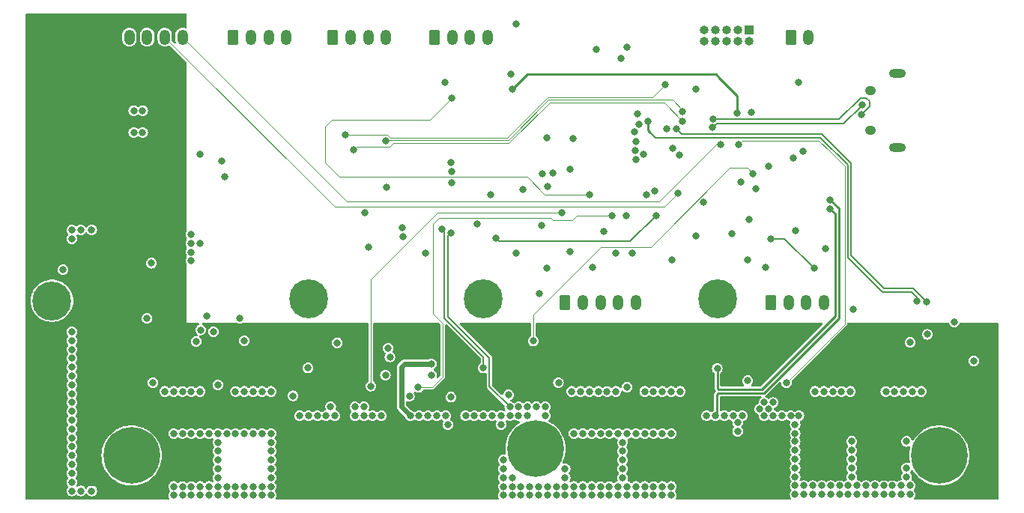
<source format=gbr>
%TF.GenerationSoftware,KiCad,Pcbnew,(6.0.9)*%
%TF.CreationDate,2022-12-08T19:58:11+01:00*%
%TF.ProjectId,battery-case-controller,62617474-6572-4792-9d63-6173652d636f,1*%
%TF.SameCoordinates,Original*%
%TF.FileFunction,Copper,L5,Inr*%
%TF.FilePolarity,Positive*%
%FSLAX46Y46*%
G04 Gerber Fmt 4.6, Leading zero omitted, Abs format (unit mm)*
G04 Created by KiCad (PCBNEW (6.0.9)) date 2022-12-08 19:58:11*
%MOMM*%
%LPD*%
G01*
G04 APERTURE LIST*
G04 Aperture macros list*
%AMRoundRect*
0 Rectangle with rounded corners*
0 $1 Rounding radius*
0 $2 $3 $4 $5 $6 $7 $8 $9 X,Y pos of 4 corners*
0 Add a 4 corners polygon primitive as box body*
4,1,4,$2,$3,$4,$5,$6,$7,$8,$9,$2,$3,0*
0 Add four circle primitives for the rounded corners*
1,1,$1+$1,$2,$3*
1,1,$1+$1,$4,$5*
1,1,$1+$1,$6,$7*
1,1,$1+$1,$8,$9*
0 Add four rect primitives between the rounded corners*
20,1,$1+$1,$2,$3,$4,$5,0*
20,1,$1+$1,$4,$5,$6,$7,0*
20,1,$1+$1,$6,$7,$8,$9,0*
20,1,$1+$1,$8,$9,$2,$3,0*%
G04 Aperture macros list end*
%TA.AperFunction,ComponentPad*%
%ADD10C,0.700000*%
%TD*%
%TA.AperFunction,ComponentPad*%
%ADD11C,4.400000*%
%TD*%
%TA.AperFunction,ComponentPad*%
%ADD12RoundRect,0.250000X-0.350000X-0.625000X0.350000X-0.625000X0.350000X0.625000X-0.350000X0.625000X0*%
%TD*%
%TA.AperFunction,ComponentPad*%
%ADD13O,1.200000X1.750000*%
%TD*%
%TA.AperFunction,ComponentPad*%
%ADD14C,0.800000*%
%TD*%
%TA.AperFunction,ComponentPad*%
%ADD15C,6.400000*%
%TD*%
%TA.AperFunction,ComponentPad*%
%ADD16O,1.250000X1.050000*%
%TD*%
%TA.AperFunction,ComponentPad*%
%ADD17O,1.900000X1.000000*%
%TD*%
%TA.AperFunction,ComponentPad*%
%ADD18R,1.000000X1.000000*%
%TD*%
%TA.AperFunction,ComponentPad*%
%ADD19O,1.000000X1.000000*%
%TD*%
%TA.AperFunction,ViaPad*%
%ADD20C,0.800000*%
%TD*%
%TA.AperFunction,Conductor*%
%ADD21C,0.100000*%
%TD*%
%TA.AperFunction,Conductor*%
%ADD22C,0.250000*%
%TD*%
%TA.AperFunction,Conductor*%
%ADD23C,0.200000*%
%TD*%
%TA.AperFunction,Conductor*%
%ADD24C,0.600000*%
%TD*%
G04 APERTURE END LIST*
D10*
%TO.N,GNDPWR*%
%TO.C,J39*%
X104166726Y-108666726D03*
X103000000Y-105850000D03*
X104650000Y-107500000D03*
X103000000Y-109150000D03*
X101833274Y-108666726D03*
X101833274Y-106333274D03*
D11*
X103000000Y-107500000D03*
D10*
X101350000Y-107500000D03*
X104166726Y-106333274D03*
%TD*%
D12*
%TO.N,GNDD*%
%TO.C,J36*%
X184250000Y-107700000D03*
D13*
%TO.N,/Interface/PULSE_MOT_IN*%
X186250000Y-107700000D03*
%TO.N,/Interface/TEMP_MOT_IN*%
X188250000Y-107700000D03*
%TO.N,GNDA*%
X190250000Y-107700000D03*
%TD*%
D12*
%TO.N,+BATT*%
%TO.C,J32*%
X109750000Y-77700000D03*
D13*
%TO.N,/power_supply/DCDC_VIN*%
X111750000Y-77700000D03*
%TO.N,GNDD*%
X113750000Y-77700000D03*
%TO.N,/mcu/DISP_TX*%
X115750000Y-77700000D03*
%TO.N,/mcu/DISP_RX*%
X117750000Y-77700000D03*
%TD*%
D14*
%TO.N,GNDPWR*%
%TO.C,M33*%
X204997056Y-126697056D03*
X203300000Y-122600000D03*
X204997056Y-123302944D03*
X200900000Y-125000000D03*
X201602944Y-123302944D03*
D15*
X203300000Y-125000000D03*
D14*
X203300000Y-127400000D03*
X201602944Y-126697056D03*
X205700000Y-125000000D03*
%TD*%
D12*
%TO.N,Net-(J40-Pad1)*%
%TO.C,J41*%
X134750000Y-77700000D03*
D13*
%TO.N,/Interface/CAN+*%
X136750000Y-77700000D03*
%TO.N,/Interface/CAN-*%
X138750000Y-77700000D03*
%TO.N,/Interface/CAN_GND*%
X140750000Y-77700000D03*
%TD*%
D12*
%TO.N,/Interface/ENABLE+*%
%TO.C,U31*%
X186500000Y-77700000D03*
D13*
%TO.N,/Interface/ENABLE-*%
X188500000Y-77700000D03*
%TD*%
D12*
%TO.N,+5V*%
%TO.C,J34*%
X161000000Y-107700000D03*
D13*
%TO.N,/Interface/HALL_A_IN*%
X163000000Y-107700000D03*
%TO.N,/Interface/HALL_B_IN*%
X165000000Y-107700000D03*
%TO.N,/Interface/HALL_C_IN*%
X167000000Y-107700000D03*
%TO.N,GNDD*%
X169000000Y-107700000D03*
%TD*%
%TO.N,/Interface/CAN_GND*%
%TO.C,J40*%
X129500000Y-77750000D03*
%TO.N,/Interface/CAN-*%
X127500000Y-77750000D03*
%TO.N,/Interface/CAN+*%
X125500000Y-77750000D03*
D12*
%TO.N,Net-(J40-Pad1)*%
X123500000Y-77750000D03*
%TD*%
D16*
%TO.N,GNDD*%
%TO.C,J42*%
X195550000Y-88225000D03*
D17*
X198550000Y-81825000D03*
D16*
X195550000Y-83775000D03*
D17*
X198550000Y-90175000D03*
%TD*%
D14*
%TO.N,GNDPWR*%
%TO.C,M31*%
X112000000Y-127400000D03*
D15*
X112000000Y-125000000D03*
D14*
X113697056Y-123302944D03*
X109600000Y-125000000D03*
X113697056Y-126697056D03*
X110302944Y-126697056D03*
X110302944Y-123302944D03*
X114400000Y-125000000D03*
X112000000Y-122600000D03*
%TD*%
D18*
%TO.N,+3V3*%
%TO.C,J43*%
X181800000Y-76875000D03*
D19*
%TO.N,/mcu/SWD_IO*%
X181800000Y-78145000D03*
%TO.N,GNDD*%
X180530000Y-76875000D03*
%TO.N,/mcu/SWD_CLK*%
X180530000Y-78145000D03*
%TO.N,GNDD*%
X179260000Y-76875000D03*
%TO.N,unconnected-(J43-Pad6)*%
X179260000Y-78145000D03*
%TO.N,unconnected-(J43-Pad7)*%
X177990000Y-76875000D03*
%TO.N,unconnected-(J43-Pad8)*%
X177990000Y-78145000D03*
%TO.N,unconnected-(J43-Pad9)*%
X176720000Y-76875000D03*
%TO.N,/mcu/NRST*%
X176720000Y-78145000D03*
%TD*%
D10*
%TO.N,/phase_c/Phase*%
%TO.C,J37*%
X177083274Y-106083274D03*
D11*
X178250000Y-107250000D03*
D10*
X176600000Y-107250000D03*
X178250000Y-108900000D03*
X177083274Y-108416726D03*
X179900000Y-107250000D03*
X178250000Y-105600000D03*
X179416726Y-106083274D03*
X179416726Y-108416726D03*
%TD*%
%TO.N,/phase_b/Phase*%
%TO.C,J35*%
X150583274Y-108416726D03*
D11*
X151750000Y-107250000D03*
D10*
X152916726Y-108416726D03*
X152916726Y-106083274D03*
X153400000Y-107250000D03*
X151750000Y-108900000D03*
X151750000Y-105600000D03*
X150100000Y-107250000D03*
X150583274Y-106083274D03*
%TD*%
D12*
%TO.N,+12V*%
%TO.C,J38*%
X146250000Y-77700000D03*
D13*
%TO.N,/Interface/PULSE_CRK_IN*%
X148250000Y-77700000D03*
%TO.N,/Interface/TORQ_CRK_IN*%
X150250000Y-77700000D03*
%TO.N,GNDD*%
X152250000Y-77700000D03*
%TD*%
D11*
%TO.N,/phase_a/Phase*%
%TO.C,J33*%
X132000000Y-107250000D03*
D10*
X133166726Y-108416726D03*
X133650000Y-107250000D03*
X130350000Y-107250000D03*
X130833274Y-108416726D03*
X130833274Y-106083274D03*
X132000000Y-105600000D03*
X133166726Y-106083274D03*
X132000000Y-108900000D03*
%TD*%
D14*
%TO.N,GNDPWR*%
%TO.C,M32*%
X155250000Y-124220000D03*
X159347056Y-125917056D03*
X155952944Y-125917056D03*
X159347056Y-122522944D03*
X157650000Y-121820000D03*
D15*
X157650000Y-124220000D03*
D14*
X155952944Y-122522944D03*
X157650000Y-126620000D03*
X160050000Y-124220000D03*
%TD*%
D10*
%TO.N,+BATT*%
%TO.C,J31*%
X105150000Y-78250000D03*
X103500000Y-79900000D03*
D11*
X103500000Y-78250000D03*
D10*
X101850000Y-78250000D03*
X104666726Y-79416726D03*
X103500000Y-76600000D03*
X102333274Y-79416726D03*
X102333274Y-77083274D03*
X104666726Y-77083274D03*
%TD*%
D20*
%TO.N,GNDPWR*%
X140695000Y-115905000D03*
%TO.N,/mcu/AIN_TEMP*%
X186750000Y-91324500D03*
X154600000Y-118150000D03*
%TO.N,GNDA*%
X181800000Y-98300000D03*
X158050000Y-106650000D03*
X151050000Y-98850000D03*
X148150000Y-94150000D03*
X142650000Y-100250000D03*
X155500000Y-102100000D03*
X165378389Y-99650500D03*
X187050000Y-99550000D03*
X154850000Y-81850000D03*
X175800000Y-100200000D03*
X142625000Y-99275000D03*
X156245448Y-94947960D03*
X184003464Y-92324500D03*
X159600000Y-93050000D03*
%TO.N,/mcu/AIN_VDC*%
X182255300Y-93109600D03*
X157400000Y-112050000D03*
%TO.N,+12V*%
X207200000Y-114300000D03*
X122500000Y-93450000D03*
X113250000Y-88500000D03*
X112250000Y-88500000D03*
X112250000Y-86000000D03*
X114250000Y-103250000D03*
X113250000Y-86000000D03*
X193600000Y-108500000D03*
X113750000Y-109500000D03*
X135250000Y-112250000D03*
%TO.N,GNDPWR*%
X126750000Y-117750000D03*
X164750000Y-117750000D03*
X105250000Y-118000000D03*
X105250000Y-127000000D03*
X118750000Y-117750000D03*
X124750000Y-117750000D03*
X173000000Y-117750000D03*
X197250000Y-117750000D03*
X105250000Y-116000000D03*
X172000000Y-117750000D03*
X163750000Y-117750000D03*
X105250000Y-123000000D03*
X192250000Y-117750000D03*
X105250000Y-121000000D03*
X119750000Y-117750000D03*
X105250000Y-114000000D03*
X162750000Y-117750000D03*
X200250000Y-117750000D03*
X105250000Y-122000000D03*
X165750000Y-117750000D03*
X105250000Y-117000000D03*
X119300000Y-112100000D03*
X117750000Y-117750000D03*
X107500000Y-129000000D03*
X198250000Y-117750000D03*
X127750000Y-117750000D03*
X200000000Y-112199500D03*
X190250000Y-117750000D03*
X115750000Y-117750000D03*
X191250000Y-117750000D03*
X116750000Y-117750000D03*
X105250000Y-112000000D03*
X105250000Y-125000000D03*
X105250000Y-128000000D03*
X105250000Y-115000000D03*
X105250000Y-126000000D03*
X166750000Y-117750000D03*
X174000000Y-117750000D03*
X105250000Y-113000000D03*
X193250000Y-117750000D03*
X199250000Y-117750000D03*
X105250000Y-120000000D03*
X170000000Y-117750000D03*
X201250000Y-117750000D03*
X105250000Y-111000000D03*
X123750000Y-117750000D03*
X189250000Y-117750000D03*
X105250000Y-129000000D03*
X161750000Y-117750000D03*
X125750000Y-117750000D03*
X171000000Y-117750000D03*
X105250000Y-124000000D03*
X105250000Y-119000000D03*
X106250000Y-129000000D03*
%TO.N,/mcu/AIN_VB*%
X166315813Y-97908616D03*
X144400000Y-117300000D03*
%TO.N,+BATT*%
X123750000Y-115750000D03*
X172000000Y-115750000D03*
X182000000Y-128500000D03*
X195250000Y-115750000D03*
X103500000Y-123000000D03*
X177000000Y-129500000D03*
X134750000Y-127500000D03*
X163750000Y-115750000D03*
X176000000Y-129500000D03*
X148750000Y-129500000D03*
X119750000Y-115750000D03*
X181000000Y-123500000D03*
X190250000Y-115750000D03*
X174500000Y-123500000D03*
X174500000Y-127500000D03*
X170000000Y-115750000D03*
X181000000Y-129500000D03*
X141250000Y-126500000D03*
X117750000Y-115750000D03*
X103500000Y-121000000D03*
X169000000Y-115750000D03*
X141250000Y-123500000D03*
X181000000Y-124500000D03*
X181000000Y-128500000D03*
X135750000Y-128500000D03*
X183000000Y-129500000D03*
X168000000Y-114750000D03*
X103500000Y-128000000D03*
X183000000Y-128500000D03*
X147750000Y-129500000D03*
X176000000Y-128500000D03*
X181000000Y-125500000D03*
X103500000Y-129000000D03*
X103500000Y-113000000D03*
X182000000Y-129500000D03*
X141250000Y-124500000D03*
X142750000Y-129500000D03*
X141250000Y-127500000D03*
X180000000Y-123500000D03*
X134750000Y-126500000D03*
X194250000Y-115750000D03*
X143750000Y-129500000D03*
X174500000Y-124500000D03*
X198250000Y-115750000D03*
X135750000Y-129500000D03*
X103500000Y-117000000D03*
X134750000Y-125500000D03*
X165750000Y-115750000D03*
X127750000Y-115750000D03*
X168000000Y-115750000D03*
X180000000Y-129500000D03*
X103500000Y-120000000D03*
X126750000Y-115750000D03*
X115750000Y-115750000D03*
X175000000Y-129500000D03*
X185000000Y-129500000D03*
X185000000Y-128500000D03*
X103500000Y-116000000D03*
X181000000Y-126500000D03*
X150750000Y-128500000D03*
X139750000Y-129500000D03*
X161750000Y-115750000D03*
X150750000Y-129500000D03*
X147750000Y-128500000D03*
X136750000Y-128500000D03*
X131750000Y-128500000D03*
X103500000Y-126000000D03*
X131750000Y-129500000D03*
X138750000Y-129500000D03*
X184000000Y-129500000D03*
X103500000Y-125000000D03*
X148750000Y-128500000D03*
X103500000Y-127000000D03*
X179000000Y-129500000D03*
X166750000Y-115750000D03*
X174500000Y-126500000D03*
X102500000Y-129000000D03*
X136750000Y-129500000D03*
X196250000Y-115750000D03*
X152750000Y-129500000D03*
X164750000Y-115750000D03*
X103500000Y-119000000D03*
X141250000Y-125500000D03*
X134750000Y-128500000D03*
X134750000Y-124500000D03*
X174000000Y-129500000D03*
X152750000Y-128500000D03*
X195250000Y-113750000D03*
X124750000Y-115750000D03*
X118750000Y-115750000D03*
X180000000Y-126500000D03*
X103500000Y-118000000D03*
X189250000Y-115750000D03*
X141750000Y-129500000D03*
X121750000Y-113750000D03*
X180000000Y-125500000D03*
X141750000Y-128500000D03*
X173000000Y-115750000D03*
X134750000Y-129500000D03*
X174000000Y-128500000D03*
X151750000Y-129500000D03*
X193250000Y-115750000D03*
X149750000Y-128500000D03*
X144750000Y-128500000D03*
X103500000Y-124000000D03*
X132750000Y-129500000D03*
X171000000Y-115750000D03*
X199250000Y-115750000D03*
X179000000Y-128500000D03*
X147750000Y-123500000D03*
X178000000Y-128500000D03*
X178000000Y-129500000D03*
X122750000Y-115750000D03*
X200250000Y-115750000D03*
X191250000Y-115750000D03*
X201250000Y-115750000D03*
X101500000Y-129000000D03*
X140750000Y-129500000D03*
X147750000Y-125500000D03*
X140750000Y-128500000D03*
X144750000Y-129500000D03*
X197250000Y-115750000D03*
X103500000Y-111000000D03*
X142750000Y-128500000D03*
X145750000Y-129500000D03*
X103500000Y-122000000D03*
X168000000Y-113750000D03*
X120750000Y-115750000D03*
X192250000Y-115750000D03*
X180000000Y-124500000D03*
X139750000Y-128500000D03*
X103500000Y-114000000D03*
X147750000Y-124500000D03*
X151750000Y-128500000D03*
X174000000Y-115750000D03*
X133750000Y-128500000D03*
X180000000Y-127500000D03*
X175000000Y-128500000D03*
X147750000Y-127500000D03*
X174500000Y-125500000D03*
X184000000Y-128500000D03*
X133750000Y-129500000D03*
X103500000Y-112000000D03*
X195250000Y-114750000D03*
X143750000Y-128500000D03*
X130750000Y-129500000D03*
X145750000Y-128500000D03*
X137750000Y-129500000D03*
X177000000Y-128500000D03*
X149750000Y-129500000D03*
X147750000Y-126500000D03*
X121750000Y-115750000D03*
X125750000Y-115750000D03*
X132750000Y-128500000D03*
X180000000Y-128500000D03*
X121750000Y-114750000D03*
X146750000Y-128500000D03*
X146750000Y-129500000D03*
X116750000Y-115750000D03*
X138750000Y-128500000D03*
X137750000Y-128500000D03*
X103500000Y-115000000D03*
X181000000Y-127500000D03*
X162750000Y-115750000D03*
%TO.N,+3.3VADC*%
X176650000Y-96400000D03*
X158400000Y-93100000D03*
X182600000Y-94850000D03*
X158350000Y-98950000D03*
X145250000Y-102100000D03*
%TO.N,/mcu/AIN_VA*%
X139050000Y-117150000D03*
X160650000Y-97550000D03*
%TO.N,/mcu/AIN_VC*%
X180600000Y-89850000D03*
X186000000Y-116750000D03*
%TO.N,GNDD*%
X104250000Y-104000000D03*
X119750000Y-101000000D03*
X105250000Y-99500000D03*
X118750000Y-101000000D03*
X118750000Y-103000000D03*
X105250000Y-100500000D03*
X107500000Y-99500000D03*
X106250000Y-99500000D03*
X118750000Y-102000000D03*
X118750000Y-100000000D03*
%TO.N,+5V*%
X138350000Y-97550000D03*
%TO.N,+3V3*%
X147409668Y-82809668D03*
X187400000Y-82800000D03*
X140800000Y-94700000D03*
X180900000Y-94100000D03*
X173100000Y-102850000D03*
X138750000Y-101400000D03*
X175800000Y-83600000D03*
X164100000Y-103700000D03*
X167300000Y-80100000D03*
X158900000Y-103800000D03*
X155500000Y-76200000D03*
X183700000Y-103700000D03*
%TO.N,/Interface/TEMP_MOT*%
X182054401Y-86192654D03*
X190400000Y-101650000D03*
%TO.N,/Interface/PULSE_MOT*%
X171124500Y-95100000D03*
X181600000Y-102900000D03*
%TO.N,/Interface/HALL_C*%
X168870542Y-88430732D03*
X168600000Y-102100000D03*
%TO.N,/Interface/TORQ_CRK*%
X155000000Y-83600000D03*
X180450000Y-86300000D03*
%TO.N,/Interface/HALL_A*%
X169201109Y-86385500D03*
X161600000Y-101950000D03*
%TO.N,/Interface/HALL_B*%
X166750000Y-102100000D03*
X169329542Y-87542855D03*
%TO.N,/Interface/PULSE_CRK*%
X148200000Y-84600000D03*
X163750000Y-95500000D03*
%TO.N,/mcu/DISP_TX*%
X173750000Y-95350000D03*
%TO.N,/mcu/DISP_RX*%
X178600000Y-89850000D03*
%TO.N,/phase_a/Phase*%
X148056591Y-91860839D03*
X131950000Y-115100000D03*
%TO.N,/phase_b/Phase*%
X151750500Y-115100000D03*
X147050000Y-99400000D03*
%TO.N,/phase_c/Phase*%
X178200000Y-115150000D03*
X190950000Y-97100000D03*
%TO.N,/Interface/VREF*%
X152550000Y-95500000D03*
X171275076Y-97859015D03*
X189150000Y-103850000D03*
X184250000Y-100500000D03*
X153150000Y-100400000D03*
%TO.N,Net-(R35-Pad2)*%
X148100000Y-118400000D03*
X143400000Y-118300000D03*
%TO.N,/Interface/PWM_BREAK*%
X173924500Y-91065664D03*
X187925500Y-90600000D03*
%TO.N,/Interface/CAN_SLP*%
X136150000Y-88700000D03*
X172300000Y-83100000D03*
%TO.N,/mcu/PWM_B*%
X141000000Y-112850000D03*
X173200000Y-90300000D03*
%TO.N,/mcu/PWM_BN*%
X141200000Y-113850000D03*
X167935075Y-97900757D03*
%TO.N,/mcu/AIN_IB*%
X161521956Y-92603592D03*
X159050000Y-94600000D03*
%TO.N,/mcu/PWM_A*%
X120524500Y-109261227D03*
X172512299Y-88087701D03*
%TO.N,/mcu/PWM_AN*%
X119800000Y-110800000D03*
X169900000Y-90900000D03*
%TO.N,/mcu/AIN_IA*%
X158900000Y-89050000D03*
X161900000Y-89150000D03*
%TO.N,/mcu/PWM_C*%
X200750000Y-107500000D03*
X170400000Y-87200000D03*
%TO.N,/mcu/PWM_CN*%
X173600000Y-88100000D03*
X201850000Y-107600000D03*
%TO.N,/mcu/AIN_IC*%
X170200000Y-95500000D03*
X179850000Y-99900000D03*
%TO.N,/Interface/CAN_TX*%
X137100000Y-90400000D03*
X174300000Y-87200000D03*
%TO.N,/Interface/CAN_RX*%
X174300000Y-86100000D03*
X140700000Y-89450500D03*
%TO.N,/mcu/NRST*%
X169004279Y-89495721D03*
%TO.N,/mcu/USB_D-*%
X194544622Y-85394622D03*
X177688399Y-87927498D03*
%TO.N,/mcu/USB_D+*%
X194507142Y-86432102D03*
X177699504Y-86928057D03*
%TO.N,Net-(C36-Pad2)*%
X169000000Y-128500000D03*
X167000000Y-122500000D03*
X169000000Y-122500000D03*
X155000000Y-128500000D03*
X155750000Y-119500000D03*
X145500000Y-120500000D03*
X172000000Y-122500000D03*
X173000000Y-122500000D03*
X169000000Y-129500000D03*
X167500000Y-126500000D03*
X157000000Y-128500000D03*
X154000000Y-127500000D03*
X167500000Y-125500000D03*
X170000000Y-128500000D03*
X168000000Y-122500000D03*
X158000000Y-129500000D03*
X171000000Y-128500000D03*
X154000000Y-126500000D03*
X154000000Y-125500000D03*
X167500000Y-123500000D03*
X166000000Y-129500000D03*
X144500000Y-120500000D03*
X167000000Y-129500000D03*
X164000000Y-129500000D03*
X161000000Y-129500000D03*
X170000000Y-129500000D03*
X154000000Y-128500000D03*
X165000000Y-122500000D03*
X163000000Y-122500000D03*
X146500000Y-120500000D03*
X160000000Y-129500000D03*
X159000000Y-128500000D03*
X153750000Y-120500000D03*
X161000000Y-128500000D03*
X170000000Y-122500000D03*
X143500000Y-120500000D03*
X165000000Y-129500000D03*
X154750000Y-119500000D03*
X161000000Y-126500000D03*
X168000000Y-128500000D03*
X158750000Y-119500000D03*
X158750000Y-120500000D03*
X156750000Y-120500000D03*
X173000000Y-128500000D03*
X172000000Y-128500000D03*
X156750000Y-119500000D03*
X173000000Y-129500000D03*
X158000000Y-128500000D03*
X154750000Y-120500000D03*
X157750000Y-119500000D03*
X171000000Y-129500000D03*
X165000000Y-128500000D03*
X156000000Y-128500000D03*
X166000000Y-128500000D03*
X167500000Y-124500000D03*
X161000000Y-127500000D03*
X155000000Y-129500000D03*
X167000000Y-128500000D03*
X168000000Y-129500000D03*
X151750000Y-120500000D03*
X149750000Y-120500000D03*
X172000000Y-129500000D03*
X147500000Y-120500000D03*
X162000000Y-122500000D03*
X163000000Y-129500000D03*
X164000000Y-122500000D03*
X153750000Y-121500000D03*
X162000000Y-128500000D03*
X150750000Y-120500000D03*
X159000000Y-129500000D03*
X155000000Y-127500000D03*
X148099500Y-99803649D03*
X156000000Y-129500000D03*
X162000000Y-129500000D03*
X154000000Y-129500000D03*
X167500000Y-127500000D03*
X171000000Y-122500000D03*
X157000000Y-129500000D03*
X160000000Y-128500000D03*
X145890000Y-114635000D03*
X166000000Y-122500000D03*
X155750000Y-120500000D03*
X147750000Y-121500000D03*
X164000000Y-128500000D03*
X163000000Y-128500000D03*
X152750000Y-120500000D03*
%TO.N,Net-(R38-Pad2)*%
X145900000Y-115900000D03*
X160250000Y-116750000D03*
X168000000Y-117250000D03*
%TO.N,Net-(C47-Pad2)*%
X126750000Y-129500000D03*
X127750000Y-123500000D03*
X127750000Y-125500000D03*
X134000000Y-120500000D03*
X121750000Y-129500000D03*
X121750000Y-122500000D03*
X118750000Y-122500000D03*
X127750000Y-129500000D03*
X121750000Y-127500000D03*
X119750000Y-129500000D03*
X120750000Y-129500000D03*
X116750000Y-129500000D03*
X118750000Y-129500000D03*
X122750000Y-122500000D03*
X127750000Y-126500000D03*
X121750000Y-128500000D03*
X137250000Y-119500000D03*
X125750000Y-129500000D03*
X139250000Y-120500000D03*
X123750000Y-129500000D03*
X132000000Y-120500000D03*
X125750000Y-128500000D03*
X127750000Y-122500000D03*
X120750000Y-128500000D03*
X131000000Y-120500000D03*
X116750000Y-128500000D03*
X125750000Y-122500000D03*
X140250000Y-120500000D03*
X117750000Y-128500000D03*
X124750000Y-129500000D03*
X121750000Y-124500000D03*
X121750000Y-125500000D03*
X120750000Y-122500000D03*
X119750000Y-122500000D03*
X137250000Y-120500000D03*
X122750000Y-129500000D03*
X126750000Y-122500000D03*
X121750000Y-126500000D03*
X135000000Y-120500000D03*
X127750000Y-128500000D03*
X116750000Y-122500000D03*
X117750000Y-129500000D03*
X121250000Y-111000000D03*
X126750000Y-128500000D03*
X119750000Y-128500000D03*
X122750000Y-128500000D03*
X118750000Y-128500000D03*
X127750000Y-124500000D03*
X138250000Y-119500000D03*
X134500000Y-119500000D03*
X123750000Y-128500000D03*
X138250000Y-120500000D03*
X121750000Y-123500000D03*
X124750000Y-128500000D03*
X117750000Y-122500000D03*
X127750000Y-127500000D03*
X133000000Y-120500000D03*
X124750000Y-122500000D03*
X123750000Y-122500000D03*
X148200000Y-92850000D03*
%TO.N,Net-(C58-Pad2)*%
X197000000Y-128400000D03*
X193400000Y-126400000D03*
X183500000Y-120500000D03*
X194000000Y-128400000D03*
X181000000Y-120500000D03*
X179000000Y-120500000D03*
X177000000Y-120500000D03*
X192000000Y-128400000D03*
X193000000Y-129400000D03*
X180500000Y-122250000D03*
X199000000Y-129400000D03*
X187000000Y-124400000D03*
X188000000Y-129400000D03*
X193400000Y-123400000D03*
X191000000Y-129400000D03*
X183500000Y-119000000D03*
X198000000Y-128400000D03*
X187000000Y-125400000D03*
X195000000Y-128400000D03*
X189000000Y-128400000D03*
X199600000Y-123400000D03*
X190000000Y-128400000D03*
X194000000Y-129400000D03*
X180000000Y-120500000D03*
X185500000Y-120500000D03*
X195000000Y-129400000D03*
X196000000Y-128400000D03*
X180500000Y-121250000D03*
X186500000Y-120500000D03*
X191000000Y-128400000D03*
X197000000Y-129400000D03*
X193400000Y-125400000D03*
X187000000Y-129400000D03*
X196000000Y-129400000D03*
X187000000Y-122500000D03*
X187420008Y-120517094D03*
X193400000Y-124400000D03*
X193000000Y-128400000D03*
X200000000Y-128400000D03*
X198000000Y-129400000D03*
X189000000Y-129400000D03*
X188000000Y-128400000D03*
X192000000Y-129400000D03*
X200000000Y-129400000D03*
X187000000Y-123400000D03*
X187000000Y-126400000D03*
X187000000Y-127400000D03*
X190000000Y-129400000D03*
X204985000Y-109885000D03*
X193400000Y-127400000D03*
X183000000Y-119750000D03*
X199600000Y-126400000D03*
X199600000Y-127400000D03*
X190975721Y-96100829D03*
X199000000Y-128400000D03*
X187000000Y-121500000D03*
X184500000Y-120500000D03*
X184000000Y-119750000D03*
X184500000Y-119000000D03*
X187000000Y-128400000D03*
X178000000Y-120500000D03*
%TO.N,Net-(R43-Pad2)*%
X130250000Y-118250000D03*
X124250000Y-109500000D03*
%TO.N,Net-(R46-Pad2)*%
X114411043Y-116738957D03*
X124750000Y-112000000D03*
X121750000Y-117000000D03*
%TO.N,Net-(R51-Pad2)*%
X201926856Y-111299500D03*
X181636043Y-116536043D03*
%TO.N,Net-(R65-Pad1)*%
X122150000Y-91700000D03*
X119750000Y-90900000D03*
%TO.N,Net-(R87-Pad2)*%
X164500000Y-79050000D03*
X168900000Y-90500000D03*
%TO.N,Net-(R88-Pad2)*%
X168000000Y-78800000D03*
X169000000Y-91500000D03*
%TD*%
D21*
%TO.N,/mcu/AIN_VDC*%
X181645700Y-92500000D02*
X182255300Y-93109600D01*
X179623558Y-92500000D02*
X181645700Y-92500000D01*
X170674556Y-101449002D02*
X179623558Y-92500000D01*
X165031175Y-101449002D02*
X170674556Y-101449002D01*
X157400000Y-112050000D02*
X157400000Y-109080177D01*
X157400000Y-109080177D02*
X165031175Y-101449002D01*
%TO.N,/mcu/AIN_VB*%
X147200000Y-110100000D02*
X146050000Y-108950000D01*
X146750000Y-98100000D02*
X159350000Y-98100000D01*
X159350000Y-98100000D02*
X159650000Y-98400000D01*
X161800000Y-98400000D02*
X162291384Y-97908616D01*
X146050000Y-108950000D02*
X146050000Y-98800000D01*
X162291384Y-97908616D02*
X166315813Y-97908616D01*
X144400000Y-117300000D02*
X145950000Y-117300000D01*
X145950000Y-117300000D02*
X147200000Y-116050000D01*
X159650000Y-98400000D02*
X161800000Y-98400000D01*
X147200000Y-116050000D02*
X147200000Y-110100000D01*
X146050000Y-98800000D02*
X146750000Y-98100000D01*
%TO.N,/mcu/AIN_VA*%
X139050000Y-105050000D02*
X146550000Y-97550000D01*
X146550000Y-97550000D02*
X160650000Y-97550000D01*
X139050000Y-117150000D02*
X139050000Y-105050000D01*
%TO.N,/mcu/AIN_VC*%
X192600000Y-92300000D02*
X190900000Y-90600000D01*
X190900000Y-90600000D02*
X189700000Y-89400000D01*
X188800000Y-89400000D02*
X181050000Y-89400000D01*
X186000000Y-116750000D02*
X192600000Y-110150000D01*
X189700000Y-89400000D02*
X188800000Y-89400000D01*
X192600000Y-110150000D02*
X192600000Y-109000000D01*
X181050000Y-89400000D02*
X180600000Y-89850000D01*
X192600000Y-109000000D02*
X192600000Y-92300000D01*
D22*
%TO.N,/Interface/TORQ_CRK*%
X173950000Y-81900000D02*
X178050000Y-81900000D01*
X178450000Y-82300000D02*
X180450000Y-84300000D01*
X180450000Y-84300000D02*
X180450000Y-86300000D01*
X155000000Y-83600000D02*
X156700000Y-81900000D01*
X178050000Y-81900000D02*
X178450000Y-82300000D01*
X156700000Y-81900000D02*
X173950000Y-81900000D01*
D21*
%TO.N,/Interface/PULSE_CRK*%
X134650000Y-87050000D02*
X133900000Y-87800000D01*
X145750000Y-87050000D02*
X134650000Y-87050000D01*
X133900000Y-91900000D02*
X135500000Y-93500000D01*
X158700000Y-95500000D02*
X163750000Y-95500000D01*
X133900000Y-87800000D02*
X133900000Y-91900000D01*
X148200000Y-84600000D02*
X145750000Y-87050000D01*
X156700000Y-93500000D02*
X158700000Y-95500000D01*
X135500000Y-93500000D02*
X156700000Y-93500000D01*
%TO.N,/mcu/DISP_TX*%
X134950000Y-96900000D02*
X159100000Y-96900000D01*
X159100000Y-96900000D02*
X172200000Y-96900000D01*
X172200000Y-96900000D02*
X173750000Y-95350000D01*
X115750000Y-77700000D02*
X134950000Y-96900000D01*
%TO.N,/mcu/DISP_RX*%
X136350000Y-96300000D02*
X171600000Y-96300000D01*
X178050000Y-89850000D02*
X178600000Y-89850000D01*
X117750000Y-77700000D02*
X136350000Y-96300000D01*
X171600000Y-96300000D02*
X178050000Y-89850000D01*
D23*
%TO.N,/phase_b/Phase*%
X147350499Y-109450499D02*
X151750500Y-113850500D01*
X151750500Y-113850500D02*
X151750500Y-115100000D01*
X147350499Y-99700499D02*
X147350499Y-109450499D01*
X147050000Y-99400000D02*
X147350499Y-99700499D01*
D22*
%TO.N,/phase_c/Phase*%
X191500000Y-109250000D02*
X191100000Y-109650000D01*
X190950000Y-97100000D02*
X191500000Y-97650000D01*
X191500000Y-97650000D02*
X191500000Y-105400000D01*
X183250000Y-117500000D02*
X179600000Y-117500000D01*
X178200000Y-117350000D02*
X178200000Y-115150000D01*
X191100000Y-109650000D02*
X183250000Y-117500000D01*
X191500000Y-105400000D02*
X191500000Y-109250000D01*
X179600000Y-117500000D02*
X178350000Y-117500000D01*
X178350000Y-117500000D02*
X178250000Y-117400000D01*
X178250000Y-117400000D02*
X178200000Y-117350000D01*
D23*
%TO.N,/Interface/VREF*%
X185800000Y-100500000D02*
X184250000Y-100500000D01*
X153550000Y-100800000D02*
X153150000Y-100400000D01*
X168334091Y-100800000D02*
X153550000Y-100800000D01*
X171275076Y-97859015D02*
X168334091Y-100800000D01*
X189150000Y-103850000D02*
X185800000Y-100500000D01*
D21*
%TO.N,/Interface/CAN_SLP*%
X170899002Y-84500998D02*
X172300000Y-83100000D01*
X136150000Y-88700000D02*
X140868032Y-88700000D01*
X141218531Y-89050499D02*
X154452385Y-89050499D01*
X159001886Y-84500998D02*
X170899002Y-84500998D01*
X140868032Y-88700000D02*
X141218531Y-89050499D01*
X154452385Y-89050499D02*
X159001886Y-84500998D01*
D22*
%TO.N,/mcu/PWM_C*%
X170350000Y-87250000D02*
X170350000Y-88200000D01*
D23*
X200750000Y-107500000D02*
X200750000Y-107100000D01*
X192950000Y-92155731D02*
X189844768Y-89050499D01*
X171200000Y-89050000D02*
X170600000Y-88450000D01*
X189844768Y-89050499D02*
X189594769Y-89050499D01*
X200150000Y-106500000D02*
X196850000Y-106500000D01*
D22*
X170350000Y-88200000D02*
X170600000Y-88450000D01*
D23*
X192950000Y-102600000D02*
X192950000Y-92155731D01*
X189594769Y-89050499D02*
X189594270Y-89050000D01*
X189594270Y-89050000D02*
X171200000Y-89050000D01*
D22*
X170400000Y-87200000D02*
X170350000Y-87250000D01*
D23*
X200750000Y-107100000D02*
X200150000Y-106500000D01*
X196850000Y-106500000D02*
X192950000Y-102600000D01*
%TO.N,/mcu/PWM_CN*%
X201850000Y-107600000D02*
X200350000Y-106100000D01*
X193350000Y-102400000D02*
X193350000Y-91990751D01*
X174150000Y-88650000D02*
X173600000Y-88100000D01*
X189759250Y-88650000D02*
X174150000Y-88650000D01*
X189760248Y-88650998D02*
X189759250Y-88650000D01*
X197050000Y-106100000D02*
X193350000Y-102400000D01*
X193350000Y-91990751D02*
X190010247Y-88650998D01*
X190010247Y-88650998D02*
X189760248Y-88650998D01*
X200350000Y-106100000D02*
X197050000Y-106100000D01*
D21*
%TO.N,/Interface/CAN_TX*%
X172200000Y-85100000D02*
X174300000Y-87200000D01*
X137400000Y-90100000D02*
X141150000Y-90100000D01*
X141550000Y-89700000D02*
X154650000Y-89700000D01*
X137100000Y-90400000D02*
X137400000Y-90100000D01*
X154650000Y-89700000D02*
X159250000Y-85100000D01*
X141150000Y-90100000D02*
X141550000Y-89700000D01*
X159250000Y-85100000D02*
X172200000Y-85100000D01*
%TO.N,/Interface/CAN_RX*%
X140800500Y-89350000D02*
X140700000Y-89450500D01*
X174300000Y-85950000D02*
X173150499Y-84800499D01*
X173150499Y-84800499D02*
X159125943Y-84800499D01*
X154576442Y-89350000D02*
X140800500Y-89350000D01*
X174300000Y-86100000D02*
X174300000Y-85950000D01*
X159125943Y-84800499D02*
X154576442Y-89350000D01*
D23*
%TO.N,/mcu/USB_D-*%
X192500000Y-87450000D02*
X178165897Y-87450000D01*
X194544622Y-85405378D02*
X192500000Y-87450000D01*
X194544622Y-85394622D02*
X194544622Y-85405378D01*
X178165897Y-87450000D02*
X177688399Y-87927498D01*
%TO.N,/mcu/USB_D+*%
X195399500Y-85539744D02*
X195399500Y-84960257D01*
X194399500Y-84550500D02*
X191950500Y-86999500D01*
X194507142Y-86432102D02*
X195399500Y-85539744D01*
X194989743Y-84550500D02*
X194399500Y-84550500D01*
X177770947Y-86999500D02*
X177699504Y-86928057D01*
X195399500Y-84960257D02*
X194989743Y-84550500D01*
X191950500Y-86999500D02*
X177770947Y-86999500D01*
%TO.N,Net-(C36-Pad2)*%
X147750000Y-109285020D02*
X147750000Y-100153149D01*
X152450000Y-117200000D02*
X152450000Y-113985020D01*
D24*
X145890000Y-114635000D02*
X142865000Y-114635000D01*
D23*
X154750000Y-119500000D02*
X152450000Y-117200000D01*
D24*
X142865000Y-114635000D02*
X142500000Y-115000000D01*
D23*
X147750000Y-100153149D02*
X148099500Y-99803649D01*
D24*
X142500000Y-119500000D02*
X143500000Y-120500000D01*
D23*
X152450000Y-113985020D02*
X147750000Y-109285020D01*
D24*
X142500000Y-115000000D02*
X142500000Y-119500000D01*
D22*
%TO.N,Net-(C58-Pad2)*%
X178150000Y-118150000D02*
X178150000Y-120350000D01*
X190975721Y-96100829D02*
X191950000Y-97075108D01*
X178150000Y-120350000D02*
X178000000Y-120500000D01*
X191950000Y-97075108D02*
X191950000Y-109450000D01*
X183450000Y-117950000D02*
X178350000Y-117950000D01*
X191950000Y-109450000D02*
X183450000Y-117950000D01*
X178350000Y-117950000D02*
X178150000Y-118150000D01*
%TD*%
%TA.AperFunction,Conductor*%
%TO.N,+BATT*%
G36*
X204366588Y-110020002D02*
G01*
X204414876Y-110077782D01*
X204460464Y-110187841D01*
X204556718Y-110313282D01*
X204563264Y-110318305D01*
X204579289Y-110330601D01*
X204682159Y-110409536D01*
X204828238Y-110470044D01*
X204985000Y-110490682D01*
X204993188Y-110489604D01*
X205133574Y-110471122D01*
X205141762Y-110470044D01*
X205287841Y-110409536D01*
X205390711Y-110330601D01*
X205406736Y-110318305D01*
X205413282Y-110313282D01*
X205509536Y-110187841D01*
X205555124Y-110077782D01*
X205599672Y-110022501D01*
X205671533Y-110000000D01*
X209863500Y-110000000D01*
X209931621Y-110020002D01*
X209978114Y-110073658D01*
X209989500Y-110126000D01*
X209989500Y-129863500D01*
X209969498Y-129931621D01*
X209915842Y-129978114D01*
X209863500Y-129989500D01*
X200560078Y-129989500D01*
X200491957Y-129969498D01*
X200445464Y-129915842D01*
X200435360Y-129845568D01*
X200460116Y-129786796D01*
X200519506Y-129709397D01*
X200519508Y-129709394D01*
X200524536Y-129702841D01*
X200585044Y-129556762D01*
X200605682Y-129400000D01*
X200585044Y-129243238D01*
X200524536Y-129097159D01*
X200456266Y-129008188D01*
X200432108Y-128976704D01*
X200406508Y-128910483D01*
X200420773Y-128840935D01*
X200432108Y-128823296D01*
X200519509Y-128709392D01*
X200524536Y-128702841D01*
X200585044Y-128556762D01*
X200605682Y-128400000D01*
X200585044Y-128243238D01*
X200524536Y-128097159D01*
X200450961Y-128001274D01*
X200433305Y-127978264D01*
X200428282Y-127971718D01*
X200302841Y-127875464D01*
X200206026Y-127835362D01*
X200150745Y-127790814D01*
X200128324Y-127723450D01*
X200137835Y-127670735D01*
X200181884Y-127564392D01*
X200181885Y-127564389D01*
X200185044Y-127556762D01*
X200205682Y-127400000D01*
X200185044Y-127243238D01*
X200124536Y-127097159D01*
X200056266Y-127008188D01*
X200032108Y-126976704D01*
X200006508Y-126910483D01*
X200020773Y-126840935D01*
X200032108Y-126823296D01*
X200090960Y-126746598D01*
X200124536Y-126702841D01*
X200127696Y-126695211D01*
X200129413Y-126692238D01*
X200180796Y-126643244D01*
X200250509Y-126629807D01*
X200316420Y-126656194D01*
X200350092Y-126696667D01*
X200373222Y-126740723D01*
X200373230Y-126740737D01*
X200374817Y-126743759D01*
X200376718Y-126746588D01*
X200376724Y-126746598D01*
X200544205Y-126995834D01*
X200580252Y-127049477D01*
X200817502Y-127331221D01*
X200864438Y-127376074D01*
X201081329Y-127583341D01*
X201081336Y-127583347D01*
X201083792Y-127585694D01*
X201376008Y-127809919D01*
X201690731Y-128001274D01*
X202024279Y-128157519D01*
X202027497Y-128158621D01*
X202027500Y-128158622D01*
X202369528Y-128275725D01*
X202369536Y-128275727D01*
X202372751Y-128276828D01*
X202732070Y-128357804D01*
X202815002Y-128367253D01*
X203094650Y-128399115D01*
X203094658Y-128399115D01*
X203098033Y-128399500D01*
X203101437Y-128399518D01*
X203101440Y-128399518D01*
X203301074Y-128400563D01*
X203466358Y-128401428D01*
X203469744Y-128401078D01*
X203469746Y-128401078D01*
X203829345Y-128363918D01*
X203829354Y-128363917D01*
X203832737Y-128363567D01*
X203836070Y-128362853D01*
X203836073Y-128362852D01*
X204085440Y-128309392D01*
X204192884Y-128286358D01*
X204542586Y-128170705D01*
X204877752Y-128017961D01*
X205076421Y-127900000D01*
X205191516Y-127831662D01*
X205191521Y-127831659D01*
X205194461Y-127829913D01*
X205211920Y-127816805D01*
X205486276Y-127610812D01*
X205489009Y-127608760D01*
X205757950Y-127357089D01*
X205998138Y-127077846D01*
X206015838Y-127052093D01*
X206107917Y-126918116D01*
X206206762Y-126774295D01*
X206208374Y-126771301D01*
X206208379Y-126771293D01*
X206379761Y-126453001D01*
X206381383Y-126449989D01*
X206519958Y-126108720D01*
X206525118Y-126090608D01*
X206582923Y-125887680D01*
X206620865Y-125754482D01*
X206630996Y-125695211D01*
X206682353Y-125394765D01*
X206682353Y-125394763D01*
X206682925Y-125391418D01*
X206684888Y-125359332D01*
X206705301Y-125025572D01*
X206705411Y-125023775D01*
X206705457Y-125010483D01*
X206705488Y-125001820D01*
X206705488Y-125001808D01*
X206705494Y-125000000D01*
X206685575Y-124632209D01*
X206626052Y-124268720D01*
X206527620Y-123913786D01*
X206524443Y-123905801D01*
X206392690Y-123574722D01*
X206391431Y-123571558D01*
X206339690Y-123473837D01*
X206220677Y-123249060D01*
X206220673Y-123249053D01*
X206219078Y-123246041D01*
X206012578Y-122941041D01*
X205774346Y-122660128D01*
X205566844Y-122463216D01*
X205509635Y-122408927D01*
X205509634Y-122408926D01*
X205507168Y-122406586D01*
X205232257Y-122197159D01*
X205216879Y-122185444D01*
X205216877Y-122185442D01*
X205214172Y-122183382D01*
X205211260Y-122181625D01*
X205211255Y-122181622D01*
X204901705Y-121994889D01*
X204901696Y-121994884D01*
X204898783Y-121993127D01*
X204895693Y-121991693D01*
X204895688Y-121991690D01*
X204655347Y-121880128D01*
X204564691Y-121838047D01*
X204561466Y-121836955D01*
X204561460Y-121836953D01*
X204219032Y-121721048D01*
X204219027Y-121721047D01*
X204215805Y-121719956D01*
X203965170Y-121664391D01*
X203859536Y-121640972D01*
X203859532Y-121640971D01*
X203856206Y-121640234D01*
X203662936Y-121618897D01*
X203493482Y-121600189D01*
X203493475Y-121600189D01*
X203490100Y-121599816D01*
X203486701Y-121599810D01*
X203486700Y-121599810D01*
X203312980Y-121599507D01*
X203121770Y-121599173D01*
X202984556Y-121613837D01*
X202758910Y-121637951D01*
X202758904Y-121637952D01*
X202755526Y-121638313D01*
X202395650Y-121716779D01*
X202046354Y-121833652D01*
X202043261Y-121835075D01*
X202043260Y-121835075D01*
X201945308Y-121880128D01*
X201711723Y-121987565D01*
X201708789Y-121989321D01*
X201708787Y-121989322D01*
X201649949Y-122024536D01*
X201395672Y-122176718D01*
X201101898Y-122398897D01*
X200833837Y-122651505D01*
X200831625Y-122654095D01*
X200831624Y-122654096D01*
X200642558Y-122875464D01*
X200594626Y-122931585D01*
X200592698Y-122934412D01*
X200592696Y-122934414D01*
X200489943Y-123085044D01*
X200406330Y-123207617D01*
X200390786Y-123230403D01*
X200335875Y-123275406D01*
X200265350Y-123283577D01*
X200201603Y-123252323D01*
X200170289Y-123207617D01*
X200163244Y-123190608D01*
X200124536Y-123097159D01*
X200053180Y-123004166D01*
X200033305Y-122978264D01*
X200028282Y-122971718D01*
X199999979Y-122950000D01*
X199976661Y-122932108D01*
X199902841Y-122875464D01*
X199756762Y-122814956D01*
X199600000Y-122794318D01*
X199443238Y-122814956D01*
X199297159Y-122875464D01*
X199223339Y-122932108D01*
X199200022Y-122950000D01*
X199171718Y-122971718D01*
X199166695Y-122978264D01*
X199146820Y-123004166D01*
X199075464Y-123097159D01*
X199014956Y-123243238D01*
X198994318Y-123400000D01*
X199014956Y-123556762D01*
X199075464Y-123702841D01*
X199171718Y-123828282D01*
X199178264Y-123833305D01*
X199198516Y-123848845D01*
X199297159Y-123924536D01*
X199443238Y-123985044D01*
X199600000Y-124005682D01*
X199608188Y-124004604D01*
X199748574Y-123986122D01*
X199756762Y-123985044D01*
X199764389Y-123981885D01*
X199764392Y-123981884D01*
X199852298Y-123945472D01*
X199922888Y-123937883D01*
X199986375Y-123969663D01*
X200022602Y-124030721D01*
X200021815Y-124095977D01*
X199979766Y-124245572D01*
X199976521Y-124257115D01*
X199975959Y-124260472D01*
X199975959Y-124260473D01*
X199925101Y-124564391D01*
X199915729Y-124620393D01*
X199894527Y-124988113D01*
X199894699Y-124991508D01*
X199894699Y-124991509D01*
X199911941Y-125331872D01*
X199913162Y-125355971D01*
X199913699Y-125359326D01*
X199913700Y-125359332D01*
X199967360Y-125694345D01*
X199958384Y-125764772D01*
X199912756Y-125819166D01*
X199844965Y-125840257D01*
X199794728Y-125830682D01*
X199764392Y-125818116D01*
X199764389Y-125818115D01*
X199756762Y-125814956D01*
X199600000Y-125794318D01*
X199443238Y-125814956D01*
X199297159Y-125875464D01*
X199290608Y-125880491D01*
X199178391Y-125966598D01*
X199171718Y-125971718D01*
X199166695Y-125978264D01*
X199143941Y-126007918D01*
X199075464Y-126097159D01*
X199014956Y-126243238D01*
X198994318Y-126400000D01*
X199014956Y-126556762D01*
X199075464Y-126702841D01*
X199109040Y-126746598D01*
X199167892Y-126823296D01*
X199193492Y-126889517D01*
X199179227Y-126959065D01*
X199167892Y-126976704D01*
X199143734Y-127008188D01*
X199075464Y-127097159D01*
X199014956Y-127243238D01*
X198994318Y-127400000D01*
X199014956Y-127556762D01*
X199018115Y-127564389D01*
X199018116Y-127564392D01*
X199044654Y-127628460D01*
X199052243Y-127699050D01*
X199020463Y-127762537D01*
X198959405Y-127798764D01*
X198944699Y-127801599D01*
X198843238Y-127814956D01*
X198697159Y-127875464D01*
X198690608Y-127880491D01*
X198576704Y-127967892D01*
X198510483Y-127993492D01*
X198440935Y-127979227D01*
X198423296Y-127967892D01*
X198309392Y-127880491D01*
X198302841Y-127875464D01*
X198156762Y-127814956D01*
X198000000Y-127794318D01*
X197843238Y-127814956D01*
X197697159Y-127875464D01*
X197690608Y-127880491D01*
X197576704Y-127967892D01*
X197510483Y-127993492D01*
X197440935Y-127979227D01*
X197423296Y-127967892D01*
X197309392Y-127880491D01*
X197302841Y-127875464D01*
X197156762Y-127814956D01*
X197000000Y-127794318D01*
X196843238Y-127814956D01*
X196697159Y-127875464D01*
X196690608Y-127880491D01*
X196576704Y-127967892D01*
X196510483Y-127993492D01*
X196440935Y-127979227D01*
X196423296Y-127967892D01*
X196309392Y-127880491D01*
X196302841Y-127875464D01*
X196156762Y-127814956D01*
X196000000Y-127794318D01*
X195843238Y-127814956D01*
X195697159Y-127875464D01*
X195690608Y-127880491D01*
X195576704Y-127967892D01*
X195510483Y-127993492D01*
X195440935Y-127979227D01*
X195423296Y-127967892D01*
X195309392Y-127880491D01*
X195302841Y-127875464D01*
X195156762Y-127814956D01*
X195000000Y-127794318D01*
X194843238Y-127814956D01*
X194697159Y-127875464D01*
X194690608Y-127880491D01*
X194576704Y-127967892D01*
X194510483Y-127993492D01*
X194440935Y-127979227D01*
X194423296Y-127967892D01*
X194309392Y-127880491D01*
X194302841Y-127875464D01*
X194156762Y-127814956D01*
X194055307Y-127801599D01*
X193990382Y-127772878D01*
X193951290Y-127713613D01*
X193950445Y-127642621D01*
X193955346Y-127628460D01*
X193981884Y-127564392D01*
X193981885Y-127564389D01*
X193985044Y-127556762D01*
X194005682Y-127400000D01*
X193985044Y-127243238D01*
X193924536Y-127097159D01*
X193856266Y-127008188D01*
X193832108Y-126976704D01*
X193806508Y-126910483D01*
X193820773Y-126840935D01*
X193832108Y-126823296D01*
X193890960Y-126746598D01*
X193924536Y-126702841D01*
X193985044Y-126556762D01*
X194005682Y-126400000D01*
X193985044Y-126243238D01*
X193924536Y-126097159D01*
X193856266Y-126008188D01*
X193832108Y-125976704D01*
X193806508Y-125910483D01*
X193820773Y-125840935D01*
X193832108Y-125823296D01*
X193882395Y-125757760D01*
X193924536Y-125702841D01*
X193985044Y-125556762D01*
X194005682Y-125400000D01*
X193985044Y-125243238D01*
X193924536Y-125097159D01*
X193851380Y-125001820D01*
X193832108Y-124976704D01*
X193806508Y-124910483D01*
X193820773Y-124840935D01*
X193832108Y-124823296D01*
X193919509Y-124709392D01*
X193924536Y-124702841D01*
X193985044Y-124556762D01*
X194005682Y-124400000D01*
X193985044Y-124243238D01*
X193924536Y-124097159D01*
X193853516Y-124004604D01*
X193832108Y-123976704D01*
X193806508Y-123910483D01*
X193820773Y-123840935D01*
X193832108Y-123823296D01*
X193919509Y-123709392D01*
X193924536Y-123702841D01*
X193985044Y-123556762D01*
X194005682Y-123400000D01*
X193985044Y-123243238D01*
X193924536Y-123097159D01*
X193853180Y-123004166D01*
X193833305Y-122978264D01*
X193828282Y-122971718D01*
X193799979Y-122950000D01*
X193776661Y-122932108D01*
X193702841Y-122875464D01*
X193556762Y-122814956D01*
X193400000Y-122794318D01*
X193243238Y-122814956D01*
X193097159Y-122875464D01*
X193023339Y-122932108D01*
X193000022Y-122950000D01*
X192971718Y-122971718D01*
X192966695Y-122978264D01*
X192946820Y-123004166D01*
X192875464Y-123097159D01*
X192814956Y-123243238D01*
X192794318Y-123400000D01*
X192814956Y-123556762D01*
X192875464Y-123702841D01*
X192880491Y-123709392D01*
X192967892Y-123823296D01*
X192993492Y-123889517D01*
X192979227Y-123959065D01*
X192967892Y-123976704D01*
X192946484Y-124004604D01*
X192875464Y-124097159D01*
X192814956Y-124243238D01*
X192794318Y-124400000D01*
X192814956Y-124556762D01*
X192875464Y-124702841D01*
X192880491Y-124709392D01*
X192967892Y-124823296D01*
X192993492Y-124889517D01*
X192979227Y-124959065D01*
X192967892Y-124976704D01*
X192948620Y-125001820D01*
X192875464Y-125097159D01*
X192814956Y-125243238D01*
X192794318Y-125400000D01*
X192814956Y-125556762D01*
X192875464Y-125702841D01*
X192917605Y-125757760D01*
X192967892Y-125823296D01*
X192993492Y-125889517D01*
X192979227Y-125959065D01*
X192967892Y-125976704D01*
X192943734Y-126008188D01*
X192875464Y-126097159D01*
X192814956Y-126243238D01*
X192794318Y-126400000D01*
X192814956Y-126556762D01*
X192875464Y-126702841D01*
X192909040Y-126746598D01*
X192967892Y-126823296D01*
X192993492Y-126889517D01*
X192979227Y-126959065D01*
X192967892Y-126976704D01*
X192943734Y-127008188D01*
X192875464Y-127097159D01*
X192814956Y-127243238D01*
X192794318Y-127400000D01*
X192814956Y-127556762D01*
X192818115Y-127564389D01*
X192818116Y-127564392D01*
X192862165Y-127670735D01*
X192869754Y-127741325D01*
X192837975Y-127804812D01*
X192793975Y-127835362D01*
X192697159Y-127875464D01*
X192690608Y-127880491D01*
X192576704Y-127967892D01*
X192510483Y-127993492D01*
X192440935Y-127979227D01*
X192423296Y-127967892D01*
X192309392Y-127880491D01*
X192302841Y-127875464D01*
X192156762Y-127814956D01*
X192000000Y-127794318D01*
X191843238Y-127814956D01*
X191697159Y-127875464D01*
X191690608Y-127880491D01*
X191576704Y-127967892D01*
X191510483Y-127993492D01*
X191440935Y-127979227D01*
X191423296Y-127967892D01*
X191309392Y-127880491D01*
X191302841Y-127875464D01*
X191156762Y-127814956D01*
X191000000Y-127794318D01*
X190843238Y-127814956D01*
X190697159Y-127875464D01*
X190690608Y-127880491D01*
X190576704Y-127967892D01*
X190510483Y-127993492D01*
X190440935Y-127979227D01*
X190423296Y-127967892D01*
X190309392Y-127880491D01*
X190302841Y-127875464D01*
X190156762Y-127814956D01*
X190000000Y-127794318D01*
X189843238Y-127814956D01*
X189697159Y-127875464D01*
X189690608Y-127880491D01*
X189576704Y-127967892D01*
X189510483Y-127993492D01*
X189440935Y-127979227D01*
X189423296Y-127967892D01*
X189309392Y-127880491D01*
X189302841Y-127875464D01*
X189156762Y-127814956D01*
X189000000Y-127794318D01*
X188843238Y-127814956D01*
X188697159Y-127875464D01*
X188690608Y-127880491D01*
X188576704Y-127967892D01*
X188510483Y-127993492D01*
X188440935Y-127979227D01*
X188423296Y-127967892D01*
X188309392Y-127880491D01*
X188302841Y-127875464D01*
X188156762Y-127814956D01*
X188000000Y-127794318D01*
X187843238Y-127814956D01*
X187697159Y-127875464D01*
X187692148Y-127879309D01*
X187624026Y-127895834D01*
X187556935Y-127872613D01*
X187513048Y-127816805D01*
X187506300Y-127746130D01*
X187520469Y-127708141D01*
X187524536Y-127702841D01*
X187585044Y-127556762D01*
X187605682Y-127400000D01*
X187585044Y-127243238D01*
X187524536Y-127097159D01*
X187456266Y-127008188D01*
X187432108Y-126976704D01*
X187406508Y-126910483D01*
X187420773Y-126840935D01*
X187432108Y-126823296D01*
X187490960Y-126746598D01*
X187524536Y-126702841D01*
X187585044Y-126556762D01*
X187605682Y-126400000D01*
X187585044Y-126243238D01*
X187524536Y-126097159D01*
X187456266Y-126008188D01*
X187432108Y-125976704D01*
X187406508Y-125910483D01*
X187420773Y-125840935D01*
X187432108Y-125823296D01*
X187482395Y-125757760D01*
X187524536Y-125702841D01*
X187585044Y-125556762D01*
X187605682Y-125400000D01*
X187585044Y-125243238D01*
X187524536Y-125097159D01*
X187451380Y-125001820D01*
X187432108Y-124976704D01*
X187406508Y-124910483D01*
X187420773Y-124840935D01*
X187432108Y-124823296D01*
X187519509Y-124709392D01*
X187524536Y-124702841D01*
X187585044Y-124556762D01*
X187605682Y-124400000D01*
X187585044Y-124243238D01*
X187524536Y-124097159D01*
X187453516Y-124004604D01*
X187432108Y-123976704D01*
X187406508Y-123910483D01*
X187420773Y-123840935D01*
X187432108Y-123823296D01*
X187519509Y-123709392D01*
X187524536Y-123702841D01*
X187585044Y-123556762D01*
X187605682Y-123400000D01*
X187585044Y-123243238D01*
X187524536Y-123097159D01*
X187470474Y-123026704D01*
X187444874Y-122960484D01*
X187459139Y-122890935D01*
X187470474Y-122873296D01*
X187484817Y-122854604D01*
X187524536Y-122802841D01*
X187585044Y-122656762D01*
X187605682Y-122500000D01*
X187585044Y-122343238D01*
X187524536Y-122197159D01*
X187432108Y-122076704D01*
X187406508Y-122010483D01*
X187420773Y-121940935D01*
X187432108Y-121923296D01*
X187473642Y-121869168D01*
X187524536Y-121802841D01*
X187585044Y-121656762D01*
X187605682Y-121500000D01*
X187585044Y-121343238D01*
X187566327Y-121298050D01*
X187546809Y-121250930D01*
X187539220Y-121180340D01*
X187570999Y-121116853D01*
X187614999Y-121086303D01*
X187615436Y-121086122D01*
X187722849Y-121041630D01*
X187848290Y-120945376D01*
X187867169Y-120920773D01*
X187912006Y-120862339D01*
X187944544Y-120819935D01*
X188005052Y-120673856D01*
X188006299Y-120664388D01*
X188024612Y-120525282D01*
X188025690Y-120517094D01*
X188005052Y-120360332D01*
X187944544Y-120214253D01*
X187860408Y-120104604D01*
X187853313Y-120095358D01*
X187848290Y-120088812D01*
X187819467Y-120066695D01*
X187768239Y-120027387D01*
X187722849Y-119992558D01*
X187576770Y-119932050D01*
X187420008Y-119911412D01*
X187263246Y-119932050D01*
X187117167Y-119992558D01*
X187071777Y-120027387D01*
X187047847Y-120045749D01*
X186981627Y-120071349D01*
X186912078Y-120057084D01*
X186894439Y-120045749D01*
X186809392Y-119980491D01*
X186802841Y-119975464D01*
X186656762Y-119914956D01*
X186500000Y-119894318D01*
X186343238Y-119914956D01*
X186197159Y-119975464D01*
X186129089Y-120027696D01*
X186076704Y-120067892D01*
X186010483Y-120093492D01*
X185940935Y-120079227D01*
X185923296Y-120067892D01*
X185870911Y-120027696D01*
X185802841Y-119975464D01*
X185656762Y-119914956D01*
X185500000Y-119894318D01*
X185343238Y-119914956D01*
X185197159Y-119975464D01*
X185129089Y-120027696D01*
X185076704Y-120067892D01*
X185010483Y-120093492D01*
X184940935Y-120079227D01*
X184923296Y-120067892D01*
X184870911Y-120027696D01*
X184802841Y-119975464D01*
X184677053Y-119923361D01*
X184621772Y-119878813D01*
X184599351Y-119811449D01*
X184600349Y-119790504D01*
X184604604Y-119758187D01*
X184605682Y-119750000D01*
X184600349Y-119709494D01*
X184611288Y-119639347D01*
X184658415Y-119586248D01*
X184677053Y-119576639D01*
X184802841Y-119524536D01*
X184928282Y-119428282D01*
X185024536Y-119302841D01*
X185085044Y-119156762D01*
X185105682Y-119000000D01*
X185093265Y-118905682D01*
X185086122Y-118851426D01*
X185085044Y-118843238D01*
X185024536Y-118697159D01*
X184928282Y-118571718D01*
X184802841Y-118475464D01*
X184656762Y-118414956D01*
X184500000Y-118394318D01*
X184343238Y-118414956D01*
X184197159Y-118475464D01*
X184190608Y-118480491D01*
X184076704Y-118567892D01*
X184010483Y-118593492D01*
X183940935Y-118579227D01*
X183923296Y-118567892D01*
X183809392Y-118480491D01*
X183802841Y-118475464D01*
X183681453Y-118425184D01*
X183626173Y-118380636D01*
X183603752Y-118313272D01*
X183621310Y-118244481D01*
X183648681Y-118212253D01*
X183652910Y-118208705D01*
X183662455Y-118203194D01*
X183669539Y-118194752D01*
X183669541Y-118194750D01*
X183686685Y-118174318D01*
X183694111Y-118166215D01*
X184110326Y-117750000D01*
X188644318Y-117750000D01*
X188664956Y-117906762D01*
X188725464Y-118052841D01*
X188765325Y-118104789D01*
X188800017Y-118150000D01*
X188821718Y-118178282D01*
X188947159Y-118274536D01*
X189093238Y-118335044D01*
X189250000Y-118355682D01*
X189258188Y-118354604D01*
X189398574Y-118336122D01*
X189406762Y-118335044D01*
X189552841Y-118274536D01*
X189645816Y-118203194D01*
X189673296Y-118182108D01*
X189739517Y-118156508D01*
X189809065Y-118170773D01*
X189826704Y-118182108D01*
X189854184Y-118203194D01*
X189947159Y-118274536D01*
X190093238Y-118335044D01*
X190250000Y-118355682D01*
X190258188Y-118354604D01*
X190398574Y-118336122D01*
X190406762Y-118335044D01*
X190552841Y-118274536D01*
X190645816Y-118203194D01*
X190673296Y-118182108D01*
X190739517Y-118156508D01*
X190809065Y-118170773D01*
X190826704Y-118182108D01*
X190854184Y-118203194D01*
X190947159Y-118274536D01*
X191093238Y-118335044D01*
X191250000Y-118355682D01*
X191258188Y-118354604D01*
X191398574Y-118336122D01*
X191406762Y-118335044D01*
X191552841Y-118274536D01*
X191645816Y-118203194D01*
X191673296Y-118182108D01*
X191739517Y-118156508D01*
X191809065Y-118170773D01*
X191826704Y-118182108D01*
X191854184Y-118203194D01*
X191947159Y-118274536D01*
X192093238Y-118335044D01*
X192250000Y-118355682D01*
X192258188Y-118354604D01*
X192398574Y-118336122D01*
X192406762Y-118335044D01*
X192552841Y-118274536D01*
X192645816Y-118203194D01*
X192673296Y-118182108D01*
X192739517Y-118156508D01*
X192809065Y-118170773D01*
X192826704Y-118182108D01*
X192854184Y-118203194D01*
X192947159Y-118274536D01*
X193093238Y-118335044D01*
X193250000Y-118355682D01*
X193258188Y-118354604D01*
X193398574Y-118336122D01*
X193406762Y-118335044D01*
X193552841Y-118274536D01*
X193678282Y-118178282D01*
X193699984Y-118150000D01*
X193734675Y-118104789D01*
X193774536Y-118052841D01*
X193835044Y-117906762D01*
X193855682Y-117750000D01*
X196644318Y-117750000D01*
X196664956Y-117906762D01*
X196725464Y-118052841D01*
X196765325Y-118104789D01*
X196800017Y-118150000D01*
X196821718Y-118178282D01*
X196947159Y-118274536D01*
X197093238Y-118335044D01*
X197250000Y-118355682D01*
X197258188Y-118354604D01*
X197398574Y-118336122D01*
X197406762Y-118335044D01*
X197552841Y-118274536D01*
X197645816Y-118203194D01*
X197673296Y-118182108D01*
X197739517Y-118156508D01*
X197809065Y-118170773D01*
X197826704Y-118182108D01*
X197854184Y-118203194D01*
X197947159Y-118274536D01*
X198093238Y-118335044D01*
X198250000Y-118355682D01*
X198258188Y-118354604D01*
X198398574Y-118336122D01*
X198406762Y-118335044D01*
X198552841Y-118274536D01*
X198645816Y-118203194D01*
X198673296Y-118182108D01*
X198739517Y-118156508D01*
X198809065Y-118170773D01*
X198826704Y-118182108D01*
X198854184Y-118203194D01*
X198947159Y-118274536D01*
X199093238Y-118335044D01*
X199250000Y-118355682D01*
X199258188Y-118354604D01*
X199398574Y-118336122D01*
X199406762Y-118335044D01*
X199552841Y-118274536D01*
X199645816Y-118203194D01*
X199673296Y-118182108D01*
X199739517Y-118156508D01*
X199809065Y-118170773D01*
X199826704Y-118182108D01*
X199854184Y-118203194D01*
X199947159Y-118274536D01*
X200093238Y-118335044D01*
X200250000Y-118355682D01*
X200258188Y-118354604D01*
X200398574Y-118336122D01*
X200406762Y-118335044D01*
X200552841Y-118274536D01*
X200645816Y-118203194D01*
X200673296Y-118182108D01*
X200739517Y-118156508D01*
X200809065Y-118170773D01*
X200826704Y-118182108D01*
X200854184Y-118203194D01*
X200947159Y-118274536D01*
X201093238Y-118335044D01*
X201250000Y-118355682D01*
X201258188Y-118354604D01*
X201398574Y-118336122D01*
X201406762Y-118335044D01*
X201552841Y-118274536D01*
X201678282Y-118178282D01*
X201699984Y-118150000D01*
X201734675Y-118104789D01*
X201774536Y-118052841D01*
X201835044Y-117906762D01*
X201855682Y-117750000D01*
X201839948Y-117630491D01*
X201836122Y-117601426D01*
X201835044Y-117593238D01*
X201774536Y-117447159D01*
X201678282Y-117321718D01*
X201649979Y-117300000D01*
X201595488Y-117258188D01*
X201552841Y-117225464D01*
X201406762Y-117164956D01*
X201250000Y-117144318D01*
X201093238Y-117164956D01*
X200947159Y-117225464D01*
X200904512Y-117258188D01*
X200826704Y-117317892D01*
X200760483Y-117343492D01*
X200690935Y-117329227D01*
X200673296Y-117317892D01*
X200595488Y-117258188D01*
X200552841Y-117225464D01*
X200406762Y-117164956D01*
X200250000Y-117144318D01*
X200093238Y-117164956D01*
X199947159Y-117225464D01*
X199904512Y-117258188D01*
X199826704Y-117317892D01*
X199760483Y-117343492D01*
X199690935Y-117329227D01*
X199673296Y-117317892D01*
X199595488Y-117258188D01*
X199552841Y-117225464D01*
X199406762Y-117164956D01*
X199250000Y-117144318D01*
X199093238Y-117164956D01*
X198947159Y-117225464D01*
X198904512Y-117258188D01*
X198826704Y-117317892D01*
X198760483Y-117343492D01*
X198690935Y-117329227D01*
X198673296Y-117317892D01*
X198595488Y-117258188D01*
X198552841Y-117225464D01*
X198406762Y-117164956D01*
X198250000Y-117144318D01*
X198093238Y-117164956D01*
X197947159Y-117225464D01*
X197904512Y-117258188D01*
X197826704Y-117317892D01*
X197760483Y-117343492D01*
X197690935Y-117329227D01*
X197673296Y-117317892D01*
X197595488Y-117258188D01*
X197552841Y-117225464D01*
X197406762Y-117164956D01*
X197250000Y-117144318D01*
X197093238Y-117164956D01*
X196947159Y-117225464D01*
X196904512Y-117258188D01*
X196850022Y-117300000D01*
X196821718Y-117321718D01*
X196725464Y-117447159D01*
X196664956Y-117593238D01*
X196663878Y-117601426D01*
X196660052Y-117630491D01*
X196644318Y-117750000D01*
X193855682Y-117750000D01*
X193839948Y-117630491D01*
X193836122Y-117601426D01*
X193835044Y-117593238D01*
X193774536Y-117447159D01*
X193678282Y-117321718D01*
X193649979Y-117300000D01*
X193595488Y-117258188D01*
X193552841Y-117225464D01*
X193406762Y-117164956D01*
X193250000Y-117144318D01*
X193093238Y-117164956D01*
X192947159Y-117225464D01*
X192904512Y-117258188D01*
X192826704Y-117317892D01*
X192760483Y-117343492D01*
X192690935Y-117329227D01*
X192673296Y-117317892D01*
X192595488Y-117258188D01*
X192552841Y-117225464D01*
X192406762Y-117164956D01*
X192250000Y-117144318D01*
X192093238Y-117164956D01*
X191947159Y-117225464D01*
X191904512Y-117258188D01*
X191826704Y-117317892D01*
X191760483Y-117343492D01*
X191690935Y-117329227D01*
X191673296Y-117317892D01*
X191595488Y-117258188D01*
X191552841Y-117225464D01*
X191406762Y-117164956D01*
X191250000Y-117144318D01*
X191093238Y-117164956D01*
X190947159Y-117225464D01*
X190904512Y-117258188D01*
X190826704Y-117317892D01*
X190760483Y-117343492D01*
X190690935Y-117329227D01*
X190673296Y-117317892D01*
X190595488Y-117258188D01*
X190552841Y-117225464D01*
X190406762Y-117164956D01*
X190250000Y-117144318D01*
X190093238Y-117164956D01*
X189947159Y-117225464D01*
X189904512Y-117258188D01*
X189826704Y-117317892D01*
X189760483Y-117343492D01*
X189690935Y-117329227D01*
X189673296Y-117317892D01*
X189595488Y-117258188D01*
X189552841Y-117225464D01*
X189406762Y-117164956D01*
X189250000Y-117144318D01*
X189093238Y-117164956D01*
X188947159Y-117225464D01*
X188904512Y-117258188D01*
X188850022Y-117300000D01*
X188821718Y-117321718D01*
X188725464Y-117447159D01*
X188664956Y-117593238D01*
X188663878Y-117601426D01*
X188660052Y-117630491D01*
X188644318Y-117750000D01*
X184110326Y-117750000D01*
X185180612Y-116679714D01*
X185242924Y-116645688D01*
X185313739Y-116650753D01*
X185370575Y-116693300D01*
X185394629Y-116752363D01*
X185403760Y-116821718D01*
X185414956Y-116906762D01*
X185475464Y-117052841D01*
X185521191Y-117112434D01*
X185558222Y-117160693D01*
X185571718Y-117178282D01*
X185697159Y-117274536D01*
X185843238Y-117335044D01*
X185851426Y-117336122D01*
X185907407Y-117343492D01*
X186000000Y-117355682D01*
X186008188Y-117354604D01*
X186148574Y-117336122D01*
X186156762Y-117335044D01*
X186302841Y-117274536D01*
X186428282Y-117178282D01*
X186441779Y-117160693D01*
X186478809Y-117112434D01*
X186524536Y-117052841D01*
X186585044Y-116906762D01*
X186605682Y-116750000D01*
X186585044Y-116593238D01*
X186587658Y-116592894D01*
X186589044Y-116535013D01*
X186619961Y-116484299D01*
X188804261Y-114300000D01*
X206594318Y-114300000D01*
X206614956Y-114456762D01*
X206675464Y-114602841D01*
X206771718Y-114728282D01*
X206897159Y-114824536D01*
X207043238Y-114885044D01*
X207200000Y-114905682D01*
X207208188Y-114904604D01*
X207348574Y-114886122D01*
X207356762Y-114885044D01*
X207502841Y-114824536D01*
X207628282Y-114728282D01*
X207724536Y-114602841D01*
X207785044Y-114456762D01*
X207805682Y-114300000D01*
X207785044Y-114143238D01*
X207724536Y-113997159D01*
X207628282Y-113871718D01*
X207599979Y-113850000D01*
X207509392Y-113780491D01*
X207502841Y-113775464D01*
X207356762Y-113714956D01*
X207200000Y-113694318D01*
X207043238Y-113714956D01*
X206897159Y-113775464D01*
X206890608Y-113780491D01*
X206800022Y-113850000D01*
X206771718Y-113871718D01*
X206675464Y-113997159D01*
X206614956Y-114143238D01*
X206594318Y-114300000D01*
X188804261Y-114300000D01*
X189663326Y-113440935D01*
X190904761Y-112199500D01*
X199394318Y-112199500D01*
X199414956Y-112356262D01*
X199475464Y-112502341D01*
X199571718Y-112627782D01*
X199697159Y-112724036D01*
X199843238Y-112784544D01*
X200000000Y-112805182D01*
X200008188Y-112804104D01*
X200148574Y-112785622D01*
X200156762Y-112784544D01*
X200302841Y-112724036D01*
X200428282Y-112627782D01*
X200524536Y-112502341D01*
X200585044Y-112356262D01*
X200605682Y-112199500D01*
X200585044Y-112042738D01*
X200524536Y-111896659D01*
X200428282Y-111771218D01*
X200302841Y-111674964D01*
X200156762Y-111614456D01*
X200000000Y-111593818D01*
X199843238Y-111614456D01*
X199697159Y-111674964D01*
X199571718Y-111771218D01*
X199475464Y-111896659D01*
X199414956Y-112042738D01*
X199394318Y-112199500D01*
X190904761Y-112199500D01*
X191804761Y-111299500D01*
X201321174Y-111299500D01*
X201341812Y-111456262D01*
X201402320Y-111602341D01*
X201498574Y-111727782D01*
X201624015Y-111824036D01*
X201770094Y-111884544D01*
X201926856Y-111905182D01*
X201935044Y-111904104D01*
X202075430Y-111885622D01*
X202083618Y-111884544D01*
X202229697Y-111824036D01*
X202355138Y-111727782D01*
X202451392Y-111602341D01*
X202511900Y-111456262D01*
X202532538Y-111299500D01*
X202511900Y-111142738D01*
X202451392Y-110996659D01*
X202355138Y-110871218D01*
X202329345Y-110851426D01*
X202272995Y-110808188D01*
X202229697Y-110774964D01*
X202083618Y-110714456D01*
X201926856Y-110693818D01*
X201770094Y-110714456D01*
X201624015Y-110774964D01*
X201580717Y-110808188D01*
X201524368Y-110851426D01*
X201498574Y-110871218D01*
X201402320Y-110996659D01*
X201341812Y-111142738D01*
X201321174Y-111299500D01*
X191804761Y-111299500D01*
X192750905Y-110353356D01*
X192769998Y-110337686D01*
X192770284Y-110337495D01*
X192770286Y-110337493D01*
X192780601Y-110330601D01*
X192804671Y-110294578D01*
X192835966Y-110247740D01*
X192839661Y-110229168D01*
X192852988Y-110162170D01*
X192855409Y-110150000D01*
X192852988Y-110137829D01*
X192852988Y-110126000D01*
X192872990Y-110057879D01*
X192926646Y-110011386D01*
X192978988Y-110000000D01*
X204298467Y-110000000D01*
X204366588Y-110020002D01*
G37*
%TD.AperFunction*%
%TA.AperFunction,Conductor*%
G36*
X118192121Y-75030502D02*
G01*
X118238614Y-75084158D01*
X118250000Y-75136500D01*
X118250000Y-76574643D01*
X118229998Y-76642764D01*
X118176342Y-76689257D01*
X118106068Y-76699361D01*
X118081735Y-76693343D01*
X118011385Y-76668292D01*
X117940585Y-76643081D01*
X117940583Y-76643081D01*
X117933951Y-76640719D01*
X117926965Y-76639886D01*
X117926961Y-76639885D01*
X117797933Y-76624500D01*
X117755624Y-76619455D01*
X117748621Y-76620191D01*
X117748620Y-76620191D01*
X117584025Y-76637490D01*
X117584021Y-76637491D01*
X117577017Y-76638227D01*
X117570346Y-76640498D01*
X117413677Y-76693832D01*
X117413674Y-76693833D01*
X117407007Y-76696103D01*
X117401009Y-76699793D01*
X117401007Y-76699794D01*
X117364317Y-76722366D01*
X117254045Y-76790206D01*
X117249014Y-76795132D01*
X117249011Y-76795135D01*
X117195852Y-76847193D01*
X117125732Y-76915859D01*
X117121913Y-76921784D01*
X117121912Y-76921786D01*
X117093509Y-76965859D01*
X117028446Y-77066817D01*
X117026037Y-77073437D01*
X117026035Y-77073440D01*
X116974531Y-77214947D01*
X116967022Y-77235578D01*
X116949500Y-77374283D01*
X116949500Y-78020155D01*
X116964454Y-78153472D01*
X116966771Y-78160125D01*
X116966771Y-78160126D01*
X117000842Y-78257964D01*
X117004356Y-78328873D01*
X116968974Y-78390426D01*
X116905932Y-78423078D01*
X116835244Y-78416464D01*
X116792756Y-78388496D01*
X116580629Y-78176369D01*
X116546603Y-78114057D01*
X116544718Y-78071485D01*
X116550500Y-78025717D01*
X116550500Y-77379845D01*
X116535546Y-77246528D01*
X116476485Y-77076927D01*
X116381316Y-76924625D01*
X116317771Y-76860635D01*
X116259733Y-76802190D01*
X116259729Y-76802187D01*
X116254770Y-76797193D01*
X116243761Y-76790206D01*
X116140281Y-76724536D01*
X116103136Y-76700963D01*
X116037191Y-76677481D01*
X115940586Y-76643081D01*
X115940581Y-76643080D01*
X115933951Y-76640719D01*
X115926965Y-76639886D01*
X115926961Y-76639885D01*
X115797933Y-76624500D01*
X115755624Y-76619455D01*
X115748621Y-76620191D01*
X115748620Y-76620191D01*
X115584025Y-76637490D01*
X115584021Y-76637491D01*
X115577017Y-76638227D01*
X115570346Y-76640498D01*
X115413677Y-76693832D01*
X115413674Y-76693833D01*
X115407007Y-76696103D01*
X115401009Y-76699793D01*
X115401007Y-76699794D01*
X115364317Y-76722366D01*
X115254045Y-76790206D01*
X115249014Y-76795132D01*
X115249011Y-76795135D01*
X115195852Y-76847193D01*
X115125732Y-76915859D01*
X115121913Y-76921784D01*
X115121912Y-76921786D01*
X115093509Y-76965859D01*
X115028446Y-77066817D01*
X115026037Y-77073437D01*
X115026035Y-77073440D01*
X114974531Y-77214947D01*
X114967022Y-77235578D01*
X114949500Y-77374283D01*
X114949500Y-78020155D01*
X114964454Y-78153472D01*
X114966771Y-78160125D01*
X114966771Y-78160126D01*
X114978678Y-78194318D01*
X115023515Y-78323073D01*
X115027248Y-78329047D01*
X115027249Y-78329049D01*
X115058358Y-78378834D01*
X115118684Y-78475375D01*
X115168425Y-78525464D01*
X115240267Y-78597810D01*
X115240271Y-78597813D01*
X115245230Y-78602807D01*
X115251176Y-78606581D01*
X115251178Y-78606582D01*
X115273242Y-78620584D01*
X115396864Y-78699037D01*
X115411212Y-78704146D01*
X115559414Y-78756919D01*
X115559419Y-78756920D01*
X115566049Y-78759281D01*
X115573035Y-78760114D01*
X115573039Y-78760115D01*
X115677067Y-78772519D01*
X115744376Y-78780545D01*
X115751379Y-78779809D01*
X115751380Y-78779809D01*
X115915975Y-78762510D01*
X115915979Y-78762509D01*
X115922983Y-78761773D01*
X115960395Y-78749037D01*
X116086323Y-78706168D01*
X116086326Y-78706167D01*
X116092993Y-78703897D01*
X116107036Y-78695258D01*
X116198088Y-78639242D01*
X116266589Y-78620584D01*
X116334303Y-78641923D01*
X116353205Y-78657465D01*
X118213095Y-80517355D01*
X118247121Y-80579667D01*
X118250000Y-80606450D01*
X118250000Y-99623055D01*
X118233120Y-99686054D01*
X118230491Y-99690607D01*
X118225464Y-99697159D01*
X118164956Y-99843238D01*
X118144318Y-100000000D01*
X118164956Y-100156762D01*
X118225464Y-100302841D01*
X118230491Y-100309393D01*
X118233120Y-100313946D01*
X118250000Y-100376945D01*
X118250000Y-100623055D01*
X118233120Y-100686054D01*
X118230491Y-100690607D01*
X118225464Y-100697159D01*
X118164956Y-100843238D01*
X118144318Y-101000000D01*
X118164956Y-101156762D01*
X118225464Y-101302841D01*
X118230491Y-101309393D01*
X118233120Y-101313946D01*
X118250000Y-101376945D01*
X118250000Y-101623055D01*
X118233120Y-101686054D01*
X118230491Y-101690607D01*
X118225464Y-101697159D01*
X118164956Y-101843238D01*
X118144318Y-102000000D01*
X118164956Y-102156762D01*
X118225464Y-102302841D01*
X118230491Y-102309393D01*
X118233120Y-102313946D01*
X118250000Y-102376945D01*
X118250000Y-102623055D01*
X118233120Y-102686054D01*
X118230491Y-102690607D01*
X118225464Y-102697159D01*
X118164956Y-102843238D01*
X118144318Y-103000000D01*
X118164956Y-103156762D01*
X118225464Y-103302841D01*
X118230491Y-103309393D01*
X118233120Y-103313946D01*
X118250000Y-103376945D01*
X118250000Y-110000000D01*
X119528743Y-110000000D01*
X119596864Y-110020002D01*
X119643357Y-110073658D01*
X119653461Y-110143932D01*
X119623967Y-110208512D01*
X119576961Y-110242409D01*
X119497159Y-110275464D01*
X119371718Y-110371718D01*
X119275464Y-110497159D01*
X119214956Y-110643238D01*
X119194318Y-110800000D01*
X119214956Y-110956762D01*
X119275464Y-111102841D01*
X119371718Y-111228282D01*
X119378264Y-111233305D01*
X119378268Y-111233309D01*
X119432015Y-111274551D01*
X119473882Y-111331889D01*
X119478104Y-111402760D01*
X119443339Y-111464663D01*
X119380627Y-111497944D01*
X119338867Y-111499435D01*
X119300000Y-111494318D01*
X119143238Y-111514956D01*
X118997159Y-111575464D01*
X118871718Y-111671718D01*
X118775464Y-111797159D01*
X118714956Y-111943238D01*
X118694318Y-112100000D01*
X118714956Y-112256762D01*
X118775464Y-112402841D01*
X118828329Y-112471736D01*
X118850017Y-112500000D01*
X118871718Y-112528282D01*
X118997159Y-112624536D01*
X119143238Y-112685044D01*
X119300000Y-112705682D01*
X119308188Y-112704604D01*
X119448574Y-112686122D01*
X119456762Y-112685044D01*
X119602841Y-112624536D01*
X119728282Y-112528282D01*
X119749984Y-112500000D01*
X119771671Y-112471736D01*
X119824536Y-112402841D01*
X119885044Y-112256762D01*
X119905682Y-112100000D01*
X119892517Y-112000000D01*
X124144318Y-112000000D01*
X124164956Y-112156762D01*
X124225464Y-112302841D01*
X124321718Y-112428282D01*
X124447159Y-112524536D01*
X124593238Y-112585044D01*
X124750000Y-112605682D01*
X124758188Y-112604604D01*
X124898574Y-112586122D01*
X124906762Y-112585044D01*
X125052841Y-112524536D01*
X125178282Y-112428282D01*
X125274536Y-112302841D01*
X125296423Y-112250000D01*
X134644318Y-112250000D01*
X134664956Y-112406762D01*
X134725464Y-112552841D01*
X134821718Y-112678282D01*
X134947159Y-112774536D01*
X135093238Y-112835044D01*
X135250000Y-112855682D01*
X135258188Y-112854604D01*
X135398574Y-112836122D01*
X135406762Y-112835044D01*
X135552841Y-112774536D01*
X135678282Y-112678282D01*
X135774536Y-112552841D01*
X135835044Y-112406762D01*
X135855682Y-112250000D01*
X135835044Y-112093238D01*
X135774536Y-111947159D01*
X135678282Y-111821718D01*
X135552841Y-111725464D01*
X135406762Y-111664956D01*
X135250000Y-111644318D01*
X135093238Y-111664956D01*
X134947159Y-111725464D01*
X134821718Y-111821718D01*
X134725464Y-111947159D01*
X134664956Y-112093238D01*
X134644318Y-112250000D01*
X125296423Y-112250000D01*
X125335044Y-112156762D01*
X125355682Y-112000000D01*
X125335044Y-111843238D01*
X125274536Y-111697159D01*
X125178282Y-111571718D01*
X125052841Y-111475464D01*
X124906762Y-111414956D01*
X124750000Y-111394318D01*
X124593238Y-111414956D01*
X124447159Y-111475464D01*
X124321718Y-111571718D01*
X124225464Y-111697159D01*
X124164956Y-111843238D01*
X124144318Y-112000000D01*
X119892517Y-112000000D01*
X119885044Y-111943238D01*
X119824536Y-111797159D01*
X119728282Y-111671718D01*
X119721736Y-111666695D01*
X119721732Y-111666691D01*
X119667985Y-111625449D01*
X119626118Y-111568111D01*
X119621896Y-111497240D01*
X119656661Y-111435337D01*
X119719373Y-111402056D01*
X119761133Y-111400565D01*
X119800000Y-111405682D01*
X119808188Y-111404604D01*
X119948574Y-111386122D01*
X119956762Y-111385044D01*
X120102841Y-111324536D01*
X120228282Y-111228282D01*
X120324536Y-111102841D01*
X120367134Y-111000000D01*
X120644318Y-111000000D01*
X120664956Y-111156762D01*
X120725464Y-111302841D01*
X120821718Y-111428282D01*
X120828264Y-111433305D01*
X120857918Y-111456059D01*
X120947159Y-111524536D01*
X121093238Y-111585044D01*
X121250000Y-111605682D01*
X121258188Y-111604604D01*
X121275378Y-111602341D01*
X121406762Y-111585044D01*
X121552841Y-111524536D01*
X121642082Y-111456059D01*
X121671736Y-111433305D01*
X121678282Y-111428282D01*
X121774536Y-111302841D01*
X121835044Y-111156762D01*
X121855682Y-111000000D01*
X121835044Y-110843238D01*
X121774536Y-110697159D01*
X121678282Y-110571718D01*
X121552841Y-110475464D01*
X121406762Y-110414956D01*
X121250000Y-110394318D01*
X121093238Y-110414956D01*
X120947159Y-110475464D01*
X120821718Y-110571718D01*
X120725464Y-110697159D01*
X120664956Y-110843238D01*
X120644318Y-111000000D01*
X120367134Y-111000000D01*
X120385044Y-110956762D01*
X120405682Y-110800000D01*
X120385044Y-110643238D01*
X120324536Y-110497159D01*
X120228282Y-110371718D01*
X120102841Y-110275464D01*
X120023039Y-110242409D01*
X119967758Y-110197861D01*
X119945337Y-110130497D01*
X119962895Y-110061706D01*
X120014857Y-110013328D01*
X120071257Y-110000000D01*
X123873055Y-110000000D01*
X123936054Y-110016880D01*
X123940607Y-110019509D01*
X123947159Y-110024536D01*
X124093238Y-110085044D01*
X124250000Y-110105682D01*
X124258188Y-110104604D01*
X124398574Y-110086122D01*
X124406762Y-110085044D01*
X124552841Y-110024536D01*
X124559393Y-110019509D01*
X124563946Y-110016880D01*
X124626945Y-110000000D01*
X138673500Y-110000000D01*
X138741621Y-110020002D01*
X138788114Y-110073658D01*
X138799500Y-110126000D01*
X138799500Y-116523743D01*
X138779498Y-116591864D01*
X138745934Y-116623867D01*
X138747159Y-116625464D01*
X138621718Y-116721718D01*
X138616695Y-116728264D01*
X138598203Y-116752363D01*
X138525464Y-116847159D01*
X138464956Y-116993238D01*
X138444318Y-117150000D01*
X138464956Y-117306762D01*
X138525464Y-117452841D01*
X138553735Y-117489684D01*
X138609574Y-117562455D01*
X138621718Y-117578282D01*
X138747159Y-117674536D01*
X138893238Y-117735044D01*
X138901426Y-117736122D01*
X138971619Y-117745363D01*
X139050000Y-117755682D01*
X139058188Y-117754604D01*
X139198574Y-117736122D01*
X139206762Y-117735044D01*
X139352841Y-117674536D01*
X139478282Y-117578282D01*
X139490427Y-117562455D01*
X139546265Y-117489684D01*
X139574536Y-117452841D01*
X139635044Y-117306762D01*
X139655682Y-117150000D01*
X139635044Y-116993238D01*
X139574536Y-116847159D01*
X139501797Y-116752363D01*
X139483305Y-116728264D01*
X139478282Y-116721718D01*
X139352841Y-116625464D01*
X139354448Y-116623369D01*
X139314507Y-116581480D01*
X139300500Y-116523743D01*
X139300500Y-115905000D01*
X140089318Y-115905000D01*
X140090396Y-115913188D01*
X140108408Y-116050000D01*
X140109956Y-116061762D01*
X140170464Y-116207841D01*
X140266718Y-116333282D01*
X140392159Y-116429536D01*
X140538238Y-116490044D01*
X140695000Y-116510682D01*
X140703188Y-116509604D01*
X140843574Y-116491122D01*
X140851762Y-116490044D01*
X140997841Y-116429536D01*
X141123282Y-116333282D01*
X141219536Y-116207841D01*
X141280044Y-116061762D01*
X141281593Y-116050000D01*
X141299604Y-115913188D01*
X141300682Y-115905000D01*
X141280044Y-115748238D01*
X141219536Y-115602159D01*
X141123282Y-115476718D01*
X140997841Y-115380464D01*
X140851762Y-115319956D01*
X140809492Y-115314391D01*
X140703188Y-115300396D01*
X140695000Y-115299318D01*
X140686812Y-115300396D01*
X140580509Y-115314391D01*
X140538238Y-115319956D01*
X140392159Y-115380464D01*
X140266718Y-115476718D01*
X140170464Y-115602159D01*
X140109956Y-115748238D01*
X140089318Y-115905000D01*
X139300500Y-115905000D01*
X139300500Y-112850000D01*
X140394318Y-112850000D01*
X140414956Y-113006762D01*
X140475464Y-113152841D01*
X140571718Y-113278282D01*
X140578264Y-113283305D01*
X140666911Y-113351326D01*
X140708778Y-113408664D01*
X140713000Y-113479535D01*
X140690171Y-113527991D01*
X140680493Y-113540604D01*
X140680491Y-113540608D01*
X140675464Y-113547159D01*
X140614956Y-113693238D01*
X140594318Y-113850000D01*
X140614956Y-114006762D01*
X140675464Y-114152841D01*
X140771718Y-114278282D01*
X140778264Y-114283305D01*
X140803410Y-114302600D01*
X140897159Y-114374536D01*
X141043238Y-114435044D01*
X141200000Y-114455682D01*
X141208188Y-114454604D01*
X141348574Y-114436122D01*
X141356762Y-114435044D01*
X141502841Y-114374536D01*
X141596590Y-114302600D01*
X141621736Y-114283305D01*
X141628282Y-114278282D01*
X141724536Y-114152841D01*
X141785044Y-114006762D01*
X141805682Y-113850000D01*
X141785044Y-113693238D01*
X141724536Y-113547159D01*
X141628282Y-113421718D01*
X141533089Y-113348674D01*
X141491222Y-113291336D01*
X141487000Y-113220465D01*
X141509829Y-113172009D01*
X141519507Y-113159396D01*
X141519509Y-113159392D01*
X141524536Y-113152841D01*
X141585044Y-113006762D01*
X141605682Y-112850000D01*
X141585044Y-112693238D01*
X141524536Y-112547159D01*
X141428282Y-112421718D01*
X141302841Y-112325464D01*
X141156762Y-112264956D01*
X141000000Y-112244318D01*
X140843238Y-112264956D01*
X140697159Y-112325464D01*
X140571718Y-112421718D01*
X140475464Y-112547159D01*
X140414956Y-112693238D01*
X140394318Y-112850000D01*
X139300500Y-112850000D01*
X139300500Y-110126000D01*
X139320502Y-110057879D01*
X139374158Y-110011386D01*
X139426500Y-110000000D01*
X146693549Y-110000000D01*
X146761670Y-110020002D01*
X146782644Y-110036905D01*
X146912595Y-110166856D01*
X146946621Y-110229168D01*
X146949500Y-110255951D01*
X146949500Y-115894050D01*
X146929498Y-115962171D01*
X146912595Y-115983145D01*
X146682687Y-116213053D01*
X146620375Y-116247079D01*
X146549560Y-116242014D01*
X146492724Y-116199467D01*
X146467913Y-116132947D01*
X146477183Y-116075740D01*
X146481884Y-116064391D01*
X146485044Y-116056762D01*
X146505682Y-115900000D01*
X146485044Y-115743238D01*
X146424536Y-115597159D01*
X146356059Y-115507918D01*
X146333305Y-115478264D01*
X146328282Y-115471718D01*
X146321736Y-115466695D01*
X146209386Y-115380486D01*
X146209385Y-115380486D01*
X146202841Y-115375464D01*
X146197052Y-115373066D01*
X146148693Y-115322348D01*
X146135258Y-115252634D01*
X146161645Y-115186724D01*
X146192914Y-115159631D01*
X146192841Y-115159536D01*
X146194431Y-115158316D01*
X146318282Y-115063282D01*
X146414536Y-114937841D01*
X146475044Y-114791762D01*
X146495682Y-114635000D01*
X146475044Y-114478238D01*
X146414536Y-114332159D01*
X146318282Y-114206718D01*
X146192841Y-114110464D01*
X146046762Y-114049956D01*
X145890000Y-114029318D01*
X145733238Y-114049956D01*
X145587159Y-114110464D01*
X145580604Y-114115494D01*
X145576923Y-114117619D01*
X145513922Y-114134500D01*
X142935181Y-114134500D01*
X142923296Y-114133172D01*
X142923255Y-114133682D01*
X142914309Y-114132962D01*
X142905553Y-114130981D01*
X142870240Y-114133172D01*
X142852736Y-114134258D01*
X142844933Y-114134500D01*
X142829060Y-114134500D01*
X142818948Y-114135948D01*
X142808894Y-114136978D01*
X142780903Y-114138715D01*
X142762462Y-114139859D01*
X142754018Y-114142907D01*
X142750306Y-114143676D01*
X142735601Y-114147343D01*
X142731973Y-114148404D01*
X142723082Y-114149677D01*
X142680718Y-114168939D01*
X142671363Y-114172746D01*
X142636057Y-114185491D01*
X142636053Y-114185493D01*
X142627613Y-114188540D01*
X142620365Y-114193835D01*
X142617025Y-114195611D01*
X142603911Y-114203274D01*
X142600739Y-114205303D01*
X142592572Y-114209016D01*
X142585777Y-114214871D01*
X142585774Y-114214873D01*
X142557325Y-114239387D01*
X142549405Y-114245675D01*
X142538664Y-114253522D01*
X142527921Y-114264265D01*
X142521075Y-114270623D01*
X142483963Y-114302600D01*
X142479080Y-114310134D01*
X142473181Y-114316896D01*
X142473176Y-114316892D01*
X142464200Y-114327986D01*
X142195720Y-114596466D01*
X142186376Y-114603932D01*
X142186708Y-114604322D01*
X142179872Y-114610140D01*
X142172280Y-114614930D01*
X142166338Y-114621658D01*
X142166337Y-114621659D01*
X142137245Y-114654600D01*
X142131898Y-114660288D01*
X142120680Y-114671506D01*
X142117991Y-114675094D01*
X142117990Y-114675095D01*
X142114550Y-114679684D01*
X142108168Y-114687523D01*
X142099658Y-114697159D01*
X142077377Y-114722388D01*
X142073563Y-114730511D01*
X142071492Y-114733664D01*
X142063673Y-114746676D01*
X142061856Y-114749995D01*
X142056474Y-114757176D01*
X142053325Y-114765577D01*
X142053324Y-114765578D01*
X142040144Y-114800736D01*
X142036217Y-114810053D01*
X142020263Y-114844034D01*
X142020262Y-114844037D01*
X142016447Y-114852163D01*
X142015065Y-114861037D01*
X142013961Y-114864650D01*
X142010115Y-114879307D01*
X142009301Y-114883010D01*
X142006148Y-114891420D01*
X142002698Y-114937841D01*
X142001548Y-114947856D01*
X141999500Y-114961009D01*
X141999500Y-114976204D01*
X141999154Y-114985541D01*
X141995524Y-115034392D01*
X141997397Y-115043168D01*
X141998008Y-115052125D01*
X141998002Y-115052125D01*
X141999500Y-115066318D01*
X141999500Y-119429819D01*
X141998172Y-119441704D01*
X141998682Y-119441745D01*
X141997962Y-119450691D01*
X141995981Y-119459447D01*
X141996537Y-119468407D01*
X141999258Y-119512264D01*
X141999500Y-119520067D01*
X141999500Y-119535940D01*
X142000135Y-119540374D01*
X142000948Y-119546050D01*
X142001978Y-119556106D01*
X142004859Y-119602538D01*
X142007907Y-119610982D01*
X142008676Y-119614694D01*
X142012343Y-119629399D01*
X142013404Y-119633027D01*
X142014677Y-119641918D01*
X142033939Y-119684282D01*
X142037746Y-119693637D01*
X142050491Y-119728943D01*
X142050493Y-119728947D01*
X142053540Y-119737387D01*
X142058835Y-119744635D01*
X142060611Y-119747975D01*
X142068274Y-119761089D01*
X142070303Y-119764261D01*
X142074016Y-119772428D01*
X142079871Y-119779223D01*
X142079873Y-119779226D01*
X142104387Y-119807675D01*
X142110675Y-119815595D01*
X142118522Y-119826336D01*
X142129265Y-119837079D01*
X142135623Y-119843925D01*
X142167600Y-119881037D01*
X142175134Y-119885920D01*
X142181896Y-119891819D01*
X142181892Y-119891824D01*
X142192986Y-119900800D01*
X142880164Y-120587978D01*
X142912775Y-120644460D01*
X142913879Y-120648578D01*
X142914956Y-120656762D01*
X142918115Y-120664388D01*
X142918115Y-120664389D01*
X142928975Y-120690608D01*
X142975464Y-120802841D01*
X143071718Y-120928282D01*
X143078264Y-120933305D01*
X143107918Y-120956059D01*
X143197159Y-121024536D01*
X143343238Y-121085044D01*
X143500000Y-121105682D01*
X143508188Y-121104604D01*
X143648574Y-121086122D01*
X143656762Y-121085044D01*
X143802841Y-121024536D01*
X143888617Y-120958718D01*
X143923296Y-120932108D01*
X143989517Y-120906508D01*
X144059065Y-120920773D01*
X144076704Y-120932108D01*
X144111383Y-120958718D01*
X144197159Y-121024536D01*
X144343238Y-121085044D01*
X144500000Y-121105682D01*
X144508188Y-121104604D01*
X144648574Y-121086122D01*
X144656762Y-121085044D01*
X144802841Y-121024536D01*
X144888617Y-120958718D01*
X144923296Y-120932108D01*
X144989517Y-120906508D01*
X145059065Y-120920773D01*
X145076704Y-120932108D01*
X145111383Y-120958718D01*
X145197159Y-121024536D01*
X145343238Y-121085044D01*
X145500000Y-121105682D01*
X145508188Y-121104604D01*
X145648574Y-121086122D01*
X145656762Y-121085044D01*
X145802841Y-121024536D01*
X145888617Y-120958718D01*
X145923296Y-120932108D01*
X145989517Y-120906508D01*
X146059065Y-120920773D01*
X146076704Y-120932108D01*
X146111383Y-120958718D01*
X146197159Y-121024536D01*
X146343238Y-121085044D01*
X146500000Y-121105682D01*
X146508188Y-121104604D01*
X146648574Y-121086122D01*
X146656762Y-121085044D01*
X146802841Y-121024536D01*
X146888617Y-120958718D01*
X146923296Y-120932108D01*
X146989517Y-120906508D01*
X147059065Y-120920773D01*
X147076704Y-120932108D01*
X147197159Y-121024536D01*
X147195350Y-121026894D01*
X147234487Y-121067947D01*
X147247916Y-121137661D01*
X147231609Y-121188670D01*
X147230488Y-121190611D01*
X147225464Y-121197159D01*
X147222305Y-121204785D01*
X147222304Y-121204787D01*
X147181689Y-121302841D01*
X147164956Y-121343238D01*
X147144318Y-121500000D01*
X147164956Y-121656762D01*
X147225464Y-121802841D01*
X147321718Y-121928282D01*
X147447159Y-122024536D01*
X147593238Y-122085044D01*
X147750000Y-122105682D01*
X147758188Y-122104604D01*
X147898574Y-122086122D01*
X147906762Y-122085044D01*
X148052841Y-122024536D01*
X148178282Y-121928282D01*
X148274536Y-121802841D01*
X148335044Y-121656762D01*
X148355682Y-121500000D01*
X148335044Y-121343238D01*
X148274536Y-121197159D01*
X148178282Y-121071718D01*
X148139071Y-121041630D01*
X148052841Y-120975464D01*
X148054650Y-120973106D01*
X148015513Y-120932053D01*
X148002084Y-120862339D01*
X148018391Y-120811330D01*
X148019512Y-120809389D01*
X148024536Y-120802841D01*
X148027697Y-120795211D01*
X148081884Y-120664391D01*
X148081885Y-120664388D01*
X148085044Y-120656762D01*
X148105682Y-120500000D01*
X148085044Y-120343238D01*
X148024536Y-120197159D01*
X147928282Y-120071718D01*
X147802841Y-119975464D01*
X147656762Y-119914956D01*
X147500000Y-119894318D01*
X147343238Y-119914956D01*
X147197159Y-119975464D01*
X147129089Y-120027696D01*
X147076704Y-120067892D01*
X147010483Y-120093492D01*
X146940935Y-120079227D01*
X146923296Y-120067892D01*
X146870911Y-120027696D01*
X146802841Y-119975464D01*
X146656762Y-119914956D01*
X146500000Y-119894318D01*
X146343238Y-119914956D01*
X146197159Y-119975464D01*
X146129089Y-120027696D01*
X146076704Y-120067892D01*
X146010483Y-120093492D01*
X145940935Y-120079227D01*
X145923296Y-120067892D01*
X145870911Y-120027696D01*
X145802841Y-119975464D01*
X145656762Y-119914956D01*
X145500000Y-119894318D01*
X145343238Y-119914956D01*
X145197159Y-119975464D01*
X145129089Y-120027696D01*
X145076704Y-120067892D01*
X145010483Y-120093492D01*
X144940935Y-120079227D01*
X144923296Y-120067892D01*
X144870911Y-120027696D01*
X144802841Y-119975464D01*
X144656762Y-119914956D01*
X144500000Y-119894318D01*
X144343238Y-119914956D01*
X144197159Y-119975464D01*
X144129089Y-120027696D01*
X144076704Y-120067892D01*
X144010483Y-120093492D01*
X143940935Y-120079227D01*
X143923296Y-120067892D01*
X143870911Y-120027696D01*
X143802841Y-119975464D01*
X143688934Y-119928282D01*
X143664389Y-119918115D01*
X143664388Y-119918115D01*
X143656762Y-119914956D01*
X143648578Y-119913879D01*
X143644460Y-119912775D01*
X143587978Y-119880164D01*
X143037405Y-119329591D01*
X143003379Y-119267279D01*
X143000500Y-119240496D01*
X143000500Y-118973071D01*
X143020502Y-118904950D01*
X143074158Y-118858457D01*
X143144432Y-118848353D01*
X143174718Y-118856662D01*
X143243238Y-118885044D01*
X143400000Y-118905682D01*
X143408188Y-118904604D01*
X143548574Y-118886122D01*
X143556762Y-118885044D01*
X143702841Y-118824536D01*
X143828282Y-118728282D01*
X143924536Y-118602841D01*
X143985044Y-118456762D01*
X143992517Y-118400000D01*
X147494318Y-118400000D01*
X147514956Y-118556762D01*
X147575464Y-118702841D01*
X147671718Y-118828282D01*
X147797159Y-118924536D01*
X147943238Y-118985044D01*
X148100000Y-119005682D01*
X148108188Y-119004604D01*
X148248574Y-118986122D01*
X148256762Y-118985044D01*
X148402841Y-118924536D01*
X148528282Y-118828282D01*
X148624536Y-118702841D01*
X148685044Y-118556762D01*
X148705682Y-118400000D01*
X148685044Y-118243238D01*
X148624536Y-118097159D01*
X148551078Y-118001426D01*
X148533305Y-117978264D01*
X148528282Y-117971718D01*
X148402841Y-117875464D01*
X148256762Y-117814956D01*
X148100000Y-117794318D01*
X147943238Y-117814956D01*
X147797159Y-117875464D01*
X147671718Y-117971718D01*
X147666695Y-117978264D01*
X147648922Y-118001426D01*
X147575464Y-118097159D01*
X147514956Y-118243238D01*
X147494318Y-118400000D01*
X143992517Y-118400000D01*
X144005682Y-118300000D01*
X143985044Y-118143238D01*
X143924536Y-117997159D01*
X143920691Y-117992148D01*
X143904166Y-117924026D01*
X143927387Y-117856935D01*
X143983195Y-117813048D01*
X144053870Y-117806300D01*
X144091859Y-117820469D01*
X144097159Y-117824536D01*
X144243238Y-117885044D01*
X144400000Y-117905682D01*
X144408188Y-117904604D01*
X144548574Y-117886122D01*
X144556762Y-117885044D01*
X144702841Y-117824536D01*
X144799486Y-117750378D01*
X144821736Y-117733305D01*
X144828282Y-117728282D01*
X144852164Y-117697159D01*
X144924536Y-117602841D01*
X144926631Y-117604448D01*
X144968520Y-117564507D01*
X145026257Y-117550500D01*
X145912915Y-117550500D01*
X145937496Y-117552921D01*
X145937828Y-117552987D01*
X145937829Y-117552987D01*
X145950000Y-117555408D01*
X145962171Y-117552987D01*
X146035570Y-117538387D01*
X146047741Y-117535966D01*
X146060118Y-117527696D01*
X146077535Y-117516058D01*
X146077536Y-117516057D01*
X146120286Y-117487493D01*
X146130601Y-117480601D01*
X146137493Y-117470286D01*
X146137495Y-117470284D01*
X146137688Y-117469995D01*
X146153358Y-117450902D01*
X147350902Y-116253358D01*
X147369995Y-116237688D01*
X147370281Y-116237497D01*
X147370283Y-116237495D01*
X147380601Y-116230601D01*
X147431445Y-116154507D01*
X147435966Y-116147741D01*
X147438844Y-116133275D01*
X147452987Y-116062171D01*
X147455408Y-116050000D01*
X147452921Y-116037496D01*
X147450500Y-116012915D01*
X147450500Y-110279661D01*
X147470502Y-110211540D01*
X147524158Y-110165047D01*
X147594432Y-110154943D01*
X147659012Y-110184437D01*
X147665595Y-110190566D01*
X151413095Y-113938066D01*
X151447121Y-114000378D01*
X151450000Y-114027161D01*
X151450000Y-114511531D01*
X151429998Y-114579652D01*
X151400705Y-114611493D01*
X151322218Y-114671718D01*
X151225964Y-114797159D01*
X151165456Y-114943238D01*
X151144818Y-115100000D01*
X151165456Y-115256762D01*
X151225964Y-115402841D01*
X151258476Y-115445211D01*
X151300517Y-115500000D01*
X151322218Y-115528282D01*
X151447659Y-115624536D01*
X151593738Y-115685044D01*
X151750500Y-115705682D01*
X151758688Y-115704604D01*
X151899074Y-115686122D01*
X151907262Y-115685044D01*
X151975282Y-115656869D01*
X152045871Y-115649280D01*
X152109358Y-115681059D01*
X152145586Y-115742117D01*
X152149500Y-115773278D01*
X152149500Y-117147634D01*
X152149304Y-117150307D01*
X152147575Y-117155342D01*
X152148011Y-117166964D01*
X152148011Y-117166966D01*
X152149411Y-117204255D01*
X152149500Y-117208981D01*
X152149500Y-117227948D01*
X152150382Y-117232683D01*
X152150610Y-117236209D01*
X152151774Y-117267208D01*
X152156364Y-117277893D01*
X152157401Y-117282493D01*
X152160962Y-117294214D01*
X152162661Y-117298617D01*
X152164791Y-117310053D01*
X152176610Y-117329227D01*
X152177727Y-117331039D01*
X152186231Y-117347411D01*
X152192451Y-117361888D01*
X152192453Y-117361892D01*
X152195964Y-117370063D01*
X152199978Y-117374949D01*
X152202163Y-117377134D01*
X152204215Y-117379397D01*
X152204055Y-117379542D01*
X152211175Y-117388549D01*
X152217427Y-117395444D01*
X152223532Y-117405348D01*
X152245320Y-117421916D01*
X152258139Y-117433110D01*
X154121404Y-119296375D01*
X154155430Y-119358687D01*
X154157231Y-119401916D01*
X154144318Y-119500000D01*
X154164956Y-119656762D01*
X154225464Y-119802841D01*
X154229309Y-119807852D01*
X154245834Y-119875974D01*
X154222613Y-119943065D01*
X154166805Y-119986952D01*
X154096130Y-119993700D01*
X154058141Y-119979531D01*
X154052841Y-119975464D01*
X153906762Y-119914956D01*
X153750000Y-119894318D01*
X153593238Y-119914956D01*
X153447159Y-119975464D01*
X153379089Y-120027696D01*
X153326704Y-120067892D01*
X153260483Y-120093492D01*
X153190935Y-120079227D01*
X153173296Y-120067892D01*
X153120911Y-120027696D01*
X153052841Y-119975464D01*
X152906762Y-119914956D01*
X152750000Y-119894318D01*
X152593238Y-119914956D01*
X152447159Y-119975464D01*
X152379089Y-120027696D01*
X152326704Y-120067892D01*
X152260483Y-120093492D01*
X152190935Y-120079227D01*
X152173296Y-120067892D01*
X152120911Y-120027696D01*
X152052841Y-119975464D01*
X151906762Y-119914956D01*
X151750000Y-119894318D01*
X151593238Y-119914956D01*
X151447159Y-119975464D01*
X151379089Y-120027696D01*
X151326704Y-120067892D01*
X151260483Y-120093492D01*
X151190935Y-120079227D01*
X151173296Y-120067892D01*
X151120911Y-120027696D01*
X151052841Y-119975464D01*
X150906762Y-119914956D01*
X150750000Y-119894318D01*
X150593238Y-119914956D01*
X150447159Y-119975464D01*
X150379089Y-120027696D01*
X150326704Y-120067892D01*
X150260483Y-120093492D01*
X150190935Y-120079227D01*
X150173296Y-120067892D01*
X150120911Y-120027696D01*
X150052841Y-119975464D01*
X149906762Y-119914956D01*
X149750000Y-119894318D01*
X149593238Y-119914956D01*
X149447159Y-119975464D01*
X149321718Y-120071718D01*
X149225464Y-120197159D01*
X149164956Y-120343238D01*
X149144318Y-120500000D01*
X149164956Y-120656762D01*
X149225464Y-120802841D01*
X149321718Y-120928282D01*
X149328264Y-120933305D01*
X149357918Y-120956059D01*
X149447159Y-121024536D01*
X149593238Y-121085044D01*
X149750000Y-121105682D01*
X149758188Y-121104604D01*
X149898574Y-121086122D01*
X149906762Y-121085044D01*
X150052841Y-121024536D01*
X150138617Y-120958718D01*
X150173296Y-120932108D01*
X150239517Y-120906508D01*
X150309065Y-120920773D01*
X150326704Y-120932108D01*
X150361383Y-120958718D01*
X150447159Y-121024536D01*
X150593238Y-121085044D01*
X150750000Y-121105682D01*
X150758188Y-121104604D01*
X150898574Y-121086122D01*
X150906762Y-121085044D01*
X151052841Y-121024536D01*
X151138617Y-120958718D01*
X151173296Y-120932108D01*
X151239517Y-120906508D01*
X151309065Y-120920773D01*
X151326704Y-120932108D01*
X151361383Y-120958718D01*
X151447159Y-121024536D01*
X151593238Y-121085044D01*
X151750000Y-121105682D01*
X151758188Y-121104604D01*
X151898574Y-121086122D01*
X151906762Y-121085044D01*
X152052841Y-121024536D01*
X152138617Y-120958718D01*
X152173296Y-120932108D01*
X152239517Y-120906508D01*
X152309065Y-120920773D01*
X152326704Y-120932108D01*
X152361383Y-120958718D01*
X152447159Y-121024536D01*
X152593238Y-121085044D01*
X152750000Y-121105682D01*
X152758188Y-121104604D01*
X152898574Y-121086122D01*
X152906762Y-121085044D01*
X153052841Y-121024536D01*
X153057852Y-121020691D01*
X153125974Y-121004166D01*
X153193065Y-121027387D01*
X153236952Y-121083195D01*
X153243700Y-121153870D01*
X153229531Y-121191859D01*
X153225464Y-121197159D01*
X153164956Y-121343238D01*
X153144318Y-121500000D01*
X153164956Y-121656762D01*
X153225464Y-121802841D01*
X153321718Y-121928282D01*
X153447159Y-122024536D01*
X153593238Y-122085044D01*
X153750000Y-122105682D01*
X153758188Y-122104604D01*
X153898574Y-122086122D01*
X153906762Y-122085044D01*
X154052841Y-122024536D01*
X154178282Y-121928282D01*
X154274536Y-121802841D01*
X154335044Y-121656762D01*
X154355682Y-121500000D01*
X154335044Y-121343238D01*
X154274536Y-121197159D01*
X154270691Y-121192148D01*
X154254166Y-121124026D01*
X154277387Y-121056935D01*
X154333195Y-121013048D01*
X154403870Y-121006300D01*
X154441859Y-121020469D01*
X154447159Y-121024536D01*
X154593238Y-121085044D01*
X154750000Y-121105682D01*
X154758188Y-121104604D01*
X154898574Y-121086122D01*
X154906762Y-121085044D01*
X155052841Y-121024536D01*
X155138617Y-120958718D01*
X155173296Y-120932108D01*
X155239517Y-120906508D01*
X155309065Y-120920773D01*
X155326704Y-120932108D01*
X155361383Y-120958718D01*
X155447159Y-121024536D01*
X155593238Y-121085044D01*
X155750000Y-121105682D01*
X155764649Y-121103753D01*
X155834796Y-121114691D01*
X155887896Y-121161818D01*
X155907087Y-121230172D01*
X155886277Y-121298050D01*
X155845804Y-121336790D01*
X155745672Y-121396718D01*
X155451898Y-121618897D01*
X155183837Y-121871505D01*
X155181625Y-121874095D01*
X155181624Y-121874096D01*
X155057430Y-122019509D01*
X154944626Y-122151585D01*
X154942698Y-122154412D01*
X154942696Y-122154414D01*
X154921529Y-122185444D01*
X154737062Y-122455862D01*
X154709123Y-122508188D01*
X154565219Y-122777696D01*
X154563574Y-122780776D01*
X154562299Y-122783948D01*
X154562297Y-122783952D01*
X154433397Y-123104604D01*
X154426192Y-123122526D01*
X154425273Y-123125794D01*
X154425271Y-123125801D01*
X154327442Y-123473837D01*
X154326521Y-123477115D01*
X154325959Y-123480472D01*
X154325959Y-123480473D01*
X154266530Y-123835609D01*
X154265729Y-123840393D01*
X154244527Y-124208113D01*
X154244699Y-124211508D01*
X154244699Y-124211509D01*
X154261774Y-124548574D01*
X154263162Y-124575971D01*
X154263699Y-124579326D01*
X154263700Y-124579332D01*
X154278736Y-124673204D01*
X154284533Y-124709392D01*
X154294185Y-124769653D01*
X154285209Y-124840080D01*
X154239582Y-124894474D01*
X154171790Y-124915565D01*
X154153325Y-124914503D01*
X154008188Y-124895396D01*
X154000000Y-124894318D01*
X153843238Y-124914956D01*
X153697159Y-124975464D01*
X153571718Y-125071718D01*
X153475464Y-125197159D01*
X153414956Y-125343238D01*
X153394318Y-125500000D01*
X153414956Y-125656762D01*
X153475464Y-125802841D01*
X153526648Y-125869546D01*
X153567892Y-125923296D01*
X153593492Y-125989517D01*
X153579227Y-126059065D01*
X153567892Y-126076704D01*
X153475464Y-126197159D01*
X153414956Y-126343238D01*
X153394318Y-126500000D01*
X153414956Y-126656762D01*
X153475464Y-126802841D01*
X153525748Y-126868373D01*
X153567892Y-126923296D01*
X153593492Y-126989517D01*
X153579227Y-127059065D01*
X153567892Y-127076704D01*
X153475464Y-127197159D01*
X153414956Y-127343238D01*
X153394318Y-127500000D01*
X153414956Y-127656762D01*
X153475464Y-127802841D01*
X153528765Y-127872304D01*
X153567892Y-127923296D01*
X153593492Y-127989517D01*
X153579227Y-128059065D01*
X153567892Y-128076704D01*
X153475464Y-128197159D01*
X153414956Y-128343238D01*
X153394318Y-128500000D01*
X153414956Y-128656762D01*
X153475464Y-128802841D01*
X153540196Y-128887202D01*
X153567892Y-128923296D01*
X153593492Y-128989517D01*
X153579227Y-129059065D01*
X153567892Y-129076704D01*
X153475464Y-129197159D01*
X153414956Y-129343238D01*
X153394318Y-129500000D01*
X153414956Y-129656762D01*
X153418116Y-129664391D01*
X153434043Y-129702841D01*
X153475464Y-129802841D01*
X153476137Y-129803718D01*
X153492095Y-129869494D01*
X153468875Y-129936586D01*
X153413069Y-129980474D01*
X153366238Y-129989500D01*
X128383762Y-129989500D01*
X128315641Y-129969498D01*
X128269148Y-129915842D01*
X128259044Y-129845568D01*
X128273256Y-129804509D01*
X128274536Y-129802841D01*
X128315958Y-129702841D01*
X128331884Y-129664391D01*
X128335044Y-129656762D01*
X128355682Y-129500000D01*
X128335044Y-129343238D01*
X128274536Y-129197159D01*
X128182108Y-129076704D01*
X128156508Y-129010483D01*
X128170773Y-128940935D01*
X128182108Y-128923296D01*
X128209804Y-128887202D01*
X128274536Y-128802841D01*
X128335044Y-128656762D01*
X128355682Y-128500000D01*
X128335044Y-128343238D01*
X128274536Y-128197159D01*
X128182108Y-128076704D01*
X128156508Y-128010483D01*
X128170773Y-127940935D01*
X128182108Y-127923296D01*
X128221235Y-127872304D01*
X128274536Y-127802841D01*
X128335044Y-127656762D01*
X128355682Y-127500000D01*
X128335044Y-127343238D01*
X128274536Y-127197159D01*
X128182108Y-127076704D01*
X128156508Y-127010483D01*
X128170773Y-126940935D01*
X128182108Y-126923296D01*
X128224252Y-126868373D01*
X128274536Y-126802841D01*
X128335044Y-126656762D01*
X128355682Y-126500000D01*
X128335044Y-126343238D01*
X128274536Y-126197159D01*
X128182108Y-126076704D01*
X128156508Y-126010483D01*
X128170773Y-125940935D01*
X128182108Y-125923296D01*
X128223352Y-125869546D01*
X128274536Y-125802841D01*
X128335044Y-125656762D01*
X128355682Y-125500000D01*
X128335044Y-125343238D01*
X128274536Y-125197159D01*
X128182108Y-125076704D01*
X128156508Y-125010483D01*
X128170773Y-124940935D01*
X128182108Y-124923296D01*
X128209804Y-124887202D01*
X128274536Y-124802841D01*
X128335044Y-124656762D01*
X128355682Y-124500000D01*
X128335044Y-124343238D01*
X128274536Y-124197159D01*
X128182108Y-124076704D01*
X128156508Y-124010483D01*
X128170773Y-123940935D01*
X128182108Y-123923296D01*
X128236655Y-123852209D01*
X128274536Y-123802841D01*
X128335044Y-123656762D01*
X128355682Y-123500000D01*
X128335044Y-123343238D01*
X128274536Y-123197159D01*
X128182108Y-123076704D01*
X128156508Y-123010483D01*
X128170773Y-122940935D01*
X128182108Y-122923296D01*
X128234817Y-122854604D01*
X128274536Y-122802841D01*
X128335044Y-122656762D01*
X128355682Y-122500000D01*
X128335044Y-122343238D01*
X128274536Y-122197159D01*
X128178282Y-122071718D01*
X128052841Y-121975464D01*
X127906762Y-121914956D01*
X127750000Y-121894318D01*
X127593238Y-121914956D01*
X127447159Y-121975464D01*
X127440608Y-121980491D01*
X127326704Y-122067892D01*
X127260483Y-122093492D01*
X127190935Y-122079227D01*
X127173296Y-122067892D01*
X127059392Y-121980491D01*
X127052841Y-121975464D01*
X126906762Y-121914956D01*
X126750000Y-121894318D01*
X126593238Y-121914956D01*
X126447159Y-121975464D01*
X126440608Y-121980491D01*
X126326704Y-122067892D01*
X126260483Y-122093492D01*
X126190935Y-122079227D01*
X126173296Y-122067892D01*
X126059392Y-121980491D01*
X126052841Y-121975464D01*
X125906762Y-121914956D01*
X125750000Y-121894318D01*
X125593238Y-121914956D01*
X125447159Y-121975464D01*
X125440608Y-121980491D01*
X125326704Y-122067892D01*
X125260483Y-122093492D01*
X125190935Y-122079227D01*
X125173296Y-122067892D01*
X125059392Y-121980491D01*
X125052841Y-121975464D01*
X124906762Y-121914956D01*
X124750000Y-121894318D01*
X124593238Y-121914956D01*
X124447159Y-121975464D01*
X124440608Y-121980491D01*
X124326704Y-122067892D01*
X124260483Y-122093492D01*
X124190935Y-122079227D01*
X124173296Y-122067892D01*
X124059392Y-121980491D01*
X124052841Y-121975464D01*
X123906762Y-121914956D01*
X123750000Y-121894318D01*
X123593238Y-121914956D01*
X123447159Y-121975464D01*
X123440608Y-121980491D01*
X123326704Y-122067892D01*
X123260483Y-122093492D01*
X123190935Y-122079227D01*
X123173296Y-122067892D01*
X123059392Y-121980491D01*
X123052841Y-121975464D01*
X122906762Y-121914956D01*
X122750000Y-121894318D01*
X122593238Y-121914956D01*
X122447159Y-121975464D01*
X122440608Y-121980491D01*
X122326704Y-122067892D01*
X122260483Y-122093492D01*
X122190935Y-122079227D01*
X122173296Y-122067892D01*
X122059392Y-121980491D01*
X122052841Y-121975464D01*
X121906762Y-121914956D01*
X121750000Y-121894318D01*
X121593238Y-121914956D01*
X121447159Y-121975464D01*
X121440608Y-121980491D01*
X121326704Y-122067892D01*
X121260483Y-122093492D01*
X121190935Y-122079227D01*
X121173296Y-122067892D01*
X121059392Y-121980491D01*
X121052841Y-121975464D01*
X120906762Y-121914956D01*
X120750000Y-121894318D01*
X120593238Y-121914956D01*
X120447159Y-121975464D01*
X120440608Y-121980491D01*
X120326704Y-122067892D01*
X120260483Y-122093492D01*
X120190935Y-122079227D01*
X120173296Y-122067892D01*
X120059392Y-121980491D01*
X120052841Y-121975464D01*
X119906762Y-121914956D01*
X119750000Y-121894318D01*
X119593238Y-121914956D01*
X119447159Y-121975464D01*
X119440608Y-121980491D01*
X119326704Y-122067892D01*
X119260483Y-122093492D01*
X119190935Y-122079227D01*
X119173296Y-122067892D01*
X119059392Y-121980491D01*
X119052841Y-121975464D01*
X118906762Y-121914956D01*
X118750000Y-121894318D01*
X118593238Y-121914956D01*
X118447159Y-121975464D01*
X118440608Y-121980491D01*
X118326704Y-122067892D01*
X118260483Y-122093492D01*
X118190935Y-122079227D01*
X118173296Y-122067892D01*
X118059392Y-121980491D01*
X118052841Y-121975464D01*
X117906762Y-121914956D01*
X117750000Y-121894318D01*
X117593238Y-121914956D01*
X117447159Y-121975464D01*
X117440608Y-121980491D01*
X117326704Y-122067892D01*
X117260483Y-122093492D01*
X117190935Y-122079227D01*
X117173296Y-122067892D01*
X117059392Y-121980491D01*
X117052841Y-121975464D01*
X116906762Y-121914956D01*
X116750000Y-121894318D01*
X116593238Y-121914956D01*
X116447159Y-121975464D01*
X116321718Y-122071718D01*
X116225464Y-122197159D01*
X116164956Y-122343238D01*
X116144318Y-122500000D01*
X116164956Y-122656762D01*
X116225464Y-122802841D01*
X116321718Y-122928282D01*
X116328264Y-122933305D01*
X116357918Y-122956059D01*
X116447159Y-123024536D01*
X116593238Y-123085044D01*
X116750000Y-123105682D01*
X116758188Y-123104604D01*
X116898574Y-123086122D01*
X116906762Y-123085044D01*
X117052841Y-123024536D01*
X117137202Y-122959804D01*
X117173296Y-122932108D01*
X117239517Y-122906508D01*
X117309065Y-122920773D01*
X117326704Y-122932108D01*
X117362798Y-122959804D01*
X117447159Y-123024536D01*
X117593238Y-123085044D01*
X117750000Y-123105682D01*
X117758188Y-123104604D01*
X117898574Y-123086122D01*
X117906762Y-123085044D01*
X118052841Y-123024536D01*
X118137202Y-122959804D01*
X118173296Y-122932108D01*
X118239517Y-122906508D01*
X118309065Y-122920773D01*
X118326704Y-122932108D01*
X118362798Y-122959804D01*
X118447159Y-123024536D01*
X118593238Y-123085044D01*
X118750000Y-123105682D01*
X118758188Y-123104604D01*
X118898574Y-123086122D01*
X118906762Y-123085044D01*
X119052841Y-123024536D01*
X119137202Y-122959804D01*
X119173296Y-122932108D01*
X119239517Y-122906508D01*
X119309065Y-122920773D01*
X119326704Y-122932108D01*
X119362798Y-122959804D01*
X119447159Y-123024536D01*
X119593238Y-123085044D01*
X119750000Y-123105682D01*
X119758188Y-123104604D01*
X119898574Y-123086122D01*
X119906762Y-123085044D01*
X120052841Y-123024536D01*
X120137202Y-122959804D01*
X120173296Y-122932108D01*
X120239517Y-122906508D01*
X120309065Y-122920773D01*
X120326704Y-122932108D01*
X120362798Y-122959804D01*
X120447159Y-123024536D01*
X120593238Y-123085044D01*
X120750000Y-123105682D01*
X120758188Y-123104604D01*
X120898574Y-123086122D01*
X120906762Y-123085044D01*
X121052841Y-123024536D01*
X121057852Y-123020691D01*
X121125974Y-123004166D01*
X121193065Y-123027387D01*
X121236952Y-123083195D01*
X121243700Y-123153870D01*
X121229531Y-123191859D01*
X121225464Y-123197159D01*
X121164956Y-123343238D01*
X121144318Y-123500000D01*
X121164956Y-123656762D01*
X121225464Y-123802841D01*
X121263345Y-123852209D01*
X121317892Y-123923296D01*
X121343492Y-123989517D01*
X121329227Y-124059065D01*
X121317892Y-124076704D01*
X121225464Y-124197159D01*
X121164956Y-124343238D01*
X121144318Y-124500000D01*
X121164956Y-124656762D01*
X121225464Y-124802841D01*
X121290196Y-124887202D01*
X121317892Y-124923296D01*
X121343492Y-124989517D01*
X121329227Y-125059065D01*
X121317892Y-125076704D01*
X121225464Y-125197159D01*
X121164956Y-125343238D01*
X121144318Y-125500000D01*
X121164956Y-125656762D01*
X121225464Y-125802841D01*
X121276648Y-125869546D01*
X121317892Y-125923296D01*
X121343492Y-125989517D01*
X121329227Y-126059065D01*
X121317892Y-126076704D01*
X121225464Y-126197159D01*
X121164956Y-126343238D01*
X121144318Y-126500000D01*
X121164956Y-126656762D01*
X121225464Y-126802841D01*
X121275748Y-126868373D01*
X121317892Y-126923296D01*
X121343492Y-126989517D01*
X121329227Y-127059065D01*
X121317892Y-127076704D01*
X121225464Y-127197159D01*
X121164956Y-127343238D01*
X121144318Y-127500000D01*
X121164956Y-127656762D01*
X121225464Y-127802841D01*
X121229309Y-127807852D01*
X121245834Y-127875974D01*
X121222613Y-127943065D01*
X121166805Y-127986952D01*
X121096130Y-127993700D01*
X121058141Y-127979531D01*
X121052841Y-127975464D01*
X120906762Y-127914956D01*
X120750000Y-127894318D01*
X120593238Y-127914956D01*
X120447159Y-127975464D01*
X120391776Y-128017961D01*
X120326704Y-128067892D01*
X120260483Y-128093492D01*
X120190935Y-128079227D01*
X120173296Y-128067892D01*
X120108224Y-128017961D01*
X120052841Y-127975464D01*
X119906762Y-127914956D01*
X119750000Y-127894318D01*
X119593238Y-127914956D01*
X119447159Y-127975464D01*
X119391776Y-128017961D01*
X119326704Y-128067892D01*
X119260483Y-128093492D01*
X119190935Y-128079227D01*
X119173296Y-128067892D01*
X119108224Y-128017961D01*
X119052841Y-127975464D01*
X118906762Y-127914956D01*
X118750000Y-127894318D01*
X118593238Y-127914956D01*
X118447159Y-127975464D01*
X118391776Y-128017961D01*
X118326704Y-128067892D01*
X118260483Y-128093492D01*
X118190935Y-128079227D01*
X118173296Y-128067892D01*
X118108224Y-128017961D01*
X118052841Y-127975464D01*
X117906762Y-127914956D01*
X117750000Y-127894318D01*
X117593238Y-127914956D01*
X117447159Y-127975464D01*
X117391776Y-128017961D01*
X117326704Y-128067892D01*
X117260483Y-128093492D01*
X117190935Y-128079227D01*
X117173296Y-128067892D01*
X117108224Y-128017961D01*
X117052841Y-127975464D01*
X116906762Y-127914956D01*
X116750000Y-127894318D01*
X116593238Y-127914956D01*
X116447159Y-127975464D01*
X116391776Y-128017961D01*
X116330235Y-128065183D01*
X116321718Y-128071718D01*
X116225464Y-128197159D01*
X116164956Y-128343238D01*
X116144318Y-128500000D01*
X116164956Y-128656762D01*
X116225464Y-128802841D01*
X116290196Y-128887202D01*
X116317892Y-128923296D01*
X116343492Y-128989517D01*
X116329227Y-129059065D01*
X116317892Y-129076704D01*
X116225464Y-129197159D01*
X116164956Y-129343238D01*
X116144318Y-129500000D01*
X116164956Y-129656762D01*
X116168116Y-129664391D01*
X116184043Y-129702841D01*
X116225464Y-129802841D01*
X116226137Y-129803718D01*
X116242095Y-129869494D01*
X116218875Y-129936586D01*
X116163069Y-129980474D01*
X116116238Y-129989500D01*
X100136500Y-129989500D01*
X100068379Y-129969498D01*
X100021886Y-129915842D01*
X100010500Y-129863500D01*
X100010500Y-129000000D01*
X104644318Y-129000000D01*
X104664956Y-129156762D01*
X104725464Y-129302841D01*
X104793734Y-129391812D01*
X104800017Y-129400000D01*
X104821718Y-129428282D01*
X104947159Y-129524536D01*
X105093238Y-129585044D01*
X105250000Y-129605682D01*
X105258188Y-129604604D01*
X105398574Y-129586122D01*
X105406762Y-129585044D01*
X105552841Y-129524536D01*
X105673296Y-129432108D01*
X105739517Y-129406508D01*
X105809065Y-129420773D01*
X105826704Y-129432108D01*
X105947159Y-129524536D01*
X106093238Y-129585044D01*
X106250000Y-129605682D01*
X106258188Y-129604604D01*
X106398574Y-129586122D01*
X106406762Y-129585044D01*
X106552841Y-129524536D01*
X106678282Y-129428282D01*
X106699984Y-129400000D01*
X106774536Y-129302841D01*
X106777201Y-129304886D01*
X106817250Y-129266691D01*
X106886962Y-129253246D01*
X106952876Y-129279625D01*
X106973980Y-129303980D01*
X106975464Y-129302841D01*
X107050017Y-129400000D01*
X107071718Y-129428282D01*
X107197159Y-129524536D01*
X107343238Y-129585044D01*
X107500000Y-129605682D01*
X107508188Y-129604604D01*
X107648574Y-129586122D01*
X107656762Y-129585044D01*
X107802841Y-129524536D01*
X107928282Y-129428282D01*
X107949984Y-129400000D01*
X107956266Y-129391812D01*
X108024536Y-129302841D01*
X108085044Y-129156762D01*
X108105682Y-129000000D01*
X108085044Y-128843238D01*
X108024536Y-128697159D01*
X107928282Y-128571718D01*
X107802841Y-128475464D01*
X107656762Y-128414956D01*
X107500000Y-128394318D01*
X107343238Y-128414956D01*
X107197159Y-128475464D01*
X107071718Y-128571718D01*
X106975464Y-128697159D01*
X106972799Y-128695114D01*
X106932750Y-128733309D01*
X106863038Y-128746754D01*
X106797124Y-128720375D01*
X106776020Y-128696020D01*
X106774536Y-128697159D01*
X106683305Y-128578264D01*
X106678282Y-128571718D01*
X106552841Y-128475464D01*
X106406762Y-128414956D01*
X106250000Y-128394318D01*
X106093238Y-128414956D01*
X105947159Y-128475464D01*
X105942148Y-128479309D01*
X105874026Y-128495834D01*
X105806935Y-128472613D01*
X105763048Y-128416805D01*
X105756300Y-128346130D01*
X105770469Y-128308141D01*
X105774536Y-128302841D01*
X105835044Y-128156762D01*
X105855682Y-128000000D01*
X105835044Y-127843238D01*
X105774536Y-127697159D01*
X105682108Y-127576704D01*
X105656508Y-127510483D01*
X105670773Y-127440935D01*
X105682108Y-127423296D01*
X105734890Y-127354509D01*
X105774536Y-127302841D01*
X105835044Y-127156762D01*
X105855682Y-127000000D01*
X105835044Y-126843238D01*
X105774536Y-126697159D01*
X105682108Y-126576704D01*
X105656508Y-126510483D01*
X105670773Y-126440935D01*
X105682108Y-126423296D01*
X105709804Y-126387202D01*
X105774536Y-126302841D01*
X105835044Y-126156762D01*
X105855682Y-126000000D01*
X105838871Y-125872304D01*
X105836122Y-125851426D01*
X105835044Y-125843238D01*
X105774536Y-125697159D01*
X105682108Y-125576704D01*
X105656508Y-125510483D01*
X105670773Y-125440935D01*
X105682108Y-125423296D01*
X105736373Y-125352576D01*
X105774536Y-125302841D01*
X105835044Y-125156762D01*
X105855682Y-125000000D01*
X105854117Y-124988113D01*
X108594527Y-124988113D01*
X108594699Y-124991508D01*
X108594699Y-124991509D01*
X108611941Y-125331872D01*
X108613162Y-125355971D01*
X108613699Y-125359326D01*
X108613700Y-125359332D01*
X108637543Y-125508188D01*
X108671416Y-125719665D01*
X108768608Y-126074941D01*
X108903602Y-126417642D01*
X108935552Y-126478498D01*
X109070710Y-126735936D01*
X109074817Y-126743759D01*
X109076718Y-126746588D01*
X109076724Y-126746598D01*
X109244205Y-126995834D01*
X109280252Y-127049477D01*
X109517502Y-127331221D01*
X109564438Y-127376074D01*
X109781329Y-127583341D01*
X109781336Y-127583347D01*
X109783792Y-127585694D01*
X110076008Y-127809919D01*
X110390731Y-128001274D01*
X110724279Y-128157519D01*
X110727497Y-128158621D01*
X110727500Y-128158622D01*
X111069528Y-128275725D01*
X111069536Y-128275727D01*
X111072751Y-128276828D01*
X111432070Y-128357804D01*
X111515002Y-128367253D01*
X111794650Y-128399115D01*
X111794658Y-128399115D01*
X111798033Y-128399500D01*
X111801437Y-128399518D01*
X111801440Y-128399518D01*
X112001074Y-128400563D01*
X112166358Y-128401428D01*
X112169744Y-128401078D01*
X112169746Y-128401078D01*
X112529345Y-128363918D01*
X112529354Y-128363917D01*
X112532737Y-128363567D01*
X112536070Y-128362853D01*
X112536073Y-128362852D01*
X112785440Y-128309392D01*
X112892884Y-128286358D01*
X113242586Y-128170705D01*
X113577752Y-128017961D01*
X113776421Y-127900000D01*
X113891516Y-127831662D01*
X113891521Y-127831659D01*
X113894461Y-127829913D01*
X113911920Y-127816805D01*
X114186276Y-127610812D01*
X114189009Y-127608760D01*
X114457950Y-127357089D01*
X114698138Y-127077846D01*
X114715838Y-127052093D01*
X114807917Y-126918116D01*
X114906762Y-126774295D01*
X114908374Y-126771301D01*
X114908379Y-126771293D01*
X115079761Y-126453001D01*
X115081383Y-126449989D01*
X115219958Y-126108720D01*
X115225118Y-126090608D01*
X115282923Y-125887680D01*
X115320865Y-125754482D01*
X115330996Y-125695211D01*
X115382353Y-125394765D01*
X115382353Y-125394763D01*
X115382925Y-125391418D01*
X115384888Y-125359332D01*
X115405301Y-125025572D01*
X115405411Y-125023775D01*
X115405457Y-125010483D01*
X115405488Y-125001820D01*
X115405488Y-125001808D01*
X115405494Y-125000000D01*
X115385575Y-124632209D01*
X115326052Y-124268720D01*
X115227620Y-123913786D01*
X115224443Y-123905801D01*
X115092690Y-123574722D01*
X115091431Y-123571558D01*
X115039690Y-123473837D01*
X114920677Y-123249060D01*
X114920673Y-123249053D01*
X114919078Y-123246041D01*
X114712578Y-122941041D01*
X114474346Y-122660128D01*
X114266844Y-122463216D01*
X114209635Y-122408927D01*
X114209634Y-122408926D01*
X114207168Y-122406586D01*
X113932257Y-122197159D01*
X113916879Y-122185444D01*
X113916877Y-122185442D01*
X113914172Y-122183382D01*
X113911260Y-122181625D01*
X113911255Y-122181622D01*
X113601705Y-121994889D01*
X113601696Y-121994884D01*
X113598783Y-121993127D01*
X113595693Y-121991693D01*
X113595688Y-121991690D01*
X113355347Y-121880128D01*
X113264691Y-121838047D01*
X113261466Y-121836955D01*
X113261460Y-121836953D01*
X112919032Y-121721048D01*
X112919027Y-121721047D01*
X112915805Y-121719956D01*
X112665170Y-121664391D01*
X112559536Y-121640972D01*
X112559532Y-121640971D01*
X112556206Y-121640234D01*
X112362936Y-121618897D01*
X112193482Y-121600189D01*
X112193475Y-121600189D01*
X112190100Y-121599816D01*
X112186701Y-121599810D01*
X112186700Y-121599810D01*
X112012980Y-121599507D01*
X111821770Y-121599173D01*
X111684556Y-121613837D01*
X111458910Y-121637951D01*
X111458904Y-121637952D01*
X111455526Y-121638313D01*
X111095650Y-121716779D01*
X110746354Y-121833652D01*
X110743261Y-121835075D01*
X110743260Y-121835075D01*
X110645308Y-121880128D01*
X110411723Y-121987565D01*
X110408789Y-121989321D01*
X110408787Y-121989322D01*
X110349949Y-122024536D01*
X110095672Y-122176718D01*
X109801898Y-122398897D01*
X109533837Y-122651505D01*
X109531625Y-122654095D01*
X109531624Y-122654096D01*
X109342558Y-122875464D01*
X109294626Y-122931585D01*
X109292698Y-122934412D01*
X109292696Y-122934414D01*
X109243659Y-123006300D01*
X109087062Y-123235862D01*
X109061585Y-123283577D01*
X108986982Y-123423296D01*
X108913574Y-123560776D01*
X108912299Y-123563948D01*
X108912297Y-123563952D01*
X108781422Y-123889517D01*
X108776192Y-123902526D01*
X108775273Y-123905794D01*
X108775271Y-123905801D01*
X108678120Y-124251426D01*
X108676521Y-124257115D01*
X108675959Y-124260472D01*
X108675959Y-124260473D01*
X108625101Y-124564391D01*
X108615729Y-124620393D01*
X108594527Y-124988113D01*
X105854117Y-124988113D01*
X105835044Y-124843238D01*
X105774536Y-124697159D01*
X105706141Y-124608025D01*
X105682108Y-124576704D01*
X105656508Y-124510483D01*
X105670773Y-124440935D01*
X105682108Y-124423296D01*
X105709804Y-124387202D01*
X105774536Y-124302841D01*
X105835044Y-124156762D01*
X105855682Y-124000000D01*
X105835044Y-123843238D01*
X105774536Y-123697159D01*
X105682108Y-123576704D01*
X105656508Y-123510483D01*
X105670773Y-123440935D01*
X105682108Y-123423296D01*
X105709804Y-123387202D01*
X105774536Y-123302841D01*
X105835044Y-123156762D01*
X105855682Y-123000000D01*
X105835044Y-122843238D01*
X105774536Y-122697159D01*
X105682108Y-122576704D01*
X105656508Y-122510483D01*
X105670773Y-122440935D01*
X105682108Y-122423296D01*
X105709804Y-122387202D01*
X105774536Y-122302841D01*
X105835044Y-122156762D01*
X105855682Y-122000000D01*
X105835044Y-121843238D01*
X105774536Y-121697159D01*
X105682108Y-121576704D01*
X105656508Y-121510483D01*
X105670773Y-121440935D01*
X105682108Y-121423296D01*
X105709804Y-121387202D01*
X105774536Y-121302841D01*
X105835044Y-121156762D01*
X105855682Y-121000000D01*
X105835044Y-120843238D01*
X105774536Y-120697159D01*
X105682108Y-120576704D01*
X105656508Y-120510483D01*
X105658658Y-120500000D01*
X130394318Y-120500000D01*
X130414956Y-120656762D01*
X130475464Y-120802841D01*
X130571718Y-120928282D01*
X130578264Y-120933305D01*
X130607918Y-120956059D01*
X130697159Y-121024536D01*
X130843238Y-121085044D01*
X131000000Y-121105682D01*
X131008188Y-121104604D01*
X131148574Y-121086122D01*
X131156762Y-121085044D01*
X131302841Y-121024536D01*
X131388617Y-120958718D01*
X131423296Y-120932108D01*
X131489517Y-120906508D01*
X131559065Y-120920773D01*
X131576704Y-120932108D01*
X131611383Y-120958718D01*
X131697159Y-121024536D01*
X131843238Y-121085044D01*
X132000000Y-121105682D01*
X132008188Y-121104604D01*
X132148574Y-121086122D01*
X132156762Y-121085044D01*
X132302841Y-121024536D01*
X132388617Y-120958718D01*
X132423296Y-120932108D01*
X132489517Y-120906508D01*
X132559065Y-120920773D01*
X132576704Y-120932108D01*
X132611383Y-120958718D01*
X132697159Y-121024536D01*
X132843238Y-121085044D01*
X133000000Y-121105682D01*
X133008188Y-121104604D01*
X133148574Y-121086122D01*
X133156762Y-121085044D01*
X133302841Y-121024536D01*
X133388617Y-120958718D01*
X133423296Y-120932108D01*
X133489517Y-120906508D01*
X133559065Y-120920773D01*
X133576704Y-120932108D01*
X133611383Y-120958718D01*
X133697159Y-121024536D01*
X133843238Y-121085044D01*
X134000000Y-121105682D01*
X134008188Y-121104604D01*
X134148574Y-121086122D01*
X134156762Y-121085044D01*
X134302841Y-121024536D01*
X134388617Y-120958718D01*
X134423296Y-120932108D01*
X134489517Y-120906508D01*
X134559065Y-120920773D01*
X134576704Y-120932108D01*
X134611383Y-120958718D01*
X134697159Y-121024536D01*
X134843238Y-121085044D01*
X135000000Y-121105682D01*
X135008188Y-121104604D01*
X135148574Y-121086122D01*
X135156762Y-121085044D01*
X135302841Y-121024536D01*
X135392082Y-120956059D01*
X135421736Y-120933305D01*
X135428282Y-120928282D01*
X135524536Y-120802841D01*
X135585044Y-120656762D01*
X135605682Y-120500000D01*
X136644318Y-120500000D01*
X136664956Y-120656762D01*
X136725464Y-120802841D01*
X136821718Y-120928282D01*
X136828264Y-120933305D01*
X136857918Y-120956059D01*
X136947159Y-121024536D01*
X137093238Y-121085044D01*
X137250000Y-121105682D01*
X137258188Y-121104604D01*
X137398574Y-121086122D01*
X137406762Y-121085044D01*
X137552841Y-121024536D01*
X137638617Y-120958718D01*
X137673296Y-120932108D01*
X137739517Y-120906508D01*
X137809065Y-120920773D01*
X137826704Y-120932108D01*
X137861383Y-120958718D01*
X137947159Y-121024536D01*
X138093238Y-121085044D01*
X138250000Y-121105682D01*
X138258188Y-121104604D01*
X138398574Y-121086122D01*
X138406762Y-121085044D01*
X138552841Y-121024536D01*
X138638617Y-120958718D01*
X138673296Y-120932108D01*
X138739517Y-120906508D01*
X138809065Y-120920773D01*
X138826704Y-120932108D01*
X138861383Y-120958718D01*
X138947159Y-121024536D01*
X139093238Y-121085044D01*
X139250000Y-121105682D01*
X139258188Y-121104604D01*
X139398574Y-121086122D01*
X139406762Y-121085044D01*
X139552841Y-121024536D01*
X139638617Y-120958718D01*
X139673296Y-120932108D01*
X139739517Y-120906508D01*
X139809065Y-120920773D01*
X139826704Y-120932108D01*
X139861383Y-120958718D01*
X139947159Y-121024536D01*
X140093238Y-121085044D01*
X140250000Y-121105682D01*
X140258188Y-121104604D01*
X140398574Y-121086122D01*
X140406762Y-121085044D01*
X140552841Y-121024536D01*
X140642082Y-120956059D01*
X140671736Y-120933305D01*
X140678282Y-120928282D01*
X140774536Y-120802841D01*
X140835044Y-120656762D01*
X140855682Y-120500000D01*
X140835044Y-120343238D01*
X140774536Y-120197159D01*
X140678282Y-120071718D01*
X140552841Y-119975464D01*
X140406762Y-119914956D01*
X140250000Y-119894318D01*
X140093238Y-119914956D01*
X139947159Y-119975464D01*
X139879089Y-120027696D01*
X139826704Y-120067892D01*
X139760483Y-120093492D01*
X139690935Y-120079227D01*
X139673296Y-120067892D01*
X139620911Y-120027696D01*
X139552841Y-119975464D01*
X139406762Y-119914956D01*
X139250000Y-119894318D01*
X139093238Y-119914956D01*
X138947159Y-119975464D01*
X138942148Y-119979309D01*
X138874026Y-119995834D01*
X138806935Y-119972613D01*
X138763048Y-119916805D01*
X138756300Y-119846130D01*
X138770469Y-119808141D01*
X138774536Y-119802841D01*
X138835044Y-119656762D01*
X138855682Y-119500000D01*
X138835044Y-119343238D01*
X138774536Y-119197159D01*
X138678282Y-119071718D01*
X138552841Y-118975464D01*
X138406762Y-118914956D01*
X138250000Y-118894318D01*
X138093238Y-118914956D01*
X137947159Y-118975464D01*
X137904512Y-119008188D01*
X137826704Y-119067892D01*
X137760483Y-119093492D01*
X137690935Y-119079227D01*
X137673296Y-119067892D01*
X137595488Y-119008188D01*
X137552841Y-118975464D01*
X137406762Y-118914956D01*
X137250000Y-118894318D01*
X137093238Y-118914956D01*
X136947159Y-118975464D01*
X136821718Y-119071718D01*
X136725464Y-119197159D01*
X136664956Y-119343238D01*
X136644318Y-119500000D01*
X136664956Y-119656762D01*
X136725464Y-119802841D01*
X136780248Y-119874237D01*
X136817892Y-119923296D01*
X136843492Y-119989517D01*
X136829227Y-120059065D01*
X136817892Y-120076704D01*
X136725464Y-120197159D01*
X136664956Y-120343238D01*
X136644318Y-120500000D01*
X135605682Y-120500000D01*
X135585044Y-120343238D01*
X135524536Y-120197159D01*
X135428282Y-120071718D01*
X135302841Y-119975464D01*
X135156762Y-119914956D01*
X135148574Y-119913878D01*
X135140598Y-119911741D01*
X135141048Y-119910062D01*
X135085211Y-119885362D01*
X135046119Y-119826098D01*
X135045274Y-119755106D01*
X135050175Y-119740944D01*
X135081884Y-119664392D01*
X135081885Y-119664389D01*
X135085044Y-119656762D01*
X135105682Y-119500000D01*
X135085044Y-119343238D01*
X135024536Y-119197159D01*
X134928282Y-119071718D01*
X134802841Y-118975464D01*
X134656762Y-118914956D01*
X134500000Y-118894318D01*
X134343238Y-118914956D01*
X134197159Y-118975464D01*
X134071718Y-119071718D01*
X133975464Y-119197159D01*
X133914956Y-119343238D01*
X133894318Y-119500000D01*
X133914956Y-119656762D01*
X133918115Y-119664389D01*
X133918116Y-119664392D01*
X133949825Y-119740944D01*
X133957414Y-119811534D01*
X133925634Y-119875021D01*
X133864576Y-119911248D01*
X133852699Y-119913537D01*
X133851426Y-119913878D01*
X133843238Y-119914956D01*
X133697159Y-119975464D01*
X133629089Y-120027696D01*
X133576704Y-120067892D01*
X133510483Y-120093492D01*
X133440935Y-120079227D01*
X133423296Y-120067892D01*
X133370911Y-120027696D01*
X133302841Y-119975464D01*
X133156762Y-119914956D01*
X133000000Y-119894318D01*
X132843238Y-119914956D01*
X132697159Y-119975464D01*
X132629089Y-120027696D01*
X132576704Y-120067892D01*
X132510483Y-120093492D01*
X132440935Y-120079227D01*
X132423296Y-120067892D01*
X132370911Y-120027696D01*
X132302841Y-119975464D01*
X132156762Y-119914956D01*
X132000000Y-119894318D01*
X131843238Y-119914956D01*
X131697159Y-119975464D01*
X131629089Y-120027696D01*
X131576704Y-120067892D01*
X131510483Y-120093492D01*
X131440935Y-120079227D01*
X131423296Y-120067892D01*
X131370911Y-120027696D01*
X131302841Y-119975464D01*
X131156762Y-119914956D01*
X131000000Y-119894318D01*
X130843238Y-119914956D01*
X130697159Y-119975464D01*
X130571718Y-120071718D01*
X130475464Y-120197159D01*
X130414956Y-120343238D01*
X130394318Y-120500000D01*
X105658658Y-120500000D01*
X105670773Y-120440935D01*
X105682108Y-120423296D01*
X105736276Y-120352703D01*
X105774536Y-120302841D01*
X105835044Y-120156762D01*
X105855682Y-120000000D01*
X105835044Y-119843238D01*
X105774536Y-119697159D01*
X105682108Y-119576704D01*
X105656508Y-119510483D01*
X105670773Y-119440935D01*
X105682108Y-119423296D01*
X105731684Y-119358687D01*
X105774536Y-119302841D01*
X105835044Y-119156762D01*
X105855682Y-119000000D01*
X105843265Y-118905682D01*
X105836122Y-118851426D01*
X105835044Y-118843238D01*
X105774536Y-118697159D01*
X105682108Y-118576704D01*
X105656508Y-118510483D01*
X105670773Y-118440935D01*
X105682108Y-118423296D01*
X105738996Y-118349158D01*
X105774536Y-118302841D01*
X105835044Y-118156762D01*
X105855682Y-118000000D01*
X105835044Y-117843238D01*
X105796423Y-117750000D01*
X115144318Y-117750000D01*
X115164956Y-117906762D01*
X115225464Y-118052841D01*
X115265325Y-118104789D01*
X115300017Y-118150000D01*
X115321718Y-118178282D01*
X115447159Y-118274536D01*
X115593238Y-118335044D01*
X115750000Y-118355682D01*
X115758188Y-118354604D01*
X115898574Y-118336122D01*
X115906762Y-118335044D01*
X116052841Y-118274536D01*
X116145816Y-118203194D01*
X116173296Y-118182108D01*
X116239517Y-118156508D01*
X116309065Y-118170773D01*
X116326704Y-118182108D01*
X116354184Y-118203194D01*
X116447159Y-118274536D01*
X116593238Y-118335044D01*
X116750000Y-118355682D01*
X116758188Y-118354604D01*
X116898574Y-118336122D01*
X116906762Y-118335044D01*
X117052841Y-118274536D01*
X117145816Y-118203194D01*
X117173296Y-118182108D01*
X117239517Y-118156508D01*
X117309065Y-118170773D01*
X117326704Y-118182108D01*
X117354184Y-118203194D01*
X117447159Y-118274536D01*
X117593238Y-118335044D01*
X117750000Y-118355682D01*
X117758188Y-118354604D01*
X117898574Y-118336122D01*
X117906762Y-118335044D01*
X118052841Y-118274536D01*
X118145816Y-118203194D01*
X118173296Y-118182108D01*
X118239517Y-118156508D01*
X118309065Y-118170773D01*
X118326704Y-118182108D01*
X118354184Y-118203194D01*
X118447159Y-118274536D01*
X118593238Y-118335044D01*
X118750000Y-118355682D01*
X118758188Y-118354604D01*
X118898574Y-118336122D01*
X118906762Y-118335044D01*
X119052841Y-118274536D01*
X119145816Y-118203194D01*
X119173296Y-118182108D01*
X119239517Y-118156508D01*
X119309065Y-118170773D01*
X119326704Y-118182108D01*
X119354184Y-118203194D01*
X119447159Y-118274536D01*
X119593238Y-118335044D01*
X119750000Y-118355682D01*
X119758188Y-118354604D01*
X119898574Y-118336122D01*
X119906762Y-118335044D01*
X120052841Y-118274536D01*
X120178282Y-118178282D01*
X120199984Y-118150000D01*
X120234675Y-118104789D01*
X120274536Y-118052841D01*
X120335044Y-117906762D01*
X120355682Y-117750000D01*
X123144318Y-117750000D01*
X123164956Y-117906762D01*
X123225464Y-118052841D01*
X123265325Y-118104789D01*
X123300017Y-118150000D01*
X123321718Y-118178282D01*
X123447159Y-118274536D01*
X123593238Y-118335044D01*
X123750000Y-118355682D01*
X123758188Y-118354604D01*
X123898574Y-118336122D01*
X123906762Y-118335044D01*
X124052841Y-118274536D01*
X124145816Y-118203194D01*
X124173296Y-118182108D01*
X124239517Y-118156508D01*
X124309065Y-118170773D01*
X124326704Y-118182108D01*
X124354184Y-118203194D01*
X124447159Y-118274536D01*
X124593238Y-118335044D01*
X124750000Y-118355682D01*
X124758188Y-118354604D01*
X124898574Y-118336122D01*
X124906762Y-118335044D01*
X125052841Y-118274536D01*
X125145816Y-118203194D01*
X125173296Y-118182108D01*
X125239517Y-118156508D01*
X125309065Y-118170773D01*
X125326704Y-118182108D01*
X125354184Y-118203194D01*
X125447159Y-118274536D01*
X125593238Y-118335044D01*
X125750000Y-118355682D01*
X125758188Y-118354604D01*
X125898574Y-118336122D01*
X125906762Y-118335044D01*
X126052841Y-118274536D01*
X126145816Y-118203194D01*
X126173296Y-118182108D01*
X126239517Y-118156508D01*
X126309065Y-118170773D01*
X126326704Y-118182108D01*
X126354184Y-118203194D01*
X126447159Y-118274536D01*
X126593238Y-118335044D01*
X126750000Y-118355682D01*
X126758188Y-118354604D01*
X126898574Y-118336122D01*
X126906762Y-118335044D01*
X127052841Y-118274536D01*
X127145816Y-118203194D01*
X127173296Y-118182108D01*
X127239517Y-118156508D01*
X127309065Y-118170773D01*
X127326704Y-118182108D01*
X127354184Y-118203194D01*
X127447159Y-118274536D01*
X127593238Y-118335044D01*
X127750000Y-118355682D01*
X127758188Y-118354604D01*
X127898574Y-118336122D01*
X127906762Y-118335044D01*
X128052841Y-118274536D01*
X128084817Y-118250000D01*
X129644318Y-118250000D01*
X129664956Y-118406762D01*
X129725464Y-118552841D01*
X129821718Y-118678282D01*
X129947159Y-118774536D01*
X130093238Y-118835044D01*
X130250000Y-118855682D01*
X130258188Y-118854604D01*
X130305670Y-118848353D01*
X130406762Y-118835044D01*
X130552841Y-118774536D01*
X130678282Y-118678282D01*
X130774536Y-118552841D01*
X130835044Y-118406762D01*
X130855682Y-118250000D01*
X130835044Y-118093238D01*
X130774536Y-117947159D01*
X130678282Y-117821718D01*
X130668348Y-117814095D01*
X130586025Y-117750927D01*
X130552841Y-117725464D01*
X130406762Y-117664956D01*
X130250000Y-117644318D01*
X130093238Y-117664956D01*
X129947159Y-117725464D01*
X129913975Y-117750927D01*
X129831653Y-117814095D01*
X129821718Y-117821718D01*
X129725464Y-117947159D01*
X129664956Y-118093238D01*
X129644318Y-118250000D01*
X128084817Y-118250000D01*
X128178282Y-118178282D01*
X128199984Y-118150000D01*
X128234675Y-118104789D01*
X128274536Y-118052841D01*
X128335044Y-117906762D01*
X128355682Y-117750000D01*
X128339948Y-117630491D01*
X128336122Y-117601426D01*
X128335044Y-117593238D01*
X128274536Y-117447159D01*
X128178282Y-117321718D01*
X128149979Y-117300000D01*
X128095488Y-117258188D01*
X128052841Y-117225464D01*
X127906762Y-117164956D01*
X127750000Y-117144318D01*
X127593238Y-117164956D01*
X127447159Y-117225464D01*
X127404512Y-117258188D01*
X127326704Y-117317892D01*
X127260483Y-117343492D01*
X127190935Y-117329227D01*
X127173296Y-117317892D01*
X127095488Y-117258188D01*
X127052841Y-117225464D01*
X126906762Y-117164956D01*
X126750000Y-117144318D01*
X126593238Y-117164956D01*
X126447159Y-117225464D01*
X126404512Y-117258188D01*
X126326704Y-117317892D01*
X126260483Y-117343492D01*
X126190935Y-117329227D01*
X126173296Y-117317892D01*
X126095488Y-117258188D01*
X126052841Y-117225464D01*
X125906762Y-117164956D01*
X125750000Y-117144318D01*
X125593238Y-117164956D01*
X125447159Y-117225464D01*
X125404512Y-117258188D01*
X125326704Y-117317892D01*
X125260483Y-117343492D01*
X125190935Y-117329227D01*
X125173296Y-117317892D01*
X125095488Y-117258188D01*
X125052841Y-117225464D01*
X124906762Y-117164956D01*
X124750000Y-117144318D01*
X124593238Y-117164956D01*
X124447159Y-117225464D01*
X124404512Y-117258188D01*
X124326704Y-117317892D01*
X124260483Y-117343492D01*
X124190935Y-117329227D01*
X124173296Y-117317892D01*
X124095488Y-117258188D01*
X124052841Y-117225464D01*
X123906762Y-117164956D01*
X123750000Y-117144318D01*
X123593238Y-117164956D01*
X123447159Y-117225464D01*
X123404512Y-117258188D01*
X123350022Y-117300000D01*
X123321718Y-117321718D01*
X123225464Y-117447159D01*
X123164956Y-117593238D01*
X123163878Y-117601426D01*
X123160052Y-117630491D01*
X123144318Y-117750000D01*
X120355682Y-117750000D01*
X120339948Y-117630491D01*
X120336122Y-117601426D01*
X120335044Y-117593238D01*
X120274536Y-117447159D01*
X120178282Y-117321718D01*
X120149979Y-117300000D01*
X120095488Y-117258188D01*
X120052841Y-117225464D01*
X119906762Y-117164956D01*
X119750000Y-117144318D01*
X119593238Y-117164956D01*
X119447159Y-117225464D01*
X119404512Y-117258188D01*
X119326704Y-117317892D01*
X119260483Y-117343492D01*
X119190935Y-117329227D01*
X119173296Y-117317892D01*
X119095488Y-117258188D01*
X119052841Y-117225464D01*
X118906762Y-117164956D01*
X118750000Y-117144318D01*
X118593238Y-117164956D01*
X118447159Y-117225464D01*
X118404512Y-117258188D01*
X118326704Y-117317892D01*
X118260483Y-117343492D01*
X118190935Y-117329227D01*
X118173296Y-117317892D01*
X118095488Y-117258188D01*
X118052841Y-117225464D01*
X117906762Y-117164956D01*
X117750000Y-117144318D01*
X117593238Y-117164956D01*
X117447159Y-117225464D01*
X117404512Y-117258188D01*
X117326704Y-117317892D01*
X117260483Y-117343492D01*
X117190935Y-117329227D01*
X117173296Y-117317892D01*
X117095488Y-117258188D01*
X117052841Y-117225464D01*
X116906762Y-117164956D01*
X116750000Y-117144318D01*
X116593238Y-117164956D01*
X116447159Y-117225464D01*
X116404512Y-117258188D01*
X116326704Y-117317892D01*
X116260483Y-117343492D01*
X116190935Y-117329227D01*
X116173296Y-117317892D01*
X116095488Y-117258188D01*
X116052841Y-117225464D01*
X115906762Y-117164956D01*
X115750000Y-117144318D01*
X115593238Y-117164956D01*
X115447159Y-117225464D01*
X115404512Y-117258188D01*
X115350022Y-117300000D01*
X115321718Y-117321718D01*
X115225464Y-117447159D01*
X115164956Y-117593238D01*
X115163878Y-117601426D01*
X115160052Y-117630491D01*
X115144318Y-117750000D01*
X105796423Y-117750000D01*
X105774536Y-117697159D01*
X105682108Y-117576704D01*
X105656508Y-117510483D01*
X105670773Y-117440935D01*
X105682108Y-117423296D01*
X105742463Y-117344639D01*
X105774536Y-117302841D01*
X105835044Y-117156762D01*
X105855682Y-117000000D01*
X105835044Y-116843238D01*
X105791849Y-116738957D01*
X113805361Y-116738957D01*
X113825999Y-116895719D01*
X113886507Y-117041798D01*
X113925978Y-117093238D01*
X113972985Y-117154498D01*
X113982761Y-117167239D01*
X113989307Y-117172262D01*
X114003699Y-117183305D01*
X114108202Y-117263493D01*
X114254281Y-117324001D01*
X114262469Y-117325079D01*
X114302051Y-117330290D01*
X114411043Y-117344639D01*
X114419231Y-117343561D01*
X114559617Y-117325079D01*
X114567805Y-117324001D01*
X114713884Y-117263493D01*
X114818387Y-117183305D01*
X114832779Y-117172262D01*
X114839325Y-117167239D01*
X114849102Y-117154498D01*
X114896108Y-117093238D01*
X114935579Y-117041798D01*
X114952892Y-117000000D01*
X121144318Y-117000000D01*
X121164956Y-117156762D01*
X121225464Y-117302841D01*
X121257537Y-117344639D01*
X121311688Y-117415210D01*
X121321718Y-117428282D01*
X121447159Y-117524536D01*
X121593238Y-117585044D01*
X121601426Y-117586122D01*
X121632523Y-117590216D01*
X121750000Y-117605682D01*
X121758188Y-117604604D01*
X121771580Y-117602841D01*
X121867477Y-117590216D01*
X121898574Y-117586122D01*
X121906762Y-117585044D01*
X122052841Y-117524536D01*
X122178282Y-117428282D01*
X122188313Y-117415210D01*
X122242463Y-117344639D01*
X122274536Y-117302841D01*
X122335044Y-117156762D01*
X122355682Y-117000000D01*
X122335044Y-116843238D01*
X122274536Y-116697159D01*
X122178282Y-116571718D01*
X122052841Y-116475464D01*
X121906762Y-116414956D01*
X121750000Y-116394318D01*
X121593238Y-116414956D01*
X121447159Y-116475464D01*
X121321718Y-116571718D01*
X121225464Y-116697159D01*
X121164956Y-116843238D01*
X121144318Y-117000000D01*
X114952892Y-117000000D01*
X114996087Y-116895719D01*
X115016725Y-116738957D01*
X114996087Y-116582195D01*
X114935579Y-116436116D01*
X114852835Y-116328282D01*
X114844348Y-116317221D01*
X114839325Y-116310675D01*
X114713884Y-116214421D01*
X114567805Y-116153913D01*
X114411043Y-116133275D01*
X114254281Y-116153913D01*
X114108202Y-116214421D01*
X113982761Y-116310675D01*
X113977738Y-116317221D01*
X113969251Y-116328282D01*
X113886507Y-116436116D01*
X113825999Y-116582195D01*
X113805361Y-116738957D01*
X105791849Y-116738957D01*
X105774536Y-116697159D01*
X105682108Y-116576704D01*
X105656508Y-116510483D01*
X105670773Y-116440935D01*
X105682108Y-116423296D01*
X105721736Y-116371652D01*
X105774536Y-116302841D01*
X105835044Y-116156762D01*
X105855682Y-116000000D01*
X105842097Y-115896812D01*
X105836122Y-115851426D01*
X105835044Y-115843238D01*
X105774536Y-115697159D01*
X105682108Y-115576704D01*
X105656508Y-115510483D01*
X105670773Y-115440935D01*
X105682108Y-115423296D01*
X105769509Y-115309392D01*
X105774536Y-115302841D01*
X105835044Y-115156762D01*
X105842517Y-115100000D01*
X131344318Y-115100000D01*
X131364956Y-115256762D01*
X131425464Y-115402841D01*
X131457976Y-115445211D01*
X131500017Y-115500000D01*
X131521718Y-115528282D01*
X131647159Y-115624536D01*
X131793238Y-115685044D01*
X131950000Y-115705682D01*
X131958188Y-115704604D01*
X132098574Y-115686122D01*
X132106762Y-115685044D01*
X132252841Y-115624536D01*
X132378282Y-115528282D01*
X132399984Y-115500000D01*
X132442024Y-115445211D01*
X132474536Y-115402841D01*
X132535044Y-115256762D01*
X132555682Y-115100000D01*
X132535044Y-114943238D01*
X132474536Y-114797159D01*
X132378282Y-114671718D01*
X132359778Y-114657519D01*
X132297057Y-114609392D01*
X132252841Y-114575464D01*
X132106762Y-114514956D01*
X132080747Y-114511531D01*
X131958188Y-114495396D01*
X131950000Y-114494318D01*
X131941812Y-114495396D01*
X131819254Y-114511531D01*
X131793238Y-114514956D01*
X131647159Y-114575464D01*
X131602943Y-114609392D01*
X131540223Y-114657519D01*
X131521718Y-114671718D01*
X131425464Y-114797159D01*
X131364956Y-114943238D01*
X131344318Y-115100000D01*
X105842517Y-115100000D01*
X105855682Y-115000000D01*
X105835044Y-114843238D01*
X105774536Y-114697159D01*
X105682108Y-114576704D01*
X105656508Y-114510483D01*
X105670773Y-114440935D01*
X105682108Y-114423296D01*
X105746185Y-114339789D01*
X105774536Y-114302841D01*
X105835044Y-114156762D01*
X105836358Y-114146785D01*
X105854604Y-114008188D01*
X105855682Y-114000000D01*
X105835044Y-113843238D01*
X105774536Y-113697159D01*
X105682108Y-113576704D01*
X105656508Y-113510483D01*
X105670773Y-113440935D01*
X105682108Y-113423296D01*
X105769509Y-113309392D01*
X105774536Y-113302841D01*
X105835044Y-113156762D01*
X105855682Y-113000000D01*
X105835044Y-112843238D01*
X105774536Y-112697159D01*
X105682108Y-112576704D01*
X105656508Y-112510483D01*
X105670773Y-112440935D01*
X105682108Y-112423296D01*
X105736170Y-112352841D01*
X105774536Y-112302841D01*
X105835044Y-112156762D01*
X105855682Y-112000000D01*
X105835044Y-111843238D01*
X105774536Y-111697159D01*
X105682108Y-111576704D01*
X105656508Y-111510483D01*
X105670773Y-111440935D01*
X105682108Y-111423296D01*
X105769509Y-111309392D01*
X105774536Y-111302841D01*
X105835044Y-111156762D01*
X105855682Y-111000000D01*
X105835044Y-110843238D01*
X105774536Y-110697159D01*
X105678282Y-110571718D01*
X105552841Y-110475464D01*
X105406762Y-110414956D01*
X105250000Y-110394318D01*
X105093238Y-110414956D01*
X104947159Y-110475464D01*
X104821718Y-110571718D01*
X104725464Y-110697159D01*
X104664956Y-110843238D01*
X104644318Y-111000000D01*
X104664956Y-111156762D01*
X104725464Y-111302841D01*
X104730491Y-111309392D01*
X104817892Y-111423296D01*
X104843492Y-111489517D01*
X104829227Y-111559065D01*
X104817892Y-111576704D01*
X104725464Y-111697159D01*
X104664956Y-111843238D01*
X104644318Y-112000000D01*
X104664956Y-112156762D01*
X104725464Y-112302841D01*
X104763830Y-112352841D01*
X104817892Y-112423296D01*
X104843492Y-112489517D01*
X104829227Y-112559065D01*
X104817892Y-112576704D01*
X104725464Y-112697159D01*
X104664956Y-112843238D01*
X104644318Y-113000000D01*
X104664956Y-113156762D01*
X104725464Y-113302841D01*
X104730491Y-113309392D01*
X104817892Y-113423296D01*
X104843492Y-113489517D01*
X104829227Y-113559065D01*
X104817892Y-113576704D01*
X104725464Y-113697159D01*
X104664956Y-113843238D01*
X104644318Y-114000000D01*
X104645396Y-114008188D01*
X104663643Y-114146785D01*
X104664956Y-114156762D01*
X104725464Y-114302841D01*
X104753815Y-114339789D01*
X104817892Y-114423296D01*
X104843492Y-114489517D01*
X104829227Y-114559065D01*
X104817892Y-114576704D01*
X104725464Y-114697159D01*
X104664956Y-114843238D01*
X104644318Y-115000000D01*
X104664956Y-115156762D01*
X104725464Y-115302841D01*
X104730491Y-115309392D01*
X104817892Y-115423296D01*
X104843492Y-115489517D01*
X104829227Y-115559065D01*
X104817892Y-115576704D01*
X104725464Y-115697159D01*
X104664956Y-115843238D01*
X104663878Y-115851426D01*
X104657903Y-115896812D01*
X104644318Y-116000000D01*
X104664956Y-116156762D01*
X104725464Y-116302841D01*
X104778264Y-116371652D01*
X104817892Y-116423296D01*
X104843492Y-116489517D01*
X104829227Y-116559065D01*
X104817892Y-116576704D01*
X104725464Y-116697159D01*
X104664956Y-116843238D01*
X104644318Y-117000000D01*
X104664956Y-117156762D01*
X104725464Y-117302841D01*
X104757537Y-117344639D01*
X104817892Y-117423296D01*
X104843492Y-117489517D01*
X104829227Y-117559065D01*
X104817892Y-117576704D01*
X104725464Y-117697159D01*
X104664956Y-117843238D01*
X104644318Y-118000000D01*
X104664956Y-118156762D01*
X104725464Y-118302841D01*
X104761004Y-118349158D01*
X104817892Y-118423296D01*
X104843492Y-118489517D01*
X104829227Y-118559065D01*
X104817892Y-118576704D01*
X104725464Y-118697159D01*
X104664956Y-118843238D01*
X104663878Y-118851426D01*
X104656735Y-118905682D01*
X104644318Y-119000000D01*
X104664956Y-119156762D01*
X104725464Y-119302841D01*
X104768316Y-119358687D01*
X104817892Y-119423296D01*
X104843492Y-119489517D01*
X104829227Y-119559065D01*
X104817892Y-119576704D01*
X104725464Y-119697159D01*
X104664956Y-119843238D01*
X104644318Y-120000000D01*
X104664956Y-120156762D01*
X104725464Y-120302841D01*
X104763724Y-120352703D01*
X104817892Y-120423296D01*
X104843492Y-120489517D01*
X104829227Y-120559065D01*
X104817892Y-120576704D01*
X104725464Y-120697159D01*
X104664956Y-120843238D01*
X104644318Y-121000000D01*
X104664956Y-121156762D01*
X104725464Y-121302841D01*
X104790196Y-121387202D01*
X104817892Y-121423296D01*
X104843492Y-121489517D01*
X104829227Y-121559065D01*
X104817892Y-121576704D01*
X104725464Y-121697159D01*
X104664956Y-121843238D01*
X104644318Y-122000000D01*
X104664956Y-122156762D01*
X104725464Y-122302841D01*
X104790196Y-122387202D01*
X104817892Y-122423296D01*
X104843492Y-122489517D01*
X104829227Y-122559065D01*
X104817892Y-122576704D01*
X104725464Y-122697159D01*
X104664956Y-122843238D01*
X104644318Y-123000000D01*
X104664956Y-123156762D01*
X104725464Y-123302841D01*
X104790196Y-123387202D01*
X104817892Y-123423296D01*
X104843492Y-123489517D01*
X104829227Y-123559065D01*
X104817892Y-123576704D01*
X104725464Y-123697159D01*
X104664956Y-123843238D01*
X104644318Y-124000000D01*
X104664956Y-124156762D01*
X104725464Y-124302841D01*
X104790196Y-124387202D01*
X104817892Y-124423296D01*
X104843492Y-124489517D01*
X104829227Y-124559065D01*
X104817892Y-124576704D01*
X104793859Y-124608025D01*
X104725464Y-124697159D01*
X104664956Y-124843238D01*
X104644318Y-125000000D01*
X104664956Y-125156762D01*
X104725464Y-125302841D01*
X104763627Y-125352576D01*
X104817892Y-125423296D01*
X104843492Y-125489517D01*
X104829227Y-125559065D01*
X104817892Y-125576704D01*
X104725464Y-125697159D01*
X104664956Y-125843238D01*
X104663878Y-125851426D01*
X104661129Y-125872304D01*
X104644318Y-126000000D01*
X104664956Y-126156762D01*
X104725464Y-126302841D01*
X104790196Y-126387202D01*
X104817892Y-126423296D01*
X104843492Y-126489517D01*
X104829227Y-126559065D01*
X104817892Y-126576704D01*
X104725464Y-126697159D01*
X104664956Y-126843238D01*
X104644318Y-127000000D01*
X104664956Y-127156762D01*
X104725464Y-127302841D01*
X104765110Y-127354509D01*
X104817892Y-127423296D01*
X104843492Y-127489517D01*
X104829227Y-127559065D01*
X104817892Y-127576704D01*
X104725464Y-127697159D01*
X104664956Y-127843238D01*
X104644318Y-128000000D01*
X104664956Y-128156762D01*
X104725464Y-128302841D01*
X104767935Y-128358190D01*
X104817892Y-128423296D01*
X104843492Y-128489517D01*
X104829227Y-128559065D01*
X104817892Y-128576704D01*
X104725464Y-128697159D01*
X104664956Y-128843238D01*
X104644318Y-129000000D01*
X100010500Y-129000000D01*
X100010500Y-107500000D01*
X100594754Y-107500000D01*
X100613720Y-107801457D01*
X100670319Y-108098160D01*
X100763659Y-108385430D01*
X100765346Y-108389016D01*
X100765348Y-108389020D01*
X100890579Y-108655150D01*
X100890583Y-108655157D01*
X100892267Y-108658736D01*
X101054115Y-108913768D01*
X101056634Y-108916814D01*
X101056637Y-108916817D01*
X101066122Y-108928282D01*
X101246651Y-109146504D01*
X101466838Y-109353274D01*
X101470040Y-109355601D01*
X101470042Y-109355602D01*
X101657520Y-109491812D01*
X101711205Y-109530816D01*
X101714674Y-109532723D01*
X101714677Y-109532725D01*
X101972427Y-109674425D01*
X101975896Y-109676332D01*
X101979565Y-109677785D01*
X101979570Y-109677787D01*
X102252288Y-109785763D01*
X102256738Y-109787525D01*
X102549302Y-109862642D01*
X102848973Y-109900500D01*
X103151027Y-109900500D01*
X103450698Y-109862642D01*
X103743262Y-109787525D01*
X103747712Y-109785763D01*
X104020430Y-109677787D01*
X104020435Y-109677785D01*
X104024104Y-109676332D01*
X104027573Y-109674425D01*
X104285323Y-109532725D01*
X104285326Y-109532723D01*
X104288795Y-109530816D01*
X104331210Y-109500000D01*
X113144318Y-109500000D01*
X113164956Y-109656762D01*
X113225464Y-109802841D01*
X113321718Y-109928282D01*
X113447159Y-110024536D01*
X113593238Y-110085044D01*
X113750000Y-110105682D01*
X113758188Y-110104604D01*
X113898574Y-110086122D01*
X113906762Y-110085044D01*
X114052841Y-110024536D01*
X114178282Y-109928282D01*
X114274536Y-109802841D01*
X114335044Y-109656762D01*
X114355682Y-109500000D01*
X114335044Y-109343238D01*
X114274536Y-109197159D01*
X114178282Y-109071718D01*
X114052841Y-108975464D01*
X113906762Y-108914956D01*
X113750000Y-108894318D01*
X113593238Y-108914956D01*
X113447159Y-108975464D01*
X113321718Y-109071718D01*
X113225464Y-109197159D01*
X113164956Y-109343238D01*
X113144318Y-109500000D01*
X104331210Y-109500000D01*
X104342480Y-109491812D01*
X104529958Y-109355602D01*
X104529960Y-109355601D01*
X104533162Y-109353274D01*
X104753349Y-109146504D01*
X104933878Y-108928282D01*
X104943363Y-108916817D01*
X104943366Y-108916814D01*
X104945885Y-108913768D01*
X105107733Y-108658736D01*
X105109417Y-108655157D01*
X105109421Y-108655150D01*
X105234652Y-108389020D01*
X105234654Y-108389016D01*
X105236341Y-108385430D01*
X105329681Y-108098160D01*
X105386280Y-107801457D01*
X105405246Y-107500000D01*
X105386280Y-107198543D01*
X105329681Y-106901840D01*
X105274577Y-106732248D01*
X105237567Y-106618343D01*
X105237567Y-106618342D01*
X105236341Y-106614570D01*
X105179247Y-106493238D01*
X105109421Y-106344850D01*
X105109417Y-106344843D01*
X105107733Y-106341264D01*
X104945885Y-106086232D01*
X104753349Y-105853496D01*
X104533162Y-105646726D01*
X104288795Y-105469184D01*
X104156996Y-105396726D01*
X104027573Y-105325575D01*
X104027572Y-105325574D01*
X104024104Y-105323668D01*
X104020435Y-105322215D01*
X104020430Y-105322213D01*
X103746932Y-105213928D01*
X103746931Y-105213928D01*
X103743262Y-105212475D01*
X103450698Y-105137358D01*
X103151027Y-105099500D01*
X102848973Y-105099500D01*
X102549302Y-105137358D01*
X102256738Y-105212475D01*
X102253069Y-105213928D01*
X102253068Y-105213928D01*
X101979570Y-105322213D01*
X101979565Y-105322215D01*
X101975896Y-105323668D01*
X101972428Y-105325574D01*
X101972427Y-105325575D01*
X101843005Y-105396726D01*
X101711205Y-105469184D01*
X101466838Y-105646726D01*
X101246651Y-105853496D01*
X101054115Y-106086232D01*
X100892267Y-106341264D01*
X100890583Y-106344843D01*
X100890579Y-106344850D01*
X100820753Y-106493238D01*
X100763659Y-106614570D01*
X100762433Y-106618342D01*
X100762433Y-106618343D01*
X100725423Y-106732248D01*
X100670319Y-106901840D01*
X100613720Y-107198543D01*
X100594754Y-107500000D01*
X100010500Y-107500000D01*
X100010500Y-104000000D01*
X103644318Y-104000000D01*
X103664956Y-104156762D01*
X103725464Y-104302841D01*
X103821718Y-104428282D01*
X103947159Y-104524536D01*
X104093238Y-104585044D01*
X104250000Y-104605682D01*
X104258188Y-104604604D01*
X104398574Y-104586122D01*
X104406762Y-104585044D01*
X104552841Y-104524536D01*
X104678282Y-104428282D01*
X104774536Y-104302841D01*
X104835044Y-104156762D01*
X104855682Y-104000000D01*
X104835044Y-103843238D01*
X104774536Y-103697159D01*
X104678282Y-103571718D01*
X104552841Y-103475464D01*
X104406762Y-103414956D01*
X104250000Y-103394318D01*
X104093238Y-103414956D01*
X103947159Y-103475464D01*
X103821718Y-103571718D01*
X103725464Y-103697159D01*
X103664956Y-103843238D01*
X103644318Y-104000000D01*
X100010500Y-104000000D01*
X100010500Y-103250000D01*
X113644318Y-103250000D01*
X113664956Y-103406762D01*
X113725464Y-103552841D01*
X113821718Y-103678282D01*
X113828264Y-103683305D01*
X113856263Y-103704789D01*
X113947159Y-103774536D01*
X114093238Y-103835044D01*
X114250000Y-103855682D01*
X114258188Y-103854604D01*
X114398574Y-103836122D01*
X114406762Y-103835044D01*
X114552841Y-103774536D01*
X114643737Y-103704789D01*
X114671736Y-103683305D01*
X114678282Y-103678282D01*
X114774536Y-103552841D01*
X114835044Y-103406762D01*
X114855682Y-103250000D01*
X114835044Y-103093238D01*
X114774536Y-102947159D01*
X114701078Y-102851426D01*
X114683305Y-102828264D01*
X114678282Y-102821718D01*
X114552841Y-102725464D01*
X114406762Y-102664956D01*
X114250000Y-102644318D01*
X114093238Y-102664956D01*
X113947159Y-102725464D01*
X113821718Y-102821718D01*
X113816695Y-102828264D01*
X113798922Y-102851426D01*
X113725464Y-102947159D01*
X113664956Y-103093238D01*
X113644318Y-103250000D01*
X100010500Y-103250000D01*
X100010500Y-100500000D01*
X104644318Y-100500000D01*
X104664956Y-100656762D01*
X104725464Y-100802841D01*
X104821718Y-100928282D01*
X104947159Y-101024536D01*
X105093238Y-101085044D01*
X105250000Y-101105682D01*
X105258188Y-101104604D01*
X105274740Y-101102425D01*
X105406762Y-101085044D01*
X105552841Y-101024536D01*
X105678282Y-100928282D01*
X105774536Y-100802841D01*
X105835044Y-100656762D01*
X105855682Y-100500000D01*
X105835044Y-100343238D01*
X105774536Y-100197159D01*
X105770691Y-100192148D01*
X105754166Y-100124026D01*
X105777387Y-100056935D01*
X105833195Y-100013048D01*
X105903870Y-100006300D01*
X105941859Y-100020469D01*
X105947159Y-100024536D01*
X106093238Y-100085044D01*
X106250000Y-100105682D01*
X106258188Y-100104604D01*
X106398574Y-100086122D01*
X106406762Y-100085044D01*
X106552841Y-100024536D01*
X106678282Y-99928282D01*
X106699984Y-99900000D01*
X106774536Y-99802841D01*
X106777201Y-99804886D01*
X106817250Y-99766691D01*
X106886962Y-99753246D01*
X106952876Y-99779625D01*
X106973980Y-99803980D01*
X106975464Y-99802841D01*
X107050017Y-99900000D01*
X107071718Y-99928282D01*
X107197159Y-100024536D01*
X107343238Y-100085044D01*
X107500000Y-100105682D01*
X107508188Y-100104604D01*
X107648574Y-100086122D01*
X107656762Y-100085044D01*
X107802841Y-100024536D01*
X107928282Y-99928282D01*
X107949984Y-99900000D01*
X107986170Y-99852841D01*
X108024536Y-99802841D01*
X108085044Y-99656762D01*
X108105682Y-99500000D01*
X108085044Y-99343238D01*
X108024536Y-99197159D01*
X107928282Y-99071718D01*
X107802841Y-98975464D01*
X107656762Y-98914956D01*
X107500000Y-98894318D01*
X107343238Y-98914956D01*
X107197159Y-98975464D01*
X107071718Y-99071718D01*
X106975464Y-99197159D01*
X106972799Y-99195114D01*
X106932750Y-99233309D01*
X106863038Y-99246754D01*
X106797124Y-99220375D01*
X106776020Y-99196020D01*
X106774536Y-99197159D01*
X106683305Y-99078264D01*
X106678282Y-99071718D01*
X106552841Y-98975464D01*
X106406762Y-98914956D01*
X106250000Y-98894318D01*
X106093238Y-98914956D01*
X105947159Y-98975464D01*
X105940608Y-98980491D01*
X105826704Y-99067892D01*
X105760483Y-99093492D01*
X105690935Y-99079227D01*
X105673296Y-99067892D01*
X105559392Y-98980491D01*
X105552841Y-98975464D01*
X105406762Y-98914956D01*
X105250000Y-98894318D01*
X105093238Y-98914956D01*
X104947159Y-98975464D01*
X104821718Y-99071718D01*
X104725464Y-99197159D01*
X104664956Y-99343238D01*
X104644318Y-99500000D01*
X104664956Y-99656762D01*
X104725464Y-99802841D01*
X104763830Y-99852841D01*
X104817892Y-99923296D01*
X104843492Y-99989517D01*
X104829227Y-100059065D01*
X104817892Y-100076704D01*
X104725464Y-100197159D01*
X104664956Y-100343238D01*
X104644318Y-100500000D01*
X100010500Y-100500000D01*
X100010500Y-88500000D01*
X111644318Y-88500000D01*
X111664956Y-88656762D01*
X111725464Y-88802841D01*
X111821718Y-88928282D01*
X111947159Y-89024536D01*
X112093238Y-89085044D01*
X112250000Y-89105682D01*
X112258188Y-89104604D01*
X112398574Y-89086122D01*
X112406762Y-89085044D01*
X112552841Y-89024536D01*
X112673296Y-88932108D01*
X112739517Y-88906508D01*
X112809065Y-88920773D01*
X112826704Y-88932108D01*
X112947159Y-89024536D01*
X113093238Y-89085044D01*
X113250000Y-89105682D01*
X113258188Y-89104604D01*
X113398574Y-89086122D01*
X113406762Y-89085044D01*
X113552841Y-89024536D01*
X113678282Y-88928282D01*
X113774536Y-88802841D01*
X113835044Y-88656762D01*
X113855682Y-88500000D01*
X113835044Y-88343238D01*
X113774536Y-88197159D01*
X113702715Y-88103560D01*
X113683305Y-88078264D01*
X113678282Y-88071718D01*
X113552841Y-87975464D01*
X113406762Y-87914956D01*
X113250000Y-87894318D01*
X113093238Y-87914956D01*
X112947159Y-87975464D01*
X112940608Y-87980491D01*
X112826704Y-88067892D01*
X112760483Y-88093492D01*
X112690935Y-88079227D01*
X112673296Y-88067892D01*
X112559392Y-87980491D01*
X112552841Y-87975464D01*
X112406762Y-87914956D01*
X112250000Y-87894318D01*
X112093238Y-87914956D01*
X111947159Y-87975464D01*
X111821718Y-88071718D01*
X111816695Y-88078264D01*
X111797285Y-88103560D01*
X111725464Y-88197159D01*
X111664956Y-88343238D01*
X111644318Y-88500000D01*
X100010500Y-88500000D01*
X100010500Y-86000000D01*
X111644318Y-86000000D01*
X111664956Y-86156762D01*
X111725464Y-86302841D01*
X111821718Y-86428282D01*
X111947159Y-86524536D01*
X112093238Y-86585044D01*
X112250000Y-86605682D01*
X112258188Y-86604604D01*
X112271580Y-86602841D01*
X112406762Y-86585044D01*
X112552841Y-86524536D01*
X112673296Y-86432108D01*
X112739517Y-86406508D01*
X112809065Y-86420773D01*
X112826704Y-86432108D01*
X112947159Y-86524536D01*
X113093238Y-86585044D01*
X113250000Y-86605682D01*
X113258188Y-86604604D01*
X113271580Y-86602841D01*
X113406762Y-86585044D01*
X113552841Y-86524536D01*
X113678282Y-86428282D01*
X113774536Y-86302841D01*
X113835044Y-86156762D01*
X113855682Y-86000000D01*
X113835044Y-85843238D01*
X113774536Y-85697159D01*
X113678282Y-85571718D01*
X113552841Y-85475464D01*
X113406762Y-85414956D01*
X113250000Y-85394318D01*
X113093238Y-85414956D01*
X112947159Y-85475464D01*
X112940608Y-85480491D01*
X112826704Y-85567892D01*
X112760483Y-85593492D01*
X112690935Y-85579227D01*
X112673296Y-85567892D01*
X112559392Y-85480491D01*
X112552841Y-85475464D01*
X112406762Y-85414956D01*
X112250000Y-85394318D01*
X112093238Y-85414956D01*
X111947159Y-85475464D01*
X111821718Y-85571718D01*
X111725464Y-85697159D01*
X111664956Y-85843238D01*
X111644318Y-86000000D01*
X100010500Y-86000000D01*
X100010500Y-78020155D01*
X110949500Y-78020155D01*
X110964454Y-78153472D01*
X110966771Y-78160125D01*
X110966771Y-78160126D01*
X110978678Y-78194318D01*
X111023515Y-78323073D01*
X111027248Y-78329047D01*
X111027249Y-78329049D01*
X111058358Y-78378834D01*
X111118684Y-78475375D01*
X111168425Y-78525464D01*
X111240267Y-78597810D01*
X111240271Y-78597813D01*
X111245230Y-78602807D01*
X111251176Y-78606581D01*
X111251178Y-78606582D01*
X111273242Y-78620584D01*
X111396864Y-78699037D01*
X111411212Y-78704146D01*
X111559414Y-78756919D01*
X111559419Y-78756920D01*
X111566049Y-78759281D01*
X111573035Y-78760114D01*
X111573039Y-78760115D01*
X111677067Y-78772519D01*
X111744376Y-78780545D01*
X111751379Y-78779809D01*
X111751380Y-78779809D01*
X111915975Y-78762510D01*
X111915979Y-78762509D01*
X111922983Y-78761773D01*
X111960395Y-78749037D01*
X112086323Y-78706168D01*
X112086326Y-78706167D01*
X112092993Y-78703897D01*
X112107036Y-78695258D01*
X112239955Y-78613485D01*
X112245955Y-78609794D01*
X112250986Y-78604868D01*
X112250989Y-78604865D01*
X112319081Y-78538184D01*
X112374268Y-78484141D01*
X112379918Y-78475375D01*
X112467735Y-78339109D01*
X112471554Y-78333183D01*
X112498932Y-78257964D01*
X112530570Y-78171039D01*
X112530571Y-78171036D01*
X112532978Y-78164422D01*
X112550500Y-78025717D01*
X112550500Y-78020155D01*
X112949500Y-78020155D01*
X112964454Y-78153472D01*
X112966771Y-78160125D01*
X112966771Y-78160126D01*
X112978678Y-78194318D01*
X113023515Y-78323073D01*
X113027248Y-78329047D01*
X113027249Y-78329049D01*
X113058358Y-78378834D01*
X113118684Y-78475375D01*
X113168425Y-78525464D01*
X113240267Y-78597810D01*
X113240271Y-78597813D01*
X113245230Y-78602807D01*
X113251176Y-78606581D01*
X113251178Y-78606582D01*
X113273242Y-78620584D01*
X113396864Y-78699037D01*
X113411212Y-78704146D01*
X113559414Y-78756919D01*
X113559419Y-78756920D01*
X113566049Y-78759281D01*
X113573035Y-78760114D01*
X113573039Y-78760115D01*
X113677067Y-78772519D01*
X113744376Y-78780545D01*
X113751379Y-78779809D01*
X113751380Y-78779809D01*
X113915975Y-78762510D01*
X113915979Y-78762509D01*
X113922983Y-78761773D01*
X113960395Y-78749037D01*
X114086323Y-78706168D01*
X114086326Y-78706167D01*
X114092993Y-78703897D01*
X114107036Y-78695258D01*
X114239955Y-78613485D01*
X114245955Y-78609794D01*
X114250986Y-78604868D01*
X114250989Y-78604865D01*
X114319081Y-78538184D01*
X114374268Y-78484141D01*
X114379918Y-78475375D01*
X114467735Y-78339109D01*
X114471554Y-78333183D01*
X114498932Y-78257964D01*
X114530570Y-78171039D01*
X114530571Y-78171036D01*
X114532978Y-78164422D01*
X114550500Y-78025717D01*
X114550500Y-77379845D01*
X114535546Y-77246528D01*
X114476485Y-77076927D01*
X114381316Y-76924625D01*
X114317771Y-76860635D01*
X114259733Y-76802190D01*
X114259729Y-76802187D01*
X114254770Y-76797193D01*
X114243761Y-76790206D01*
X114140281Y-76724536D01*
X114103136Y-76700963D01*
X114037191Y-76677481D01*
X113940586Y-76643081D01*
X113940581Y-76643080D01*
X113933951Y-76640719D01*
X113926965Y-76639886D01*
X113926961Y-76639885D01*
X113797933Y-76624500D01*
X113755624Y-76619455D01*
X113748621Y-76620191D01*
X113748620Y-76620191D01*
X113584025Y-76637490D01*
X113584021Y-76637491D01*
X113577017Y-76638227D01*
X113570346Y-76640498D01*
X113413677Y-76693832D01*
X113413674Y-76693833D01*
X113407007Y-76696103D01*
X113401009Y-76699793D01*
X113401007Y-76699794D01*
X113364317Y-76722366D01*
X113254045Y-76790206D01*
X113249014Y-76795132D01*
X113249011Y-76795135D01*
X113195852Y-76847193D01*
X113125732Y-76915859D01*
X113121913Y-76921784D01*
X113121912Y-76921786D01*
X113093509Y-76965859D01*
X113028446Y-77066817D01*
X113026037Y-77073437D01*
X113026035Y-77073440D01*
X112974531Y-77214947D01*
X112967022Y-77235578D01*
X112949500Y-77374283D01*
X112949500Y-78020155D01*
X112550500Y-78020155D01*
X112550500Y-77379845D01*
X112535546Y-77246528D01*
X112476485Y-77076927D01*
X112381316Y-76924625D01*
X112317771Y-76860635D01*
X112259733Y-76802190D01*
X112259729Y-76802187D01*
X112254770Y-76797193D01*
X112243761Y-76790206D01*
X112140281Y-76724536D01*
X112103136Y-76700963D01*
X112037191Y-76677481D01*
X111940586Y-76643081D01*
X111940581Y-76643080D01*
X111933951Y-76640719D01*
X111926965Y-76639886D01*
X111926961Y-76639885D01*
X111797933Y-76624500D01*
X111755624Y-76619455D01*
X111748621Y-76620191D01*
X111748620Y-76620191D01*
X111584025Y-76637490D01*
X111584021Y-76637491D01*
X111577017Y-76638227D01*
X111570346Y-76640498D01*
X111413677Y-76693832D01*
X111413674Y-76693833D01*
X111407007Y-76696103D01*
X111401009Y-76699793D01*
X111401007Y-76699794D01*
X111364317Y-76722366D01*
X111254045Y-76790206D01*
X111249014Y-76795132D01*
X111249011Y-76795135D01*
X111195852Y-76847193D01*
X111125732Y-76915859D01*
X111121913Y-76921784D01*
X111121912Y-76921786D01*
X111093509Y-76965859D01*
X111028446Y-77066817D01*
X111026037Y-77073437D01*
X111026035Y-77073440D01*
X110974531Y-77214947D01*
X110967022Y-77235578D01*
X110949500Y-77374283D01*
X110949500Y-78020155D01*
X100010500Y-78020155D01*
X100010500Y-75136500D01*
X100030502Y-75068379D01*
X100084158Y-75021886D01*
X100136500Y-75010500D01*
X118124000Y-75010500D01*
X118192121Y-75030502D01*
G37*
%TD.AperFunction*%
%TA.AperFunction,Conductor*%
G36*
X157091621Y-110020002D02*
G01*
X157138114Y-110073658D01*
X157149500Y-110126000D01*
X157149500Y-111423743D01*
X157129498Y-111491864D01*
X157095934Y-111523867D01*
X157097159Y-111525464D01*
X156992617Y-111605682D01*
X156971718Y-111621718D01*
X156875464Y-111747159D01*
X156814956Y-111893238D01*
X156794318Y-112050000D01*
X156814956Y-112206762D01*
X156875464Y-112352841D01*
X156971718Y-112478282D01*
X156978264Y-112483305D01*
X157003072Y-112502341D01*
X157097159Y-112574536D01*
X157243238Y-112635044D01*
X157400000Y-112655682D01*
X157408188Y-112654604D01*
X157548574Y-112636122D01*
X157556762Y-112635044D01*
X157702841Y-112574536D01*
X157796928Y-112502341D01*
X157821736Y-112483305D01*
X157828282Y-112478282D01*
X157924536Y-112352841D01*
X157985044Y-112206762D01*
X158005682Y-112050000D01*
X157985044Y-111893238D01*
X157924536Y-111747159D01*
X157828282Y-111621718D01*
X157807384Y-111605682D01*
X157702841Y-111525464D01*
X157704448Y-111523369D01*
X157664507Y-111481480D01*
X157650500Y-111423743D01*
X157650500Y-110126000D01*
X157670502Y-110057879D01*
X157724158Y-110011386D01*
X157776500Y-110000000D01*
X189985483Y-110000000D01*
X190053604Y-110020002D01*
X190100097Y-110073658D01*
X190110201Y-110143932D01*
X190080707Y-110208512D01*
X190074578Y-110215095D01*
X183152079Y-117137595D01*
X183089767Y-117171621D01*
X183062984Y-117174500D01*
X182156817Y-117174500D01*
X182088696Y-117154498D01*
X182042203Y-117100842D01*
X182032099Y-117030568D01*
X182061288Y-116966655D01*
X182064325Y-116964325D01*
X182160579Y-116838884D01*
X182221087Y-116692805D01*
X182241725Y-116536043D01*
X182221087Y-116379281D01*
X182160579Y-116233202D01*
X182083651Y-116132947D01*
X182069348Y-116114307D01*
X182064325Y-116107761D01*
X181938884Y-116011507D01*
X181792805Y-115950999D01*
X181636043Y-115930361D01*
X181479281Y-115950999D01*
X181333202Y-116011507D01*
X181207761Y-116107761D01*
X181202738Y-116114307D01*
X181188435Y-116132947D01*
X181111507Y-116233202D01*
X181050999Y-116379281D01*
X181030361Y-116536043D01*
X181050999Y-116692805D01*
X181111507Y-116838884D01*
X181205297Y-116961113D01*
X181205297Y-116961114D01*
X181207761Y-116964325D01*
X181207260Y-116964709D01*
X181238390Y-117021717D01*
X181233325Y-117092532D01*
X181190778Y-117149368D01*
X181124258Y-117174179D01*
X181115269Y-117174500D01*
X178651500Y-117174500D01*
X178583379Y-117154498D01*
X178536886Y-117100842D01*
X178525500Y-117048500D01*
X178525500Y-115719286D01*
X178545502Y-115651165D01*
X178574796Y-115619323D01*
X178621736Y-115583305D01*
X178628282Y-115578282D01*
X178724536Y-115452841D01*
X178785044Y-115306762D01*
X178805682Y-115150000D01*
X178785044Y-114993238D01*
X178724536Y-114847159D01*
X178642964Y-114740852D01*
X178633305Y-114728264D01*
X178628282Y-114721718D01*
X178502841Y-114625464D01*
X178356762Y-114564956D01*
X178200000Y-114544318D01*
X178043238Y-114564956D01*
X177897159Y-114625464D01*
X177771718Y-114721718D01*
X177766695Y-114728264D01*
X177757036Y-114740852D01*
X177675464Y-114847159D01*
X177614956Y-114993238D01*
X177594318Y-115150000D01*
X177614956Y-115306762D01*
X177675464Y-115452841D01*
X177771718Y-115578282D01*
X177778264Y-115583305D01*
X177825204Y-115619323D01*
X177867071Y-115676661D01*
X177874500Y-115719286D01*
X177874500Y-117330290D01*
X177874020Y-117341272D01*
X177872854Y-117354604D01*
X177870736Y-117378807D01*
X177880484Y-117415183D01*
X177880491Y-117415210D01*
X177882870Y-117425942D01*
X177883283Y-117428282D01*
X177889412Y-117463045D01*
X177894923Y-117472590D01*
X177896115Y-117475866D01*
X177897592Y-117479034D01*
X177900446Y-117489684D01*
X177906770Y-117498715D01*
X177922055Y-117520544D01*
X177927961Y-117529815D01*
X177936335Y-117544318D01*
X177946806Y-117562455D01*
X177971654Y-117583305D01*
X177975682Y-117586685D01*
X177983785Y-117594111D01*
X178025579Y-117635905D01*
X178059605Y-117698217D01*
X178054540Y-117769032D01*
X178025579Y-117814095D01*
X177933785Y-117905889D01*
X177925681Y-117913316D01*
X177896806Y-117937545D01*
X177891293Y-117947094D01*
X177877961Y-117970185D01*
X177872055Y-117979456D01*
X177850446Y-118010316D01*
X177847592Y-118020966D01*
X177846115Y-118024134D01*
X177844923Y-118027410D01*
X177839412Y-118036955D01*
X177835456Y-118059392D01*
X177832870Y-118074058D01*
X177830492Y-118084785D01*
X177820736Y-118121193D01*
X177821697Y-118132178D01*
X177821697Y-118132180D01*
X177824020Y-118158728D01*
X177824500Y-118169710D01*
X177824500Y-119838527D01*
X177804498Y-119906648D01*
X177746718Y-119954936D01*
X177697159Y-119975464D01*
X177629089Y-120027696D01*
X177576704Y-120067892D01*
X177510483Y-120093492D01*
X177440935Y-120079227D01*
X177423296Y-120067892D01*
X177370911Y-120027696D01*
X177302841Y-119975464D01*
X177156762Y-119914956D01*
X177000000Y-119894318D01*
X176843238Y-119914956D01*
X176697159Y-119975464D01*
X176571718Y-120071718D01*
X176475464Y-120197159D01*
X176414956Y-120343238D01*
X176394318Y-120500000D01*
X176414956Y-120656762D01*
X176475464Y-120802841D01*
X176571718Y-120928282D01*
X176578264Y-120933305D01*
X176607918Y-120956059D01*
X176697159Y-121024536D01*
X176843238Y-121085044D01*
X177000000Y-121105682D01*
X177008188Y-121104604D01*
X177148574Y-121086122D01*
X177156762Y-121085044D01*
X177302841Y-121024536D01*
X177388617Y-120958718D01*
X177423296Y-120932108D01*
X177489517Y-120906508D01*
X177559065Y-120920773D01*
X177576704Y-120932108D01*
X177611383Y-120958718D01*
X177697159Y-121024536D01*
X177843238Y-121085044D01*
X178000000Y-121105682D01*
X178008188Y-121104604D01*
X178148574Y-121086122D01*
X178156762Y-121085044D01*
X178302841Y-121024536D01*
X178388617Y-120958718D01*
X178423296Y-120932108D01*
X178489517Y-120906508D01*
X178559065Y-120920773D01*
X178576704Y-120932108D01*
X178611383Y-120958718D01*
X178697159Y-121024536D01*
X178843238Y-121085044D01*
X179000000Y-121105682D01*
X179008188Y-121104604D01*
X179148574Y-121086122D01*
X179156762Y-121085044D01*
X179302841Y-121024536D01*
X179388617Y-120958718D01*
X179423296Y-120932108D01*
X179489517Y-120906508D01*
X179559065Y-120920773D01*
X179576704Y-120932108D01*
X179611383Y-120958718D01*
X179697159Y-121024536D01*
X179819149Y-121075066D01*
X179822947Y-121076639D01*
X179878228Y-121121187D01*
X179900649Y-121188551D01*
X179899651Y-121209491D01*
X179894318Y-121250000D01*
X179914956Y-121406762D01*
X179975464Y-121552841D01*
X180026150Y-121618897D01*
X180067892Y-121673296D01*
X180093492Y-121739517D01*
X180079227Y-121809065D01*
X180067892Y-121826704D01*
X179975464Y-121947159D01*
X179914956Y-122093238D01*
X179894318Y-122250000D01*
X179914956Y-122406762D01*
X179975464Y-122552841D01*
X180071718Y-122678282D01*
X180197159Y-122774536D01*
X180343238Y-122835044D01*
X180500000Y-122855682D01*
X180508188Y-122854604D01*
X180648574Y-122836122D01*
X180656762Y-122835044D01*
X180802841Y-122774536D01*
X180928282Y-122678282D01*
X181024536Y-122552841D01*
X181085044Y-122406762D01*
X181105682Y-122250000D01*
X181085044Y-122093238D01*
X181024536Y-121947159D01*
X180932108Y-121826704D01*
X180906508Y-121760483D01*
X180920773Y-121690935D01*
X180932108Y-121673296D01*
X180973850Y-121618897D01*
X181024536Y-121552841D01*
X181085044Y-121406762D01*
X181105682Y-121250000D01*
X181100349Y-121209494D01*
X181111288Y-121139347D01*
X181158415Y-121086248D01*
X181177053Y-121076639D01*
X181180851Y-121075066D01*
X181302841Y-121024536D01*
X181392082Y-120956059D01*
X181421736Y-120933305D01*
X181428282Y-120928282D01*
X181524536Y-120802841D01*
X181585044Y-120656762D01*
X181605682Y-120500000D01*
X181585044Y-120343238D01*
X181524536Y-120197159D01*
X181428282Y-120071718D01*
X181302841Y-119975464D01*
X181156762Y-119914956D01*
X181000000Y-119894318D01*
X180843238Y-119914956D01*
X180697159Y-119975464D01*
X180629089Y-120027696D01*
X180576704Y-120067892D01*
X180510483Y-120093492D01*
X180440935Y-120079227D01*
X180423296Y-120067892D01*
X180370911Y-120027696D01*
X180302841Y-119975464D01*
X180156762Y-119914956D01*
X180000000Y-119894318D01*
X179843238Y-119914956D01*
X179697159Y-119975464D01*
X179629089Y-120027696D01*
X179576704Y-120067892D01*
X179510483Y-120093492D01*
X179440935Y-120079227D01*
X179423296Y-120067892D01*
X179370911Y-120027696D01*
X179302841Y-119975464D01*
X179156762Y-119914956D01*
X179000000Y-119894318D01*
X178843238Y-119914956D01*
X178697159Y-119975464D01*
X178690610Y-119980489D01*
X178690607Y-119980491D01*
X178678205Y-119990008D01*
X178611985Y-120015609D01*
X178542436Y-120001345D01*
X178491639Y-119951744D01*
X178475500Y-119890046D01*
X178475500Y-118401500D01*
X178495502Y-118333379D01*
X178549158Y-118286886D01*
X178601500Y-118275500D01*
X183086572Y-118275500D01*
X183154693Y-118295502D01*
X183201186Y-118349158D01*
X183211290Y-118419432D01*
X183181796Y-118484012D01*
X183163276Y-118501462D01*
X183078268Y-118566691D01*
X183078264Y-118566695D01*
X183071718Y-118571718D01*
X182975464Y-118697159D01*
X182914956Y-118843238D01*
X182913878Y-118851426D01*
X182906735Y-118905682D01*
X182894318Y-119000000D01*
X182895396Y-119008187D01*
X182899651Y-119040504D01*
X182888712Y-119110653D01*
X182841585Y-119163752D01*
X182822949Y-119173360D01*
X182697159Y-119225464D01*
X182571718Y-119321718D01*
X182475464Y-119447159D01*
X182414956Y-119593238D01*
X182394318Y-119750000D01*
X182414956Y-119906762D01*
X182475464Y-120052841D01*
X182571718Y-120178282D01*
X182697159Y-120274536D01*
X182781309Y-120309392D01*
X182822947Y-120326639D01*
X182878228Y-120371187D01*
X182900649Y-120438551D01*
X182899651Y-120459491D01*
X182894318Y-120500000D01*
X182914956Y-120656762D01*
X182975464Y-120802841D01*
X183071718Y-120928282D01*
X183078264Y-120933305D01*
X183107918Y-120956059D01*
X183197159Y-121024536D01*
X183343238Y-121085044D01*
X183500000Y-121105682D01*
X183508188Y-121104604D01*
X183648574Y-121086122D01*
X183656762Y-121085044D01*
X183802841Y-121024536D01*
X183888617Y-120958718D01*
X183923296Y-120932108D01*
X183989517Y-120906508D01*
X184059065Y-120920773D01*
X184076704Y-120932108D01*
X184111383Y-120958718D01*
X184197159Y-121024536D01*
X184343238Y-121085044D01*
X184500000Y-121105682D01*
X184508188Y-121104604D01*
X184648574Y-121086122D01*
X184656762Y-121085044D01*
X184802841Y-121024536D01*
X184888617Y-120958718D01*
X184923296Y-120932108D01*
X184989517Y-120906508D01*
X185059065Y-120920773D01*
X185076704Y-120932108D01*
X185111383Y-120958718D01*
X185197159Y-121024536D01*
X185343238Y-121085044D01*
X185500000Y-121105682D01*
X185508188Y-121104604D01*
X185648574Y-121086122D01*
X185656762Y-121085044D01*
X185802841Y-121024536D01*
X185888617Y-120958718D01*
X185923296Y-120932108D01*
X185989517Y-120906508D01*
X186059065Y-120920773D01*
X186076704Y-120932108D01*
X186111383Y-120958718D01*
X186197159Y-121024536D01*
X186343238Y-121085044D01*
X186351426Y-121086122D01*
X186359402Y-121088259D01*
X186358952Y-121089938D01*
X186414789Y-121114638D01*
X186453881Y-121173902D01*
X186454726Y-121244894D01*
X186449825Y-121259056D01*
X186433674Y-121298050D01*
X186414956Y-121343238D01*
X186394318Y-121500000D01*
X186414956Y-121656762D01*
X186475464Y-121802841D01*
X186526358Y-121869168D01*
X186567892Y-121923296D01*
X186593492Y-121989517D01*
X186579227Y-122059065D01*
X186567892Y-122076704D01*
X186475464Y-122197159D01*
X186414956Y-122343238D01*
X186394318Y-122500000D01*
X186414956Y-122656762D01*
X186475464Y-122802841D01*
X186515183Y-122854604D01*
X186529526Y-122873296D01*
X186555126Y-122939516D01*
X186540861Y-123009065D01*
X186529527Y-123026703D01*
X186475464Y-123097159D01*
X186414956Y-123243238D01*
X186394318Y-123400000D01*
X186414956Y-123556762D01*
X186475464Y-123702841D01*
X186480491Y-123709392D01*
X186567892Y-123823296D01*
X186593492Y-123889517D01*
X186579227Y-123959065D01*
X186567892Y-123976704D01*
X186546484Y-124004604D01*
X186475464Y-124097159D01*
X186414956Y-124243238D01*
X186394318Y-124400000D01*
X186414956Y-124556762D01*
X186475464Y-124702841D01*
X186480491Y-124709392D01*
X186567892Y-124823296D01*
X186593492Y-124889517D01*
X186579227Y-124959065D01*
X186567892Y-124976704D01*
X186548620Y-125001820D01*
X186475464Y-125097159D01*
X186414956Y-125243238D01*
X186394318Y-125400000D01*
X186414956Y-125556762D01*
X186475464Y-125702841D01*
X186517605Y-125757760D01*
X186567892Y-125823296D01*
X186593492Y-125889517D01*
X186579227Y-125959065D01*
X186567892Y-125976704D01*
X186543734Y-126008188D01*
X186475464Y-126097159D01*
X186414956Y-126243238D01*
X186394318Y-126400000D01*
X186414956Y-126556762D01*
X186475464Y-126702841D01*
X186509040Y-126746598D01*
X186567892Y-126823296D01*
X186593492Y-126889517D01*
X186579227Y-126959065D01*
X186567892Y-126976704D01*
X186543734Y-127008188D01*
X186475464Y-127097159D01*
X186414956Y-127243238D01*
X186394318Y-127400000D01*
X186414956Y-127556762D01*
X186475464Y-127702841D01*
X186504994Y-127741325D01*
X186567892Y-127823296D01*
X186593492Y-127889517D01*
X186579227Y-127959065D01*
X186567892Y-127976704D01*
X186549039Y-128001274D01*
X186475464Y-128097159D01*
X186414956Y-128243238D01*
X186394318Y-128400000D01*
X186414956Y-128556762D01*
X186475464Y-128702841D01*
X186480491Y-128709392D01*
X186567892Y-128823296D01*
X186593492Y-128889517D01*
X186579227Y-128959065D01*
X186567892Y-128976704D01*
X186543734Y-129008188D01*
X186475464Y-129097159D01*
X186414956Y-129243238D01*
X186394318Y-129400000D01*
X186414956Y-129556762D01*
X186475464Y-129702841D01*
X186480492Y-129709394D01*
X186480494Y-129709397D01*
X186539884Y-129786796D01*
X186565485Y-129853016D01*
X186551220Y-129922565D01*
X186501619Y-129973361D01*
X186439922Y-129989500D01*
X173633762Y-129989500D01*
X173565641Y-129969498D01*
X173519148Y-129915842D01*
X173509044Y-129845568D01*
X173523256Y-129804509D01*
X173524536Y-129802841D01*
X173565958Y-129702841D01*
X173581884Y-129664391D01*
X173585044Y-129656762D01*
X173605682Y-129500000D01*
X173585044Y-129343238D01*
X173524536Y-129197159D01*
X173432108Y-129076704D01*
X173406508Y-129010483D01*
X173420773Y-128940935D01*
X173432108Y-128923296D01*
X173459804Y-128887202D01*
X173524536Y-128802841D01*
X173585044Y-128656762D01*
X173605682Y-128500000D01*
X173585044Y-128343238D01*
X173524536Y-128197159D01*
X173428282Y-128071718D01*
X173419766Y-128065183D01*
X173358224Y-128017961D01*
X173302841Y-127975464D01*
X173156762Y-127914956D01*
X173000000Y-127894318D01*
X172843238Y-127914956D01*
X172697159Y-127975464D01*
X172641776Y-128017961D01*
X172576704Y-128067892D01*
X172510483Y-128093492D01*
X172440935Y-128079227D01*
X172423296Y-128067892D01*
X172358224Y-128017961D01*
X172302841Y-127975464D01*
X172156762Y-127914956D01*
X172000000Y-127894318D01*
X171843238Y-127914956D01*
X171697159Y-127975464D01*
X171641776Y-128017961D01*
X171576704Y-128067892D01*
X171510483Y-128093492D01*
X171440935Y-128079227D01*
X171423296Y-128067892D01*
X171358224Y-128017961D01*
X171302841Y-127975464D01*
X171156762Y-127914956D01*
X171000000Y-127894318D01*
X170843238Y-127914956D01*
X170697159Y-127975464D01*
X170641776Y-128017961D01*
X170576704Y-128067892D01*
X170510483Y-128093492D01*
X170440935Y-128079227D01*
X170423296Y-128067892D01*
X170358224Y-128017961D01*
X170302841Y-127975464D01*
X170156762Y-127914956D01*
X170000000Y-127894318D01*
X169843238Y-127914956D01*
X169697159Y-127975464D01*
X169641776Y-128017961D01*
X169576704Y-128067892D01*
X169510483Y-128093492D01*
X169440935Y-128079227D01*
X169423296Y-128067892D01*
X169358224Y-128017961D01*
X169302841Y-127975464D01*
X169156762Y-127914956D01*
X169000000Y-127894318D01*
X168843238Y-127914956D01*
X168697159Y-127975464D01*
X168641776Y-128017961D01*
X168576704Y-128067892D01*
X168510483Y-128093492D01*
X168440935Y-128079227D01*
X168423296Y-128067892D01*
X168358224Y-128017961D01*
X168302841Y-127975464D01*
X168156762Y-127914956D01*
X168148574Y-127913878D01*
X168140598Y-127911741D01*
X168141048Y-127910062D01*
X168085211Y-127885362D01*
X168046119Y-127826098D01*
X168045274Y-127755106D01*
X168050175Y-127740944D01*
X168081884Y-127664392D01*
X168081885Y-127664389D01*
X168085044Y-127656762D01*
X168105682Y-127500000D01*
X168085044Y-127343238D01*
X168024536Y-127197159D01*
X167932108Y-127076704D01*
X167906508Y-127010483D01*
X167920773Y-126940935D01*
X167932108Y-126923296D01*
X167974252Y-126868373D01*
X168024536Y-126802841D01*
X168085044Y-126656762D01*
X168105682Y-126500000D01*
X168085044Y-126343238D01*
X168024536Y-126197159D01*
X167932108Y-126076704D01*
X167906508Y-126010483D01*
X167920773Y-125940935D01*
X167932108Y-125923296D01*
X167973352Y-125869546D01*
X168024536Y-125802841D01*
X168085044Y-125656762D01*
X168105682Y-125500000D01*
X168085044Y-125343238D01*
X168024536Y-125197159D01*
X167932108Y-125076704D01*
X167906508Y-125010483D01*
X167920773Y-124940935D01*
X167932108Y-124923296D01*
X167959804Y-124887202D01*
X168024536Y-124802841D01*
X168085044Y-124656762D01*
X168105682Y-124500000D01*
X168085044Y-124343238D01*
X168024536Y-124197159D01*
X167932108Y-124076704D01*
X167906508Y-124010483D01*
X167920773Y-123940935D01*
X167932108Y-123923296D01*
X167986655Y-123852209D01*
X168024536Y-123802841D01*
X168085044Y-123656762D01*
X168105682Y-123500000D01*
X168085044Y-123343238D01*
X168050175Y-123259056D01*
X168042586Y-123188466D01*
X168074366Y-123124979D01*
X168135424Y-123088752D01*
X168147301Y-123086463D01*
X168148574Y-123086122D01*
X168156762Y-123085044D01*
X168302841Y-123024536D01*
X168387202Y-122959804D01*
X168423296Y-122932108D01*
X168489517Y-122906508D01*
X168559065Y-122920773D01*
X168576704Y-122932108D01*
X168612798Y-122959804D01*
X168697159Y-123024536D01*
X168843238Y-123085044D01*
X169000000Y-123105682D01*
X169008188Y-123104604D01*
X169148574Y-123086122D01*
X169156762Y-123085044D01*
X169302841Y-123024536D01*
X169387202Y-122959804D01*
X169423296Y-122932108D01*
X169489517Y-122906508D01*
X169559065Y-122920773D01*
X169576704Y-122932108D01*
X169612798Y-122959804D01*
X169697159Y-123024536D01*
X169843238Y-123085044D01*
X170000000Y-123105682D01*
X170008188Y-123104604D01*
X170148574Y-123086122D01*
X170156762Y-123085044D01*
X170302841Y-123024536D01*
X170387202Y-122959804D01*
X170423296Y-122932108D01*
X170489517Y-122906508D01*
X170559065Y-122920773D01*
X170576704Y-122932108D01*
X170612798Y-122959804D01*
X170697159Y-123024536D01*
X170843238Y-123085044D01*
X171000000Y-123105682D01*
X171008188Y-123104604D01*
X171148574Y-123086122D01*
X171156762Y-123085044D01*
X171302841Y-123024536D01*
X171387202Y-122959804D01*
X171423296Y-122932108D01*
X171489517Y-122906508D01*
X171559065Y-122920773D01*
X171576704Y-122932108D01*
X171612798Y-122959804D01*
X171697159Y-123024536D01*
X171843238Y-123085044D01*
X172000000Y-123105682D01*
X172008188Y-123104604D01*
X172148574Y-123086122D01*
X172156762Y-123085044D01*
X172302841Y-123024536D01*
X172387202Y-122959804D01*
X172423296Y-122932108D01*
X172489517Y-122906508D01*
X172559065Y-122920773D01*
X172576704Y-122932108D01*
X172612798Y-122959804D01*
X172697159Y-123024536D01*
X172843238Y-123085044D01*
X173000000Y-123105682D01*
X173008188Y-123104604D01*
X173148574Y-123086122D01*
X173156762Y-123085044D01*
X173302841Y-123024536D01*
X173392082Y-122956059D01*
X173421736Y-122933305D01*
X173428282Y-122928282D01*
X173524536Y-122802841D01*
X173585044Y-122656762D01*
X173605682Y-122500000D01*
X173585044Y-122343238D01*
X173524536Y-122197159D01*
X173428282Y-122071718D01*
X173302841Y-121975464D01*
X173156762Y-121914956D01*
X173000000Y-121894318D01*
X172843238Y-121914956D01*
X172697159Y-121975464D01*
X172690608Y-121980491D01*
X172576704Y-122067892D01*
X172510483Y-122093492D01*
X172440935Y-122079227D01*
X172423296Y-122067892D01*
X172309392Y-121980491D01*
X172302841Y-121975464D01*
X172156762Y-121914956D01*
X172000000Y-121894318D01*
X171843238Y-121914956D01*
X171697159Y-121975464D01*
X171690608Y-121980491D01*
X171576704Y-122067892D01*
X171510483Y-122093492D01*
X171440935Y-122079227D01*
X171423296Y-122067892D01*
X171309392Y-121980491D01*
X171302841Y-121975464D01*
X171156762Y-121914956D01*
X171000000Y-121894318D01*
X170843238Y-121914956D01*
X170697159Y-121975464D01*
X170690608Y-121980491D01*
X170576704Y-122067892D01*
X170510483Y-122093492D01*
X170440935Y-122079227D01*
X170423296Y-122067892D01*
X170309392Y-121980491D01*
X170302841Y-121975464D01*
X170156762Y-121914956D01*
X170000000Y-121894318D01*
X169843238Y-121914956D01*
X169697159Y-121975464D01*
X169690608Y-121980491D01*
X169576704Y-122067892D01*
X169510483Y-122093492D01*
X169440935Y-122079227D01*
X169423296Y-122067892D01*
X169309392Y-121980491D01*
X169302841Y-121975464D01*
X169156762Y-121914956D01*
X169000000Y-121894318D01*
X168843238Y-121914956D01*
X168697159Y-121975464D01*
X168690608Y-121980491D01*
X168576704Y-122067892D01*
X168510483Y-122093492D01*
X168440935Y-122079227D01*
X168423296Y-122067892D01*
X168309392Y-121980491D01*
X168302841Y-121975464D01*
X168156762Y-121914956D01*
X168000000Y-121894318D01*
X167843238Y-121914956D01*
X167697159Y-121975464D01*
X167690608Y-121980491D01*
X167576704Y-122067892D01*
X167510483Y-122093492D01*
X167440935Y-122079227D01*
X167423296Y-122067892D01*
X167309392Y-121980491D01*
X167302841Y-121975464D01*
X167156762Y-121914956D01*
X167000000Y-121894318D01*
X166843238Y-121914956D01*
X166697159Y-121975464D01*
X166690608Y-121980491D01*
X166576704Y-122067892D01*
X166510483Y-122093492D01*
X166440935Y-122079227D01*
X166423296Y-122067892D01*
X166309392Y-121980491D01*
X166302841Y-121975464D01*
X166156762Y-121914956D01*
X166000000Y-121894318D01*
X165843238Y-121914956D01*
X165697159Y-121975464D01*
X165690608Y-121980491D01*
X165576704Y-122067892D01*
X165510483Y-122093492D01*
X165440935Y-122079227D01*
X165423296Y-122067892D01*
X165309392Y-121980491D01*
X165302841Y-121975464D01*
X165156762Y-121914956D01*
X165000000Y-121894318D01*
X164843238Y-121914956D01*
X164697159Y-121975464D01*
X164690608Y-121980491D01*
X164576704Y-122067892D01*
X164510483Y-122093492D01*
X164440935Y-122079227D01*
X164423296Y-122067892D01*
X164309392Y-121980491D01*
X164302841Y-121975464D01*
X164156762Y-121914956D01*
X164000000Y-121894318D01*
X163843238Y-121914956D01*
X163697159Y-121975464D01*
X163690608Y-121980491D01*
X163576704Y-122067892D01*
X163510483Y-122093492D01*
X163440935Y-122079227D01*
X163423296Y-122067892D01*
X163309392Y-121980491D01*
X163302841Y-121975464D01*
X163156762Y-121914956D01*
X163000000Y-121894318D01*
X162843238Y-121914956D01*
X162697159Y-121975464D01*
X162690608Y-121980491D01*
X162576704Y-122067892D01*
X162510483Y-122093492D01*
X162440935Y-122079227D01*
X162423296Y-122067892D01*
X162309392Y-121980491D01*
X162302841Y-121975464D01*
X162156762Y-121914956D01*
X162000000Y-121894318D01*
X161843238Y-121914956D01*
X161697159Y-121975464D01*
X161571718Y-122071718D01*
X161475464Y-122197159D01*
X161414956Y-122343238D01*
X161394318Y-122500000D01*
X161414956Y-122656762D01*
X161475464Y-122802841D01*
X161571718Y-122928282D01*
X161578264Y-122933305D01*
X161607918Y-122956059D01*
X161697159Y-123024536D01*
X161843238Y-123085044D01*
X162000000Y-123105682D01*
X162008188Y-123104604D01*
X162148574Y-123086122D01*
X162156762Y-123085044D01*
X162302841Y-123024536D01*
X162387202Y-122959804D01*
X162423296Y-122932108D01*
X162489517Y-122906508D01*
X162559065Y-122920773D01*
X162576704Y-122932108D01*
X162612798Y-122959804D01*
X162697159Y-123024536D01*
X162843238Y-123085044D01*
X163000000Y-123105682D01*
X163008188Y-123104604D01*
X163148574Y-123086122D01*
X163156762Y-123085044D01*
X163302841Y-123024536D01*
X163387202Y-122959804D01*
X163423296Y-122932108D01*
X163489517Y-122906508D01*
X163559065Y-122920773D01*
X163576704Y-122932108D01*
X163612798Y-122959804D01*
X163697159Y-123024536D01*
X163843238Y-123085044D01*
X164000000Y-123105682D01*
X164008188Y-123104604D01*
X164148574Y-123086122D01*
X164156762Y-123085044D01*
X164302841Y-123024536D01*
X164387202Y-122959804D01*
X164423296Y-122932108D01*
X164489517Y-122906508D01*
X164559065Y-122920773D01*
X164576704Y-122932108D01*
X164612798Y-122959804D01*
X164697159Y-123024536D01*
X164843238Y-123085044D01*
X165000000Y-123105682D01*
X165008188Y-123104604D01*
X165148574Y-123086122D01*
X165156762Y-123085044D01*
X165302841Y-123024536D01*
X165387202Y-122959804D01*
X165423296Y-122932108D01*
X165489517Y-122906508D01*
X165559065Y-122920773D01*
X165576704Y-122932108D01*
X165612798Y-122959804D01*
X165697159Y-123024536D01*
X165843238Y-123085044D01*
X166000000Y-123105682D01*
X166008188Y-123104604D01*
X166148574Y-123086122D01*
X166156762Y-123085044D01*
X166302841Y-123024536D01*
X166387202Y-122959804D01*
X166423296Y-122932108D01*
X166489517Y-122906508D01*
X166559065Y-122920773D01*
X166576704Y-122932108D01*
X166612798Y-122959804D01*
X166697159Y-123024536D01*
X166843238Y-123085044D01*
X166851426Y-123086122D01*
X166859402Y-123088259D01*
X166858952Y-123089938D01*
X166914789Y-123114638D01*
X166953881Y-123173902D01*
X166954726Y-123244894D01*
X166949825Y-123259056D01*
X166914956Y-123343238D01*
X166894318Y-123500000D01*
X166914956Y-123656762D01*
X166975464Y-123802841D01*
X167013345Y-123852209D01*
X167067892Y-123923296D01*
X167093492Y-123989517D01*
X167079227Y-124059065D01*
X167067892Y-124076704D01*
X166975464Y-124197159D01*
X166914956Y-124343238D01*
X166894318Y-124500000D01*
X166914956Y-124656762D01*
X166975464Y-124802841D01*
X167040196Y-124887202D01*
X167067892Y-124923296D01*
X167093492Y-124989517D01*
X167079227Y-125059065D01*
X167067892Y-125076704D01*
X166975464Y-125197159D01*
X166914956Y-125343238D01*
X166894318Y-125500000D01*
X166914956Y-125656762D01*
X166975464Y-125802841D01*
X167026648Y-125869546D01*
X167067892Y-125923296D01*
X167093492Y-125989517D01*
X167079227Y-126059065D01*
X167067892Y-126076704D01*
X166975464Y-126197159D01*
X166914956Y-126343238D01*
X166894318Y-126500000D01*
X166914956Y-126656762D01*
X166975464Y-126802841D01*
X167025748Y-126868373D01*
X167067892Y-126923296D01*
X167093492Y-126989517D01*
X167079227Y-127059065D01*
X167067892Y-127076704D01*
X166975464Y-127197159D01*
X166914956Y-127343238D01*
X166894318Y-127500000D01*
X166914956Y-127656762D01*
X166918115Y-127664389D01*
X166918116Y-127664392D01*
X166949825Y-127740944D01*
X166957414Y-127811534D01*
X166925634Y-127875021D01*
X166864576Y-127911248D01*
X166852699Y-127913537D01*
X166851426Y-127913878D01*
X166843238Y-127914956D01*
X166697159Y-127975464D01*
X166641776Y-128017961D01*
X166576704Y-128067892D01*
X166510483Y-128093492D01*
X166440935Y-128079227D01*
X166423296Y-128067892D01*
X166358224Y-128017961D01*
X166302841Y-127975464D01*
X166156762Y-127914956D01*
X166000000Y-127894318D01*
X165843238Y-127914956D01*
X165697159Y-127975464D01*
X165641776Y-128017961D01*
X165576704Y-128067892D01*
X165510483Y-128093492D01*
X165440935Y-128079227D01*
X165423296Y-128067892D01*
X165358224Y-128017961D01*
X165302841Y-127975464D01*
X165156762Y-127914956D01*
X165000000Y-127894318D01*
X164843238Y-127914956D01*
X164697159Y-127975464D01*
X164641776Y-128017961D01*
X164576704Y-128067892D01*
X164510483Y-128093492D01*
X164440935Y-128079227D01*
X164423296Y-128067892D01*
X164358224Y-128017961D01*
X164302841Y-127975464D01*
X164156762Y-127914956D01*
X164000000Y-127894318D01*
X163843238Y-127914956D01*
X163697159Y-127975464D01*
X163641776Y-128017961D01*
X163576704Y-128067892D01*
X163510483Y-128093492D01*
X163440935Y-128079227D01*
X163423296Y-128067892D01*
X163358224Y-128017961D01*
X163302841Y-127975464D01*
X163156762Y-127914956D01*
X163000000Y-127894318D01*
X162843238Y-127914956D01*
X162697159Y-127975464D01*
X162641776Y-128017961D01*
X162576704Y-128067892D01*
X162510483Y-128093492D01*
X162440935Y-128079227D01*
X162423296Y-128067892D01*
X162358224Y-128017961D01*
X162302841Y-127975464D01*
X162156762Y-127914956D01*
X162000000Y-127894318D01*
X161843238Y-127914956D01*
X161697159Y-127975464D01*
X161692148Y-127979309D01*
X161624026Y-127995834D01*
X161556935Y-127972613D01*
X161513048Y-127916805D01*
X161506300Y-127846130D01*
X161520469Y-127808141D01*
X161524536Y-127802841D01*
X161585044Y-127656762D01*
X161605682Y-127500000D01*
X161585044Y-127343238D01*
X161524536Y-127197159D01*
X161432108Y-127076704D01*
X161406508Y-127010483D01*
X161420773Y-126940935D01*
X161432108Y-126923296D01*
X161474252Y-126868373D01*
X161524536Y-126802841D01*
X161585044Y-126656762D01*
X161605682Y-126500000D01*
X161585044Y-126343238D01*
X161524536Y-126197159D01*
X161428282Y-126071718D01*
X161302841Y-125975464D01*
X161156762Y-125914956D01*
X161000000Y-125894318D01*
X160843238Y-125914956D01*
X160838269Y-125917014D01*
X160768627Y-125915356D01*
X160709831Y-125875561D01*
X160681884Y-125810297D01*
X160696053Y-125735604D01*
X160729761Y-125673001D01*
X160731383Y-125669989D01*
X160869958Y-125328720D01*
X160970865Y-124974482D01*
X160983597Y-124900000D01*
X161032353Y-124614765D01*
X161032353Y-124614763D01*
X161032925Y-124611418D01*
X161034888Y-124579332D01*
X161055301Y-124245572D01*
X161055411Y-124243775D01*
X161055494Y-124220000D01*
X161035575Y-123852209D01*
X160976052Y-123488720D01*
X160877620Y-123133786D01*
X160874443Y-123125801D01*
X160742690Y-122794722D01*
X160741431Y-122791558D01*
X160670060Y-122656762D01*
X160570677Y-122469060D01*
X160570673Y-122469053D01*
X160569078Y-122466041D01*
X160362578Y-122161041D01*
X160124346Y-121880128D01*
X159857168Y-121626586D01*
X159590313Y-121423296D01*
X159566879Y-121405444D01*
X159566877Y-121405442D01*
X159564172Y-121403382D01*
X159561260Y-121401625D01*
X159561255Y-121401622D01*
X159251705Y-121214889D01*
X159251696Y-121214884D01*
X159248783Y-121213127D01*
X159162268Y-121172968D01*
X159108903Y-121126145D01*
X159089322Y-121057901D01*
X159109746Y-120989906D01*
X159138617Y-120958718D01*
X159171734Y-120933307D01*
X159171736Y-120933305D01*
X159178282Y-120928282D01*
X159274536Y-120802841D01*
X159335044Y-120656762D01*
X159355682Y-120500000D01*
X159335044Y-120343238D01*
X159274536Y-120197159D01*
X159182108Y-120076704D01*
X159156508Y-120010483D01*
X159170773Y-119940935D01*
X159182108Y-119923296D01*
X159219752Y-119874237D01*
X159274536Y-119802841D01*
X159335044Y-119656762D01*
X159355682Y-119500000D01*
X159335044Y-119343238D01*
X159274536Y-119197159D01*
X159178282Y-119071718D01*
X159052841Y-118975464D01*
X158906762Y-118914956D01*
X158750000Y-118894318D01*
X158593238Y-118914956D01*
X158447159Y-118975464D01*
X158404512Y-119008188D01*
X158326704Y-119067892D01*
X158260483Y-119093492D01*
X158190935Y-119079227D01*
X158173296Y-119067892D01*
X158095488Y-119008188D01*
X158052841Y-118975464D01*
X157906762Y-118914956D01*
X157750000Y-118894318D01*
X157593238Y-118914956D01*
X157447159Y-118975464D01*
X157404512Y-119008188D01*
X157326704Y-119067892D01*
X157260483Y-119093492D01*
X157190935Y-119079227D01*
X157173296Y-119067892D01*
X157095488Y-119008188D01*
X157052841Y-118975464D01*
X156906762Y-118914956D01*
X156750000Y-118894318D01*
X156593238Y-118914956D01*
X156447159Y-118975464D01*
X156404512Y-119008188D01*
X156326704Y-119067892D01*
X156260483Y-119093492D01*
X156190935Y-119079227D01*
X156173296Y-119067892D01*
X156095488Y-119008188D01*
X156052841Y-118975464D01*
X155906762Y-118914956D01*
X155750000Y-118894318D01*
X155593238Y-118914956D01*
X155447159Y-118975464D01*
X155404512Y-119008188D01*
X155326704Y-119067892D01*
X155260483Y-119093492D01*
X155190935Y-119079227D01*
X155173296Y-119067892D01*
X155095488Y-119008188D01*
X155052841Y-118975464D01*
X154906762Y-118914956D01*
X154905915Y-118914844D01*
X154848221Y-118879678D01*
X154817200Y-118815818D01*
X154825628Y-118745323D01*
X154870831Y-118690576D01*
X154893238Y-118678514D01*
X154895209Y-118677698D01*
X154895213Y-118677695D01*
X154902841Y-118674536D01*
X155028282Y-118578282D01*
X155124536Y-118452841D01*
X155185044Y-118306762D01*
X155205682Y-118150000D01*
X155185044Y-117993238D01*
X155124536Y-117847159D01*
X155050274Y-117750378D01*
X155049984Y-117750000D01*
X161144318Y-117750000D01*
X161164956Y-117906762D01*
X161225464Y-118052841D01*
X161265325Y-118104789D01*
X161300017Y-118150000D01*
X161321718Y-118178282D01*
X161447159Y-118274536D01*
X161593238Y-118335044D01*
X161750000Y-118355682D01*
X161758188Y-118354604D01*
X161898574Y-118336122D01*
X161906762Y-118335044D01*
X162052841Y-118274536D01*
X162145816Y-118203194D01*
X162173296Y-118182108D01*
X162239517Y-118156508D01*
X162309065Y-118170773D01*
X162326704Y-118182108D01*
X162354184Y-118203194D01*
X162447159Y-118274536D01*
X162593238Y-118335044D01*
X162750000Y-118355682D01*
X162758188Y-118354604D01*
X162898574Y-118336122D01*
X162906762Y-118335044D01*
X163052841Y-118274536D01*
X163145816Y-118203194D01*
X163173296Y-118182108D01*
X163239517Y-118156508D01*
X163309065Y-118170773D01*
X163326704Y-118182108D01*
X163354184Y-118203194D01*
X163447159Y-118274536D01*
X163593238Y-118335044D01*
X163750000Y-118355682D01*
X163758188Y-118354604D01*
X163898574Y-118336122D01*
X163906762Y-118335044D01*
X164052841Y-118274536D01*
X164145816Y-118203194D01*
X164173296Y-118182108D01*
X164239517Y-118156508D01*
X164309065Y-118170773D01*
X164326704Y-118182108D01*
X164354184Y-118203194D01*
X164447159Y-118274536D01*
X164593238Y-118335044D01*
X164750000Y-118355682D01*
X164758188Y-118354604D01*
X164898574Y-118336122D01*
X164906762Y-118335044D01*
X165052841Y-118274536D01*
X165145816Y-118203194D01*
X165173296Y-118182108D01*
X165239517Y-118156508D01*
X165309065Y-118170773D01*
X165326704Y-118182108D01*
X165354184Y-118203194D01*
X165447159Y-118274536D01*
X165593238Y-118335044D01*
X165750000Y-118355682D01*
X165758188Y-118354604D01*
X165898574Y-118336122D01*
X165906762Y-118335044D01*
X166052841Y-118274536D01*
X166145816Y-118203194D01*
X166173296Y-118182108D01*
X166239517Y-118156508D01*
X166309065Y-118170773D01*
X166326704Y-118182108D01*
X166354184Y-118203194D01*
X166447159Y-118274536D01*
X166593238Y-118335044D01*
X166750000Y-118355682D01*
X166758188Y-118354604D01*
X166898574Y-118336122D01*
X166906762Y-118335044D01*
X167052841Y-118274536D01*
X167178282Y-118178282D01*
X167199984Y-118150000D01*
X167234675Y-118104789D01*
X167274536Y-118052841D01*
X167335044Y-117906762D01*
X167346348Y-117820903D01*
X167355682Y-117750000D01*
X167358555Y-117750378D01*
X167374606Y-117695714D01*
X167428262Y-117649221D01*
X167498536Y-117639117D01*
X167563116Y-117668611D01*
X167567252Y-117672462D01*
X167571718Y-117678282D01*
X167697159Y-117774536D01*
X167843238Y-117835044D01*
X168000000Y-117855682D01*
X168008188Y-117854604D01*
X168148574Y-117836122D01*
X168156762Y-117835044D01*
X168302841Y-117774536D01*
X168334817Y-117750000D01*
X169394318Y-117750000D01*
X169414956Y-117906762D01*
X169475464Y-118052841D01*
X169515325Y-118104789D01*
X169550017Y-118150000D01*
X169571718Y-118178282D01*
X169697159Y-118274536D01*
X169843238Y-118335044D01*
X170000000Y-118355682D01*
X170008188Y-118354604D01*
X170148574Y-118336122D01*
X170156762Y-118335044D01*
X170302841Y-118274536D01*
X170395816Y-118203194D01*
X170423296Y-118182108D01*
X170489517Y-118156508D01*
X170559065Y-118170773D01*
X170576704Y-118182108D01*
X170604184Y-118203194D01*
X170697159Y-118274536D01*
X170843238Y-118335044D01*
X171000000Y-118355682D01*
X171008188Y-118354604D01*
X171148574Y-118336122D01*
X171156762Y-118335044D01*
X171302841Y-118274536D01*
X171395816Y-118203194D01*
X171423296Y-118182108D01*
X171489517Y-118156508D01*
X171559065Y-118170773D01*
X171576704Y-118182108D01*
X171604184Y-118203194D01*
X171697159Y-118274536D01*
X171843238Y-118335044D01*
X172000000Y-118355682D01*
X172008188Y-118354604D01*
X172148574Y-118336122D01*
X172156762Y-118335044D01*
X172302841Y-118274536D01*
X172395816Y-118203194D01*
X172423296Y-118182108D01*
X172489517Y-118156508D01*
X172559065Y-118170773D01*
X172576704Y-118182108D01*
X172604184Y-118203194D01*
X172697159Y-118274536D01*
X172843238Y-118335044D01*
X173000000Y-118355682D01*
X173008188Y-118354604D01*
X173148574Y-118336122D01*
X173156762Y-118335044D01*
X173302841Y-118274536D01*
X173395816Y-118203194D01*
X173423296Y-118182108D01*
X173489517Y-118156508D01*
X173559065Y-118170773D01*
X173576704Y-118182108D01*
X173604184Y-118203194D01*
X173697159Y-118274536D01*
X173843238Y-118335044D01*
X174000000Y-118355682D01*
X174008188Y-118354604D01*
X174148574Y-118336122D01*
X174156762Y-118335044D01*
X174302841Y-118274536D01*
X174428282Y-118178282D01*
X174449984Y-118150000D01*
X174484675Y-118104789D01*
X174524536Y-118052841D01*
X174585044Y-117906762D01*
X174605682Y-117750000D01*
X174589948Y-117630491D01*
X174586122Y-117601426D01*
X174585044Y-117593238D01*
X174524536Y-117447159D01*
X174428282Y-117321718D01*
X174399979Y-117300000D01*
X174345488Y-117258188D01*
X174302841Y-117225464D01*
X174156762Y-117164956D01*
X174000000Y-117144318D01*
X173843238Y-117164956D01*
X173697159Y-117225464D01*
X173654512Y-117258188D01*
X173576704Y-117317892D01*
X173510483Y-117343492D01*
X173440935Y-117329227D01*
X173423296Y-117317892D01*
X173345488Y-117258188D01*
X173302841Y-117225464D01*
X173156762Y-117164956D01*
X173000000Y-117144318D01*
X172843238Y-117164956D01*
X172697159Y-117225464D01*
X172654512Y-117258188D01*
X172576704Y-117317892D01*
X172510483Y-117343492D01*
X172440935Y-117329227D01*
X172423296Y-117317892D01*
X172345488Y-117258188D01*
X172302841Y-117225464D01*
X172156762Y-117164956D01*
X172000000Y-117144318D01*
X171843238Y-117164956D01*
X171697159Y-117225464D01*
X171654512Y-117258188D01*
X171576704Y-117317892D01*
X171510483Y-117343492D01*
X171440935Y-117329227D01*
X171423296Y-117317892D01*
X171345488Y-117258188D01*
X171302841Y-117225464D01*
X171156762Y-117164956D01*
X171000000Y-117144318D01*
X170843238Y-117164956D01*
X170697159Y-117225464D01*
X170654512Y-117258188D01*
X170576704Y-117317892D01*
X170510483Y-117343492D01*
X170440935Y-117329227D01*
X170423296Y-117317892D01*
X170345488Y-117258188D01*
X170302841Y-117225464D01*
X170156762Y-117164956D01*
X170000000Y-117144318D01*
X169843238Y-117164956D01*
X169697159Y-117225464D01*
X169654512Y-117258188D01*
X169600022Y-117300000D01*
X169571718Y-117321718D01*
X169475464Y-117447159D01*
X169414956Y-117593238D01*
X169413878Y-117601426D01*
X169410052Y-117630491D01*
X169394318Y-117750000D01*
X168334817Y-117750000D01*
X168428282Y-117678282D01*
X168524536Y-117552841D01*
X168585044Y-117406762D01*
X168587580Y-117387503D01*
X168604604Y-117258188D01*
X168605682Y-117250000D01*
X168585044Y-117093238D01*
X168524536Y-116947159D01*
X168428282Y-116821718D01*
X168302841Y-116725464D01*
X168156762Y-116664956D01*
X168000000Y-116644318D01*
X167843238Y-116664956D01*
X167697159Y-116725464D01*
X167571718Y-116821718D01*
X167475464Y-116947159D01*
X167414956Y-117093238D01*
X167394318Y-117250000D01*
X167391445Y-117249622D01*
X167375394Y-117304286D01*
X167321738Y-117350779D01*
X167251464Y-117360883D01*
X167186884Y-117331389D01*
X167182748Y-117327538D01*
X167178282Y-117321718D01*
X167149979Y-117300000D01*
X167095488Y-117258188D01*
X167052841Y-117225464D01*
X166906762Y-117164956D01*
X166750000Y-117144318D01*
X166593238Y-117164956D01*
X166447159Y-117225464D01*
X166404512Y-117258188D01*
X166326704Y-117317892D01*
X166260483Y-117343492D01*
X166190935Y-117329227D01*
X166173296Y-117317892D01*
X166095488Y-117258188D01*
X166052841Y-117225464D01*
X165906762Y-117164956D01*
X165750000Y-117144318D01*
X165593238Y-117164956D01*
X165447159Y-117225464D01*
X165404512Y-117258188D01*
X165326704Y-117317892D01*
X165260483Y-117343492D01*
X165190935Y-117329227D01*
X165173296Y-117317892D01*
X165095488Y-117258188D01*
X165052841Y-117225464D01*
X164906762Y-117164956D01*
X164750000Y-117144318D01*
X164593238Y-117164956D01*
X164447159Y-117225464D01*
X164404512Y-117258188D01*
X164326704Y-117317892D01*
X164260483Y-117343492D01*
X164190935Y-117329227D01*
X164173296Y-117317892D01*
X164095488Y-117258188D01*
X164052841Y-117225464D01*
X163906762Y-117164956D01*
X163750000Y-117144318D01*
X163593238Y-117164956D01*
X163447159Y-117225464D01*
X163404512Y-117258188D01*
X163326704Y-117317892D01*
X163260483Y-117343492D01*
X163190935Y-117329227D01*
X163173296Y-117317892D01*
X163095488Y-117258188D01*
X163052841Y-117225464D01*
X162906762Y-117164956D01*
X162750000Y-117144318D01*
X162593238Y-117164956D01*
X162447159Y-117225464D01*
X162404512Y-117258188D01*
X162326704Y-117317892D01*
X162260483Y-117343492D01*
X162190935Y-117329227D01*
X162173296Y-117317892D01*
X162095488Y-117258188D01*
X162052841Y-117225464D01*
X161906762Y-117164956D01*
X161750000Y-117144318D01*
X161593238Y-117164956D01*
X161447159Y-117225464D01*
X161404512Y-117258188D01*
X161350022Y-117300000D01*
X161321718Y-117321718D01*
X161225464Y-117447159D01*
X161164956Y-117593238D01*
X161163878Y-117601426D01*
X161160052Y-117630491D01*
X161144318Y-117750000D01*
X155049984Y-117750000D01*
X155033305Y-117728264D01*
X155028282Y-117721718D01*
X154902841Y-117625464D01*
X154756762Y-117564956D01*
X154600000Y-117544318D01*
X154443238Y-117564956D01*
X154297159Y-117625464D01*
X154171718Y-117721718D01*
X154166695Y-117728264D01*
X154149726Y-117750378D01*
X154075464Y-117847159D01*
X154014956Y-117993238D01*
X154013878Y-118001426D01*
X154007966Y-118046330D01*
X153979243Y-118111257D01*
X153919977Y-118150348D01*
X153848986Y-118151193D01*
X153793949Y-118118978D01*
X152787405Y-117112434D01*
X152753379Y-117050122D01*
X152750500Y-117023339D01*
X152750500Y-116750000D01*
X159644318Y-116750000D01*
X159664956Y-116906762D01*
X159725464Y-117052841D01*
X159771191Y-117112434D01*
X159808222Y-117160693D01*
X159821718Y-117178282D01*
X159947159Y-117274536D01*
X160093238Y-117335044D01*
X160101426Y-117336122D01*
X160157407Y-117343492D01*
X160250000Y-117355682D01*
X160258188Y-117354604D01*
X160398574Y-117336122D01*
X160406762Y-117335044D01*
X160552841Y-117274536D01*
X160678282Y-117178282D01*
X160691779Y-117160693D01*
X160728809Y-117112434D01*
X160774536Y-117052841D01*
X160835044Y-116906762D01*
X160855682Y-116750000D01*
X160835044Y-116593238D01*
X160774536Y-116447159D01*
X160678282Y-116321718D01*
X160663891Y-116310675D01*
X160572869Y-116240832D01*
X160552841Y-116225464D01*
X160406762Y-116164956D01*
X160250000Y-116144318D01*
X160093238Y-116164956D01*
X159947159Y-116225464D01*
X159927131Y-116240832D01*
X159836110Y-116310675D01*
X159821718Y-116321718D01*
X159725464Y-116447159D01*
X159664956Y-116593238D01*
X159644318Y-116750000D01*
X152750500Y-116750000D01*
X152750500Y-114037390D01*
X152750696Y-114034715D01*
X152752426Y-114029678D01*
X152750589Y-113980749D01*
X152750500Y-113976023D01*
X152750500Y-113957072D01*
X152749618Y-113952339D01*
X152749390Y-113948812D01*
X152748663Y-113929440D01*
X152748662Y-113929438D01*
X152748226Y-113917812D01*
X152743632Y-113907120D01*
X152742595Y-113902517D01*
X152739038Y-113890806D01*
X152737339Y-113886403D01*
X152735209Y-113874967D01*
X152722272Y-113853979D01*
X152713769Y-113837609D01*
X152707548Y-113823129D01*
X152707545Y-113823124D01*
X152704036Y-113814957D01*
X152700023Y-113810071D01*
X152697840Y-113807888D01*
X152695776Y-113805612D01*
X152695937Y-113805466D01*
X152688835Y-113796481D01*
X152682572Y-113789574D01*
X152676468Y-113779672D01*
X152654693Y-113763114D01*
X152641865Y-113751913D01*
X149105046Y-110215094D01*
X149071020Y-110152783D01*
X149076085Y-110081968D01*
X149118632Y-110025132D01*
X149185152Y-110000321D01*
X149194141Y-110000000D01*
X157023500Y-110000000D01*
X157091621Y-110020002D01*
G37*
%TD.AperFunction*%
%TD*%
M02*

</source>
